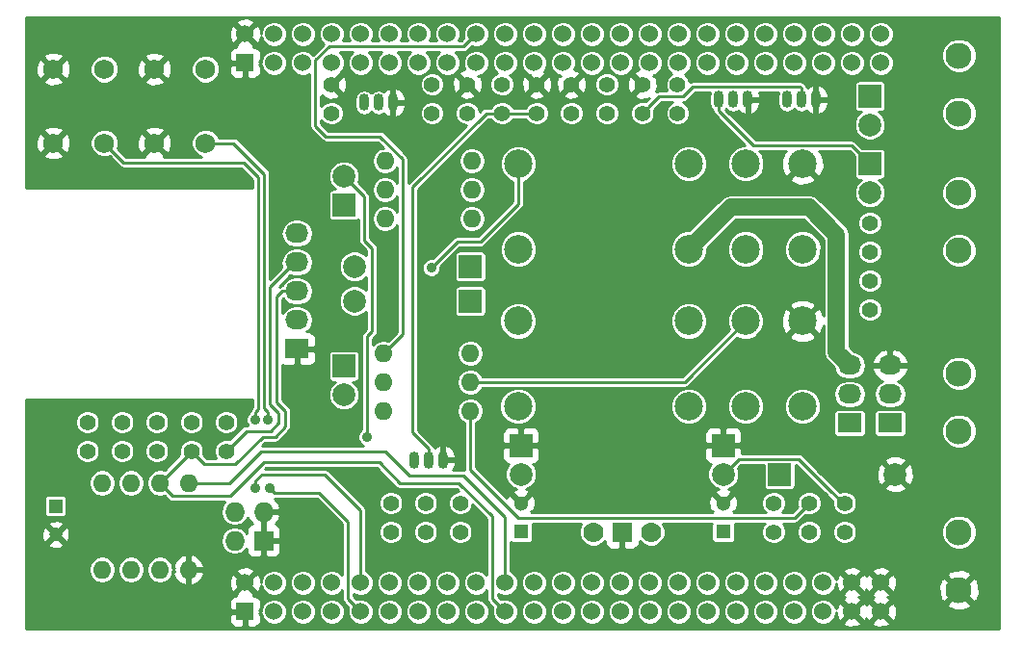
<source format=gtl>
G04 #@! TF.FileFunction,Copper,L1,Top,Mixed*
%FSLAX46Y46*%
G04 Gerber Fmt 4.6, Leading zero omitted, Abs format (unit mm)*
G04 Created by KiCad (PCBNEW 4.0.1-3.201512221401+6198~38~ubuntu15.10.1-stable) date Mon 11 Jan 2016 07:04:30 PM EST*
%MOMM*%
G01*
G04 APERTURE LIST*
%ADD10C,0.150000*%
%ADD11R,1.300000X1.300000*%
%ADD12C,1.300000*%
%ADD13R,2.000000X2.000000*%
%ADD14C,2.000000*%
%ADD15C,1.998980*%
%ADD16R,1.998980X1.998980*%
%ADD17R,2.032000X1.727200*%
%ADD18O,2.032000X1.727200*%
%ADD19O,0.899160X1.501140*%
%ADD20O,1.600000X1.600000*%
%ADD21C,1.397000*%
%ADD22C,2.300000*%
%ADD23R,1.200000X1.200000*%
%ADD24C,1.200000*%
%ADD25R,1.524000X1.524000*%
%ADD26C,1.524000*%
%ADD27C,1.778000*%
%ADD28R,1.778000X1.778000*%
%ADD29C,1.750000*%
%ADD30C,2.500000*%
%ADD31R,1.727200X1.727200*%
%ADD32O,1.727200X1.727200*%
%ADD33C,0.889000*%
%ADD34C,0.254000*%
%ADD35C,1.500000*%
G04 APERTURE END LIST*
D10*
D11*
X156210000Y-130770000D03*
D12*
X156210000Y-128270000D03*
D11*
X138430000Y-130770000D03*
D12*
X138430000Y-128270000D03*
D13*
X156210000Y-123190000D03*
D14*
X156210000Y-125730000D03*
D13*
X138430000Y-123190000D03*
D14*
X138430000Y-125730000D03*
D13*
X169100500Y-92456000D03*
D14*
X169100500Y-94996000D03*
D13*
X169100500Y-98425000D03*
D14*
X169100500Y-100965000D03*
D15*
X123825000Y-107447080D03*
D16*
X133985000Y-107447080D03*
D15*
X123825000Y-110492540D03*
D16*
X133985000Y-110492540D03*
D15*
X171323000Y-125730000D03*
D16*
X161163000Y-125730000D03*
D17*
X118745000Y-114681000D03*
D18*
X118745000Y-112141000D03*
X118745000Y-109601000D03*
X118745000Y-107061000D03*
X118745000Y-104521000D03*
D17*
X170878500Y-121221500D03*
D18*
X170878500Y-118681500D03*
X170878500Y-116141500D03*
D17*
X167322500Y-121221500D03*
D18*
X167322500Y-118681500D03*
X167322500Y-116141500D03*
D19*
X163068000Y-92773500D03*
X161798000Y-92773500D03*
X164338000Y-92773500D03*
X157099000Y-92773500D03*
X155829000Y-92773500D03*
X158369000Y-92773500D03*
X125920500Y-93027500D03*
X124650500Y-93027500D03*
X127190500Y-93027500D03*
X130302000Y-124460000D03*
X129032000Y-124460000D03*
X131572000Y-124460000D03*
D20*
X134112000Y-103251000D03*
X134112000Y-100711000D03*
X134112000Y-98171000D03*
X126492000Y-98171000D03*
X126492000Y-100711000D03*
X126492000Y-103251000D03*
X133985000Y-120142000D03*
X133985000Y-117602000D03*
X133985000Y-115062000D03*
X126365000Y-115062000D03*
X126365000Y-117602000D03*
X126365000Y-120142000D03*
X101600000Y-134112000D03*
X104140000Y-134112000D03*
X106680000Y-134112000D03*
X109220000Y-134112000D03*
X109220000Y-126492000D03*
X106680000Y-126492000D03*
X104140000Y-126492000D03*
X101600000Y-126492000D03*
D21*
X106426000Y-121158000D03*
X106426000Y-123698000D03*
X103378000Y-121158000D03*
X103378000Y-123698000D03*
X100330000Y-121158000D03*
X100330000Y-123698000D03*
X109474000Y-121158000D03*
X109474000Y-123698000D03*
X112522000Y-121158000D03*
X112522000Y-123698000D03*
X166878000Y-130810000D03*
X166878000Y-128270000D03*
X133096000Y-130810000D03*
X133096000Y-128270000D03*
X145986500Y-93980000D03*
X145986500Y-91440000D03*
X149098000Y-93980000D03*
X149098000Y-91440000D03*
X169100500Y-111252000D03*
X169100500Y-108712000D03*
X152209500Y-93980000D03*
X152209500Y-91440000D03*
X142875000Y-93980000D03*
X142875000Y-91440000D03*
X169100500Y-106172000D03*
X169100500Y-103632000D03*
X127000000Y-130810000D03*
X127000000Y-128270000D03*
X130048000Y-130810000D03*
X130048000Y-128270000D03*
X130619500Y-93980000D03*
X130619500Y-91440000D03*
X136779000Y-93980000D03*
X136779000Y-91440000D03*
X133731000Y-93980000D03*
X133731000Y-91440000D03*
X139827000Y-93980000D03*
X139827000Y-91440000D03*
X160655000Y-130810000D03*
X160655000Y-128270000D03*
X163766500Y-130810000D03*
X163766500Y-128270000D03*
X121793000Y-93980000D03*
X121793000Y-91440000D03*
D22*
X176930000Y-130810000D03*
X176930000Y-135890000D03*
X176930000Y-116840000D03*
X176930000Y-121920000D03*
X176930000Y-88900000D03*
X176930000Y-93980000D03*
X176930000Y-100965000D03*
X176930000Y-106045000D03*
D23*
X97536000Y-128524000D03*
D24*
X97536000Y-131024000D03*
D25*
X114173000Y-89535000D03*
D26*
X114173000Y-86995000D03*
X116713000Y-89535000D03*
X116713000Y-86995000D03*
X119253000Y-89535000D03*
X119253000Y-86995000D03*
X121793000Y-89535000D03*
X121793000Y-86995000D03*
X124333000Y-89535000D03*
X124333000Y-86995000D03*
X126873000Y-89535000D03*
X126873000Y-86995000D03*
X129413000Y-89535000D03*
X129413000Y-86995000D03*
X131953000Y-89535000D03*
X131953000Y-86995000D03*
X134493000Y-89535000D03*
X134493000Y-86995000D03*
X137033000Y-89535000D03*
X137033000Y-86995000D03*
X139573000Y-89535000D03*
X139573000Y-86995000D03*
X142113000Y-89535000D03*
X142113000Y-86995000D03*
X144653000Y-89535000D03*
X144653000Y-86995000D03*
X147193000Y-89535000D03*
X147193000Y-86995000D03*
X149733000Y-89535000D03*
X149733000Y-86995000D03*
X152273000Y-89535000D03*
X152273000Y-86995000D03*
X154813000Y-89535000D03*
X154813000Y-86995000D03*
X157353000Y-89535000D03*
X157353000Y-86995000D03*
X159893000Y-89535000D03*
X159893000Y-86995000D03*
X162433000Y-89535000D03*
X162433000Y-86995000D03*
X164973000Y-89535000D03*
X164973000Y-86995000D03*
X167513000Y-89535000D03*
X167513000Y-86995000D03*
X170053000Y-89535000D03*
X170053000Y-86995000D03*
X114173000Y-135255000D03*
X116713000Y-137795000D03*
X116713000Y-135255000D03*
X119253000Y-137795000D03*
X119253000Y-135255000D03*
X121793000Y-137795000D03*
X121793000Y-135255000D03*
X124333000Y-137795000D03*
X124333000Y-135255000D03*
X126873000Y-137795000D03*
X126873000Y-135255000D03*
X129413000Y-137795000D03*
X129413000Y-135255000D03*
X131953000Y-137795000D03*
X131953000Y-135255000D03*
X134493000Y-137795000D03*
X134493000Y-135255000D03*
X137033000Y-137795000D03*
X137033000Y-135255000D03*
X139573000Y-137795000D03*
X139573000Y-135255000D03*
X142113000Y-137795000D03*
X142113000Y-135255000D03*
X144653000Y-137795000D03*
X144653000Y-135255000D03*
X147193000Y-137795000D03*
X147193000Y-135255000D03*
X149733000Y-137795000D03*
X149733000Y-135255000D03*
X152273000Y-137795000D03*
X152273000Y-135255000D03*
X154813000Y-137795000D03*
X154813000Y-135255000D03*
X157353000Y-137795000D03*
X157353000Y-135255000D03*
X159893000Y-137795000D03*
X159893000Y-135255000D03*
X162433000Y-137795000D03*
X162433000Y-135255000D03*
X164973000Y-137795000D03*
X164973000Y-135255000D03*
X167513000Y-137795000D03*
X167513000Y-135255000D03*
X170053000Y-137795000D03*
X170053000Y-135255000D03*
D25*
X114173000Y-137795000D03*
D27*
X149860000Y-130810000D03*
D28*
X147320000Y-130810000D03*
D27*
X144780000Y-130810000D03*
D29*
X101818000Y-96595000D03*
X97318000Y-96595000D03*
X101818000Y-90095000D03*
X97318000Y-90095000D03*
X110708000Y-96595000D03*
X106208000Y-96595000D03*
X110708000Y-90095000D03*
X106208000Y-90095000D03*
D30*
X138195000Y-105925000D03*
X153195000Y-105925000D03*
X158195000Y-105925000D03*
X163195000Y-105925000D03*
X163195000Y-98425000D03*
X158195000Y-98425000D03*
X153195000Y-98425000D03*
X138195000Y-98425000D03*
X138176000Y-119750000D03*
X153176000Y-119750000D03*
X158176000Y-119750000D03*
X163176000Y-119750000D03*
X163176000Y-112250000D03*
X158176000Y-112250000D03*
X153176000Y-112250000D03*
X138176000Y-112250000D03*
D13*
X122872500Y-102044500D03*
D14*
X122872500Y-99504500D03*
D13*
X122872500Y-116205000D03*
D14*
X122872500Y-118745000D03*
D31*
X115824000Y-131572000D03*
D32*
X113284000Y-131572000D03*
X115824000Y-129032000D03*
X113284000Y-129032000D03*
D33*
X130556000Y-107569000D03*
X124904500Y-122428000D03*
X116332000Y-126936498D03*
X116218028Y-120918418D03*
X115125504Y-126936500D03*
X115100550Y-120901066D03*
D34*
X106680000Y-126492000D02*
X107835601Y-127647601D01*
X107835601Y-127647601D02*
X112865234Y-127647601D01*
X115811547Y-124701288D02*
X125971288Y-124701288D01*
X112865234Y-127647601D02*
X115811547Y-124701288D01*
X125971288Y-124701288D02*
X127762000Y-126492000D01*
X135915399Y-129438399D02*
X135915399Y-136677399D01*
X127762000Y-126492000D02*
X132969000Y-126492000D01*
X132969000Y-126492000D02*
X135915399Y-129438399D01*
X135915399Y-136677399D02*
X136271001Y-137033001D01*
X136271001Y-137033001D02*
X137033000Y-137795000D01*
X118745000Y-109601000D02*
X117475000Y-109601000D01*
X117475000Y-109601000D02*
X116967000Y-110109000D01*
X116967000Y-119380000D02*
X117729000Y-120142000D01*
X116967000Y-110109000D02*
X116967000Y-119380000D01*
X110617000Y-124841000D02*
X109474000Y-123698000D01*
X117729000Y-120142000D02*
X117729000Y-121539000D01*
X117729000Y-121539000D02*
X116840000Y-122428000D01*
X116840000Y-122428000D02*
X115760500Y-122428000D01*
X115760500Y-122428000D02*
X113347500Y-124841000D01*
X113347500Y-124841000D02*
X110617000Y-124841000D01*
X109474000Y-123698000D02*
X106680000Y-126492000D01*
X118872000Y-109982000D02*
X119024400Y-109982000D01*
X106426000Y-126238000D02*
X106680000Y-126492000D01*
X109220000Y-126492000D02*
X112839500Y-126492000D01*
X112839500Y-126492000D02*
X115633500Y-123698000D01*
X115633500Y-123698000D02*
X126492000Y-123698000D01*
X137033000Y-134177370D02*
X137033000Y-135255000D01*
X126492000Y-123698000D02*
X128651000Y-125857000D01*
X128651000Y-125857000D02*
X133413500Y-125857000D01*
X133413500Y-125857000D02*
X137033000Y-129476500D01*
X137033000Y-129476500D02*
X137033000Y-134177370D01*
X112522000Y-123698000D02*
X114300000Y-121920000D01*
X118592600Y-107061000D02*
X118745000Y-107061000D01*
X114300000Y-121920000D02*
X116459000Y-121920000D01*
X116459000Y-121920000D02*
X117157500Y-121221500D01*
X117157500Y-121221500D02*
X117157500Y-120332500D01*
X117157500Y-120332500D02*
X116395500Y-119570500D01*
X116395500Y-119570500D02*
X116395500Y-109258100D01*
X116395500Y-109258100D02*
X118592600Y-107061000D01*
X166878000Y-128270000D02*
X165735000Y-127282172D01*
X157565091Y-124374909D02*
X157209999Y-124730001D01*
X165735000Y-127282172D02*
X162827737Y-124374909D01*
X162827737Y-124374909D02*
X157565091Y-124374909D01*
X157209999Y-124730001D02*
X156210000Y-125730000D01*
X155829000Y-92773500D02*
X155829000Y-93778070D01*
X155829000Y-93778070D02*
X158870329Y-96819399D01*
X158870329Y-96819399D02*
X167494899Y-96819399D01*
X167494899Y-96819399D02*
X169100500Y-98425000D01*
X131000499Y-107124501D02*
X130556000Y-107569000D01*
X132842000Y-105283000D02*
X131000499Y-107124501D01*
X134874000Y-105283000D02*
X132842000Y-105283000D01*
X138195000Y-98425000D02*
X138195000Y-101962000D01*
X138195000Y-101962000D02*
X134874000Y-105283000D01*
X124650500Y-105156000D02*
X124650500Y-101282500D01*
X124650500Y-101282500D02*
X122872500Y-99504500D01*
X125336399Y-105841899D02*
X124650500Y-105156000D01*
X124904500Y-113601500D02*
X125336399Y-113169601D01*
X125336399Y-113169601D02*
X125336399Y-105841899D01*
X124904500Y-122428000D02*
X124904500Y-113601500D01*
X134493000Y-86995000D02*
X133375399Y-88112601D01*
X133375399Y-88112601D02*
X121561349Y-88112601D01*
X121285000Y-96012000D02*
X126043290Y-96012000D01*
X121561349Y-88112601D02*
X120370601Y-89303349D01*
X120370601Y-89303349D02*
X120370601Y-95097601D01*
X120370601Y-95097601D02*
X121285000Y-96012000D01*
X126043290Y-96012000D02*
X128028601Y-97997311D01*
X128028601Y-97997311D02*
X128028601Y-113398399D01*
X128028601Y-113398399D02*
X126365000Y-115062000D01*
X110708000Y-96595000D02*
X113163000Y-96595000D01*
X115887500Y-119959273D02*
X116218028Y-120289801D01*
X113163000Y-96595000D02*
X115887500Y-99319500D01*
X115887500Y-99319500D02*
X115887500Y-119959273D01*
X116218028Y-120289801D02*
X116218028Y-120918418D01*
X124333000Y-137795000D02*
X123215399Y-136677399D01*
X116776499Y-127380997D02*
X116332000Y-126936498D01*
X123215399Y-136677399D02*
X123215399Y-129882899D01*
X123215399Y-129882899D02*
X120713497Y-127380997D01*
X120713497Y-127380997D02*
X116776499Y-127380997D01*
X101818000Y-96595000D02*
X103521000Y-98298000D01*
X103521000Y-98298000D02*
X114046000Y-98298000D01*
X114046000Y-98298000D02*
X115379500Y-99631500D01*
X115379500Y-99631500D02*
X115379500Y-119993499D01*
X115379500Y-119993499D02*
X115100550Y-120272449D01*
X115100550Y-120272449D02*
X115100550Y-120901066D01*
X124333000Y-135255000D02*
X124333000Y-128905000D01*
X124333000Y-128905000D02*
X121221500Y-125793500D01*
X121221500Y-125793500D02*
X115639887Y-125793500D01*
X115639887Y-125793500D02*
X115125504Y-126307883D01*
X115125504Y-126307883D02*
X115125504Y-126936500D01*
X119024400Y-112522000D02*
X118872000Y-112522000D01*
X133985000Y-117602000D02*
X152824000Y-117602000D01*
X152824000Y-117602000D02*
X158176000Y-112250000D01*
D35*
X167322500Y-116141500D02*
X166179500Y-114998500D01*
X156885000Y-102235000D02*
X153195000Y-105925000D01*
X166179500Y-114998500D02*
X166179500Y-104648000D01*
X166179500Y-104648000D02*
X163766500Y-102235000D01*
X163766500Y-102235000D02*
X156885000Y-102235000D01*
D34*
X163068000Y-92773500D02*
X163068000Y-91768930D01*
X163068000Y-91768930D02*
X162966390Y-91667320D01*
X162966390Y-91667320D02*
X153542250Y-91667320D01*
X153542250Y-91667320D02*
X152715469Y-92494101D01*
X152715469Y-92494101D02*
X150583899Y-92494101D01*
X150583899Y-92494101D02*
X149796499Y-93281501D01*
X149796499Y-93281501D02*
X149098000Y-93980000D01*
X136779000Y-93980000D02*
X135382000Y-93980000D01*
X135382000Y-93980000D02*
X128905000Y-100457000D01*
X128905000Y-100457000D02*
X128905000Y-122058430D01*
X128905000Y-122058430D02*
X130302000Y-123455430D01*
X130302000Y-123455430D02*
X130302000Y-124460000D01*
X139827000Y-93980000D02*
X138839172Y-93980000D01*
X138839172Y-93980000D02*
X136779000Y-93980000D01*
X146075399Y-129565399D02*
X162471101Y-129565399D01*
X162471101Y-129565399D02*
X163766500Y-128270000D01*
X138237109Y-129565399D02*
X133985000Y-125313290D01*
X146024601Y-129565399D02*
X138237109Y-129565399D01*
X133985000Y-125313290D02*
X133985000Y-121273370D01*
X133985000Y-121273370D02*
X133985000Y-120142000D01*
G36*
X180417000Y-139269000D02*
X94919000Y-139269000D01*
X94919000Y-138080750D01*
X112776000Y-138080750D01*
X112776000Y-138683310D01*
X112872673Y-138916699D01*
X113051302Y-139095327D01*
X113284691Y-139192000D01*
X113887250Y-139192000D01*
X114046000Y-139033250D01*
X114046000Y-137922000D01*
X112934750Y-137922000D01*
X112776000Y-138080750D01*
X94919000Y-138080750D01*
X94919000Y-136906690D01*
X112776000Y-136906690D01*
X112776000Y-137509250D01*
X112934750Y-137668000D01*
X114046000Y-137668000D01*
X114046000Y-137648000D01*
X114300000Y-137648000D01*
X114300000Y-137668000D01*
X114320000Y-137668000D01*
X114320000Y-137922000D01*
X114300000Y-137922000D01*
X114300000Y-139033250D01*
X114458750Y-139192000D01*
X115061309Y-139192000D01*
X115294698Y-139095327D01*
X115473327Y-138916699D01*
X115570000Y-138683310D01*
X115570000Y-138080750D01*
X115411252Y-137922002D01*
X115569889Y-137922002D01*
X115569802Y-138021359D01*
X115743446Y-138441612D01*
X116064697Y-138763423D01*
X116484646Y-138937801D01*
X116939359Y-138938198D01*
X117359612Y-138764554D01*
X117681423Y-138443303D01*
X117855801Y-138023354D01*
X117855802Y-138021359D01*
X118109802Y-138021359D01*
X118283446Y-138441612D01*
X118604697Y-138763423D01*
X119024646Y-138937801D01*
X119479359Y-138938198D01*
X119899612Y-138764554D01*
X120221423Y-138443303D01*
X120395801Y-138023354D01*
X120395802Y-138021359D01*
X120649802Y-138021359D01*
X120823446Y-138441612D01*
X121144697Y-138763423D01*
X121564646Y-138937801D01*
X122019359Y-138938198D01*
X122439612Y-138764554D01*
X122761423Y-138443303D01*
X122935801Y-138023354D01*
X122936198Y-137568641D01*
X122762554Y-137148388D01*
X122441303Y-136826577D01*
X122021354Y-136652199D01*
X121566641Y-136651802D01*
X121146388Y-136825446D01*
X120824577Y-137146697D01*
X120650199Y-137566646D01*
X120649802Y-138021359D01*
X120395802Y-138021359D01*
X120396198Y-137568641D01*
X120222554Y-137148388D01*
X119901303Y-136826577D01*
X119481354Y-136652199D01*
X119026641Y-136651802D01*
X118606388Y-136825446D01*
X118284577Y-137146697D01*
X118110199Y-137566646D01*
X118109802Y-138021359D01*
X117855802Y-138021359D01*
X117856198Y-137568641D01*
X117682554Y-137148388D01*
X117361303Y-136826577D01*
X116941354Y-136652199D01*
X116486641Y-136651802D01*
X116066388Y-136825446D01*
X115744577Y-137146697D01*
X115570199Y-137566646D01*
X115570000Y-137794575D01*
X115570000Y-137667998D01*
X115411252Y-137667998D01*
X115570000Y-137509250D01*
X115570000Y-136906690D01*
X115473327Y-136673301D01*
X115294698Y-136494673D01*
X115061309Y-136398000D01*
X114926916Y-136398000D01*
X114973608Y-136235213D01*
X114173000Y-135434605D01*
X113372392Y-136235213D01*
X113419084Y-136398000D01*
X113284691Y-136398000D01*
X113051302Y-136494673D01*
X112872673Y-136673301D01*
X112776000Y-136906690D01*
X94919000Y-136906690D01*
X94919000Y-134088863D01*
X100419000Y-134088863D01*
X100419000Y-134135137D01*
X100508898Y-134587086D01*
X100764907Y-134970230D01*
X101148051Y-135226239D01*
X101600000Y-135316137D01*
X102051949Y-135226239D01*
X102435093Y-134970230D01*
X102691102Y-134587086D01*
X102781000Y-134135137D01*
X102781000Y-134088863D01*
X102959000Y-134088863D01*
X102959000Y-134135137D01*
X103048898Y-134587086D01*
X103304907Y-134970230D01*
X103688051Y-135226239D01*
X104140000Y-135316137D01*
X104591949Y-135226239D01*
X104975093Y-134970230D01*
X105231102Y-134587086D01*
X105321000Y-134135137D01*
X105321000Y-134088863D01*
X105499000Y-134088863D01*
X105499000Y-134135137D01*
X105588898Y-134587086D01*
X105844907Y-134970230D01*
X106228051Y-135226239D01*
X106680000Y-135316137D01*
X107131949Y-135226239D01*
X107515093Y-134970230D01*
X107771102Y-134587086D01*
X107840340Y-134239002D01*
X107949370Y-134239002D01*
X107828086Y-134461041D01*
X108067611Y-134967134D01*
X108482577Y-135343041D01*
X108870961Y-135503904D01*
X109093000Y-135381915D01*
X109093000Y-134239000D01*
X109347000Y-134239000D01*
X109347000Y-135381915D01*
X109569039Y-135503904D01*
X109957423Y-135343041D01*
X110283891Y-135047302D01*
X112763856Y-135047302D01*
X112791638Y-135602368D01*
X112950603Y-135986143D01*
X113192787Y-136055608D01*
X113993395Y-135255000D01*
X114352605Y-135255000D01*
X115153213Y-136055608D01*
X115395397Y-135986143D01*
X115572852Y-135488742D01*
X115743446Y-135901612D01*
X116064697Y-136223423D01*
X116484646Y-136397801D01*
X116939359Y-136398198D01*
X117359612Y-136224554D01*
X117681423Y-135903303D01*
X117855801Y-135483354D01*
X117855802Y-135481359D01*
X118109802Y-135481359D01*
X118283446Y-135901612D01*
X118604697Y-136223423D01*
X119024646Y-136397801D01*
X119479359Y-136398198D01*
X119899612Y-136224554D01*
X120221423Y-135903303D01*
X120395801Y-135483354D01*
X120396198Y-135028641D01*
X120222554Y-134608388D01*
X119901303Y-134286577D01*
X119481354Y-134112199D01*
X119026641Y-134111802D01*
X118606388Y-134285446D01*
X118284577Y-134606697D01*
X118110199Y-135026646D01*
X118109802Y-135481359D01*
X117855802Y-135481359D01*
X117856198Y-135028641D01*
X117682554Y-134608388D01*
X117361303Y-134286577D01*
X116941354Y-134112199D01*
X116486641Y-134111802D01*
X116066388Y-134285446D01*
X115744577Y-134606697D01*
X115570199Y-135026646D01*
X115570030Y-135220660D01*
X115554362Y-134907632D01*
X115395397Y-134523857D01*
X115153213Y-134454392D01*
X114352605Y-135255000D01*
X113993395Y-135255000D01*
X113192787Y-134454392D01*
X112950603Y-134523857D01*
X112763856Y-135047302D01*
X110283891Y-135047302D01*
X110372389Y-134967134D01*
X110611914Y-134461041D01*
X110510177Y-134274787D01*
X113372392Y-134274787D01*
X114173000Y-135075395D01*
X114973608Y-134274787D01*
X114904143Y-134032603D01*
X114380698Y-133845856D01*
X113825632Y-133873638D01*
X113441857Y-134032603D01*
X113372392Y-134274787D01*
X110510177Y-134274787D01*
X110490629Y-134239000D01*
X109347000Y-134239000D01*
X109093000Y-134239000D01*
X109073000Y-134239000D01*
X109073000Y-133985000D01*
X109093000Y-133985000D01*
X109093000Y-132842085D01*
X109347000Y-132842085D01*
X109347000Y-133985000D01*
X110490629Y-133985000D01*
X110611914Y-133762959D01*
X110372389Y-133256866D01*
X109957423Y-132880959D01*
X109569039Y-132720096D01*
X109347000Y-132842085D01*
X109093000Y-132842085D01*
X108870961Y-132720096D01*
X108482577Y-132880959D01*
X108067611Y-133256866D01*
X107828086Y-133762959D01*
X107949370Y-133984998D01*
X107840340Y-133984998D01*
X107771102Y-133636914D01*
X107515093Y-133253770D01*
X107131949Y-132997761D01*
X106680000Y-132907863D01*
X106228051Y-132997761D01*
X105844907Y-133253770D01*
X105588898Y-133636914D01*
X105499000Y-134088863D01*
X105321000Y-134088863D01*
X105231102Y-133636914D01*
X104975093Y-133253770D01*
X104591949Y-132997761D01*
X104140000Y-132907863D01*
X103688051Y-132997761D01*
X103304907Y-133253770D01*
X103048898Y-133636914D01*
X102959000Y-134088863D01*
X102781000Y-134088863D01*
X102691102Y-133636914D01*
X102435093Y-133253770D01*
X102051949Y-132997761D01*
X101600000Y-132907863D01*
X101148051Y-132997761D01*
X100764907Y-133253770D01*
X100508898Y-133636914D01*
X100419000Y-134088863D01*
X94919000Y-134088863D01*
X94919000Y-131886735D01*
X96852870Y-131886735D01*
X96902383Y-132112164D01*
X97367036Y-132271807D01*
X97857413Y-132241482D01*
X98169617Y-132112164D01*
X98219130Y-131886735D01*
X97536000Y-131203605D01*
X96852870Y-131886735D01*
X94919000Y-131886735D01*
X94919000Y-130855036D01*
X96288193Y-130855036D01*
X96318518Y-131345413D01*
X96447836Y-131657617D01*
X96673265Y-131707130D01*
X97356395Y-131024000D01*
X97715605Y-131024000D01*
X98398735Y-131707130D01*
X98624164Y-131657617D01*
X98783807Y-131192964D01*
X98753482Y-130702587D01*
X98624164Y-130390383D01*
X98398735Y-130340870D01*
X97715605Y-131024000D01*
X97356395Y-131024000D01*
X96673265Y-130340870D01*
X96447836Y-130390383D01*
X96288193Y-130855036D01*
X94919000Y-130855036D01*
X94919000Y-130161265D01*
X96852870Y-130161265D01*
X97536000Y-130844395D01*
X98219130Y-130161265D01*
X98169617Y-129935836D01*
X97704964Y-129776193D01*
X97214587Y-129806518D01*
X96902383Y-129935836D01*
X96852870Y-130161265D01*
X94919000Y-130161265D01*
X94919000Y-127924000D01*
X96547536Y-127924000D01*
X96547536Y-129124000D01*
X96574103Y-129265190D01*
X96657546Y-129394865D01*
X96784866Y-129481859D01*
X96936000Y-129512464D01*
X98136000Y-129512464D01*
X98277190Y-129485897D01*
X98406865Y-129402454D01*
X98493859Y-129275134D01*
X98524464Y-129124000D01*
X98524464Y-127924000D01*
X98497897Y-127782810D01*
X98414454Y-127653135D01*
X98287134Y-127566141D01*
X98136000Y-127535536D01*
X96936000Y-127535536D01*
X96794810Y-127562103D01*
X96665135Y-127645546D01*
X96578141Y-127772866D01*
X96547536Y-127924000D01*
X94919000Y-127924000D01*
X94919000Y-126468863D01*
X100419000Y-126468863D01*
X100419000Y-126515137D01*
X100508898Y-126967086D01*
X100764907Y-127350230D01*
X101148051Y-127606239D01*
X101600000Y-127696137D01*
X102051949Y-127606239D01*
X102435093Y-127350230D01*
X102691102Y-126967086D01*
X102781000Y-126515137D01*
X102781000Y-126468863D01*
X102959000Y-126468863D01*
X102959000Y-126515137D01*
X103048898Y-126967086D01*
X103304907Y-127350230D01*
X103688051Y-127606239D01*
X104140000Y-127696137D01*
X104591949Y-127606239D01*
X104975093Y-127350230D01*
X105231102Y-126967086D01*
X105321000Y-126515137D01*
X105321000Y-126468863D01*
X105231102Y-126016914D01*
X104975093Y-125633770D01*
X104591949Y-125377761D01*
X104140000Y-125287863D01*
X103688051Y-125377761D01*
X103304907Y-125633770D01*
X103048898Y-126016914D01*
X102959000Y-126468863D01*
X102781000Y-126468863D01*
X102691102Y-126016914D01*
X102435093Y-125633770D01*
X102051949Y-125377761D01*
X101600000Y-125287863D01*
X101148051Y-125377761D01*
X100764907Y-125633770D01*
X100508898Y-126016914D01*
X100419000Y-126468863D01*
X94919000Y-126468863D01*
X94919000Y-123911784D01*
X99250313Y-123911784D01*
X99414311Y-124308689D01*
X99717714Y-124612622D01*
X100114332Y-124777313D01*
X100543784Y-124777687D01*
X100940689Y-124613689D01*
X101244622Y-124310286D01*
X101409313Y-123913668D01*
X101409314Y-123911784D01*
X102298313Y-123911784D01*
X102462311Y-124308689D01*
X102765714Y-124612622D01*
X103162332Y-124777313D01*
X103591784Y-124777687D01*
X103988689Y-124613689D01*
X104292622Y-124310286D01*
X104457313Y-123913668D01*
X104457314Y-123911784D01*
X105346313Y-123911784D01*
X105510311Y-124308689D01*
X105813714Y-124612622D01*
X106210332Y-124777313D01*
X106639784Y-124777687D01*
X107036689Y-124613689D01*
X107340622Y-124310286D01*
X107505313Y-123913668D01*
X107505687Y-123484216D01*
X107341689Y-123087311D01*
X107038286Y-122783378D01*
X106641668Y-122618687D01*
X106212216Y-122618313D01*
X105815311Y-122782311D01*
X105511378Y-123085714D01*
X105346687Y-123482332D01*
X105346313Y-123911784D01*
X104457314Y-123911784D01*
X104457687Y-123484216D01*
X104293689Y-123087311D01*
X103990286Y-122783378D01*
X103593668Y-122618687D01*
X103164216Y-122618313D01*
X102767311Y-122782311D01*
X102463378Y-123085714D01*
X102298687Y-123482332D01*
X102298313Y-123911784D01*
X101409314Y-123911784D01*
X101409687Y-123484216D01*
X101245689Y-123087311D01*
X100942286Y-122783378D01*
X100545668Y-122618687D01*
X100116216Y-122618313D01*
X99719311Y-122782311D01*
X99415378Y-123085714D01*
X99250687Y-123482332D01*
X99250313Y-123911784D01*
X94919000Y-123911784D01*
X94919000Y-121371784D01*
X99250313Y-121371784D01*
X99414311Y-121768689D01*
X99717714Y-122072622D01*
X100114332Y-122237313D01*
X100543784Y-122237687D01*
X100940689Y-122073689D01*
X101244622Y-121770286D01*
X101409313Y-121373668D01*
X101409314Y-121371784D01*
X102298313Y-121371784D01*
X102462311Y-121768689D01*
X102765714Y-122072622D01*
X103162332Y-122237313D01*
X103591784Y-122237687D01*
X103988689Y-122073689D01*
X104292622Y-121770286D01*
X104457313Y-121373668D01*
X104457314Y-121371784D01*
X105346313Y-121371784D01*
X105510311Y-121768689D01*
X105813714Y-122072622D01*
X106210332Y-122237313D01*
X106639784Y-122237687D01*
X107036689Y-122073689D01*
X107340622Y-121770286D01*
X107505313Y-121373668D01*
X107505314Y-121371784D01*
X108394313Y-121371784D01*
X108558311Y-121768689D01*
X108861714Y-122072622D01*
X109258332Y-122237313D01*
X109687784Y-122237687D01*
X110084689Y-122073689D01*
X110388622Y-121770286D01*
X110553313Y-121373668D01*
X110553314Y-121371784D01*
X111442313Y-121371784D01*
X111606311Y-121768689D01*
X111909714Y-122072622D01*
X112306332Y-122237313D01*
X112735784Y-122237687D01*
X113132689Y-122073689D01*
X113436622Y-121770286D01*
X113601313Y-121373668D01*
X113601687Y-120944216D01*
X113437689Y-120547311D01*
X113134286Y-120243378D01*
X112737668Y-120078687D01*
X112308216Y-120078313D01*
X111911311Y-120242311D01*
X111607378Y-120545714D01*
X111442687Y-120942332D01*
X111442313Y-121371784D01*
X110553314Y-121371784D01*
X110553687Y-120944216D01*
X110389689Y-120547311D01*
X110086286Y-120243378D01*
X109689668Y-120078687D01*
X109260216Y-120078313D01*
X108863311Y-120242311D01*
X108559378Y-120545714D01*
X108394687Y-120942332D01*
X108394313Y-121371784D01*
X107505314Y-121371784D01*
X107505687Y-120944216D01*
X107341689Y-120547311D01*
X107038286Y-120243378D01*
X106641668Y-120078687D01*
X106212216Y-120078313D01*
X105815311Y-120242311D01*
X105511378Y-120545714D01*
X105346687Y-120942332D01*
X105346313Y-121371784D01*
X104457314Y-121371784D01*
X104457687Y-120944216D01*
X104293689Y-120547311D01*
X103990286Y-120243378D01*
X103593668Y-120078687D01*
X103164216Y-120078313D01*
X102767311Y-120242311D01*
X102463378Y-120545714D01*
X102298687Y-120942332D01*
X102298313Y-121371784D01*
X101409314Y-121371784D01*
X101409687Y-120944216D01*
X101245689Y-120547311D01*
X100942286Y-120243378D01*
X100545668Y-120078687D01*
X100116216Y-120078313D01*
X99719311Y-120242311D01*
X99415378Y-120545714D01*
X99250687Y-120942332D01*
X99250313Y-121371784D01*
X94919000Y-121371784D01*
X94919000Y-119176000D01*
X114808000Y-119176000D01*
X114871500Y-119163369D01*
X114871500Y-119783079D01*
X114741340Y-119913239D01*
X114631219Y-120078046D01*
X114600166Y-120234161D01*
X114401133Y-120432847D01*
X114275193Y-120736143D01*
X114274907Y-121064548D01*
X114400317Y-121368064D01*
X114444176Y-121412000D01*
X114300000Y-121412000D01*
X114105597Y-121450669D01*
X113940790Y-121560790D01*
X112840283Y-122661297D01*
X112737668Y-122618687D01*
X112308216Y-122618313D01*
X111911311Y-122782311D01*
X111607378Y-123085714D01*
X111442687Y-123482332D01*
X111442313Y-123911784D01*
X111606311Y-124308689D01*
X111630580Y-124333000D01*
X110827420Y-124333000D01*
X110510703Y-124016283D01*
X110553313Y-123913668D01*
X110553687Y-123484216D01*
X110389689Y-123087311D01*
X110086286Y-122783378D01*
X109689668Y-122618687D01*
X109260216Y-122618313D01*
X108863311Y-122782311D01*
X108559378Y-123085714D01*
X108394687Y-123482332D01*
X108394313Y-123911784D01*
X108437434Y-124016146D01*
X107085132Y-125368448D01*
X106680000Y-125287863D01*
X106228051Y-125377761D01*
X105844907Y-125633770D01*
X105588898Y-126016914D01*
X105499000Y-126468863D01*
X105499000Y-126515137D01*
X105588898Y-126967086D01*
X105844907Y-127350230D01*
X106228051Y-127606239D01*
X106680000Y-127696137D01*
X107085131Y-127615552D01*
X107476391Y-128006812D01*
X107641198Y-128116932D01*
X107835601Y-128155601D01*
X112377102Y-128155601D01*
X112109757Y-128555712D01*
X112015017Y-129032000D01*
X112109757Y-129508288D01*
X112379552Y-129912065D01*
X112783329Y-130181860D01*
X113259617Y-130276600D01*
X113308383Y-130276600D01*
X113784671Y-130181860D01*
X114188448Y-129912065D01*
X114433159Y-129545828D01*
X114541312Y-129806947D01*
X114798120Y-130088300D01*
X114600702Y-130170073D01*
X114422073Y-130348701D01*
X114325400Y-130582090D01*
X114325400Y-130896898D01*
X114188448Y-130691935D01*
X113784671Y-130422140D01*
X113308383Y-130327400D01*
X113259617Y-130327400D01*
X112783329Y-130422140D01*
X112379552Y-130691935D01*
X112109757Y-131095712D01*
X112015017Y-131572000D01*
X112109757Y-132048288D01*
X112379552Y-132452065D01*
X112783329Y-132721860D01*
X113259617Y-132816600D01*
X113308383Y-132816600D01*
X113784671Y-132721860D01*
X114188448Y-132452065D01*
X114325400Y-132247102D01*
X114325400Y-132561910D01*
X114422073Y-132795299D01*
X114600702Y-132973927D01*
X114834091Y-133070600D01*
X115538250Y-133070600D01*
X115697000Y-132911850D01*
X115697000Y-131699000D01*
X115951000Y-131699000D01*
X115951000Y-132911850D01*
X116109750Y-133070600D01*
X116813909Y-133070600D01*
X117047298Y-132973927D01*
X117225927Y-132795299D01*
X117322600Y-132561910D01*
X117322600Y-131857750D01*
X117163850Y-131699000D01*
X115951000Y-131699000D01*
X115697000Y-131699000D01*
X115677000Y-131699000D01*
X115677000Y-131445000D01*
X115697000Y-131445000D01*
X115697000Y-129159000D01*
X115951000Y-129159000D01*
X115951000Y-131445000D01*
X117163850Y-131445000D01*
X117322600Y-131286250D01*
X117322600Y-130582090D01*
X117225927Y-130348701D01*
X117047298Y-130170073D01*
X116849880Y-130088300D01*
X117106688Y-129806947D01*
X117278958Y-129391026D01*
X117157817Y-129159000D01*
X115951000Y-129159000D01*
X115697000Y-129159000D01*
X115677000Y-129159000D01*
X115677000Y-128905000D01*
X115697000Y-128905000D01*
X115697000Y-128885000D01*
X115951000Y-128885000D01*
X115951000Y-128905000D01*
X117157817Y-128905000D01*
X117278958Y-128672974D01*
X117106688Y-128257053D01*
X116769463Y-127887598D01*
X116776499Y-127888997D01*
X120503077Y-127888997D01*
X122707399Y-130093319D01*
X122707399Y-134553137D01*
X122441303Y-134286577D01*
X122021354Y-134112199D01*
X121566641Y-134111802D01*
X121146388Y-134285446D01*
X120824577Y-134606697D01*
X120650199Y-135026646D01*
X120649802Y-135481359D01*
X120823446Y-135901612D01*
X121144697Y-136223423D01*
X121564646Y-136397801D01*
X122019359Y-136398198D01*
X122439612Y-136224554D01*
X122707399Y-135957233D01*
X122707399Y-136677399D01*
X122746068Y-136871802D01*
X122856189Y-137036609D01*
X123247714Y-137428134D01*
X123190199Y-137566646D01*
X123189802Y-138021359D01*
X123363446Y-138441612D01*
X123684697Y-138763423D01*
X124104646Y-138937801D01*
X124559359Y-138938198D01*
X124979612Y-138764554D01*
X125301423Y-138443303D01*
X125475801Y-138023354D01*
X125475802Y-138021359D01*
X125729802Y-138021359D01*
X125903446Y-138441612D01*
X126224697Y-138763423D01*
X126644646Y-138937801D01*
X127099359Y-138938198D01*
X127519612Y-138764554D01*
X127841423Y-138443303D01*
X128015801Y-138023354D01*
X128015802Y-138021359D01*
X128269802Y-138021359D01*
X128443446Y-138441612D01*
X128764697Y-138763423D01*
X129184646Y-138937801D01*
X129639359Y-138938198D01*
X130059612Y-138764554D01*
X130381423Y-138443303D01*
X130555801Y-138023354D01*
X130555802Y-138021359D01*
X130809802Y-138021359D01*
X130983446Y-138441612D01*
X131304697Y-138763423D01*
X131724646Y-138937801D01*
X132179359Y-138938198D01*
X132599612Y-138764554D01*
X132921423Y-138443303D01*
X133095801Y-138023354D01*
X133095802Y-138021359D01*
X133349802Y-138021359D01*
X133523446Y-138441612D01*
X133844697Y-138763423D01*
X134264646Y-138937801D01*
X134719359Y-138938198D01*
X135139612Y-138764554D01*
X135461423Y-138443303D01*
X135635801Y-138023354D01*
X135636198Y-137568641D01*
X135462554Y-137148388D01*
X135141303Y-136826577D01*
X134721354Y-136652199D01*
X134266641Y-136651802D01*
X133846388Y-136825446D01*
X133524577Y-137146697D01*
X133350199Y-137566646D01*
X133349802Y-138021359D01*
X133095802Y-138021359D01*
X133096198Y-137568641D01*
X132922554Y-137148388D01*
X132601303Y-136826577D01*
X132181354Y-136652199D01*
X131726641Y-136651802D01*
X131306388Y-136825446D01*
X130984577Y-137146697D01*
X130810199Y-137566646D01*
X130809802Y-138021359D01*
X130555802Y-138021359D01*
X130556198Y-137568641D01*
X130382554Y-137148388D01*
X130061303Y-136826577D01*
X129641354Y-136652199D01*
X129186641Y-136651802D01*
X128766388Y-136825446D01*
X128444577Y-137146697D01*
X128270199Y-137566646D01*
X128269802Y-138021359D01*
X128015802Y-138021359D01*
X128016198Y-137568641D01*
X127842554Y-137148388D01*
X127521303Y-136826577D01*
X127101354Y-136652199D01*
X126646641Y-136651802D01*
X126226388Y-136825446D01*
X125904577Y-137146697D01*
X125730199Y-137566646D01*
X125729802Y-138021359D01*
X125475802Y-138021359D01*
X125476198Y-137568641D01*
X125302554Y-137148388D01*
X124981303Y-136826577D01*
X124561354Y-136652199D01*
X124106641Y-136651802D01*
X123966236Y-136709816D01*
X123723399Y-136466979D01*
X123723399Y-136239493D01*
X124104646Y-136397801D01*
X124559359Y-136398198D01*
X124979612Y-136224554D01*
X125301423Y-135903303D01*
X125475801Y-135483354D01*
X125475802Y-135481359D01*
X125729802Y-135481359D01*
X125903446Y-135901612D01*
X126224697Y-136223423D01*
X126644646Y-136397801D01*
X127099359Y-136398198D01*
X127519612Y-136224554D01*
X127841423Y-135903303D01*
X128015801Y-135483354D01*
X128015802Y-135481359D01*
X128269802Y-135481359D01*
X128443446Y-135901612D01*
X128764697Y-136223423D01*
X129184646Y-136397801D01*
X129639359Y-136398198D01*
X130059612Y-136224554D01*
X130381423Y-135903303D01*
X130555801Y-135483354D01*
X130555802Y-135481359D01*
X130809802Y-135481359D01*
X130983446Y-135901612D01*
X131304697Y-136223423D01*
X131724646Y-136397801D01*
X132179359Y-136398198D01*
X132599612Y-136224554D01*
X132921423Y-135903303D01*
X133095801Y-135483354D01*
X133096198Y-135028641D01*
X132922554Y-134608388D01*
X132601303Y-134286577D01*
X132181354Y-134112199D01*
X131726641Y-134111802D01*
X131306388Y-134285446D01*
X130984577Y-134606697D01*
X130810199Y-135026646D01*
X130809802Y-135481359D01*
X130555802Y-135481359D01*
X130556198Y-135028641D01*
X130382554Y-134608388D01*
X130061303Y-134286577D01*
X129641354Y-134112199D01*
X129186641Y-134111802D01*
X128766388Y-134285446D01*
X128444577Y-134606697D01*
X128270199Y-135026646D01*
X128269802Y-135481359D01*
X128015802Y-135481359D01*
X128016198Y-135028641D01*
X127842554Y-134608388D01*
X127521303Y-134286577D01*
X127101354Y-134112199D01*
X126646641Y-134111802D01*
X126226388Y-134285446D01*
X125904577Y-134606697D01*
X125730199Y-135026646D01*
X125729802Y-135481359D01*
X125475802Y-135481359D01*
X125476198Y-135028641D01*
X125302554Y-134608388D01*
X124981303Y-134286577D01*
X124841000Y-134228318D01*
X124841000Y-131023784D01*
X125920313Y-131023784D01*
X126084311Y-131420689D01*
X126387714Y-131724622D01*
X126784332Y-131889313D01*
X127213784Y-131889687D01*
X127610689Y-131725689D01*
X127914622Y-131422286D01*
X128079313Y-131025668D01*
X128079314Y-131023784D01*
X128968313Y-131023784D01*
X129132311Y-131420689D01*
X129435714Y-131724622D01*
X129832332Y-131889313D01*
X130261784Y-131889687D01*
X130658689Y-131725689D01*
X130962622Y-131422286D01*
X131127313Y-131025668D01*
X131127314Y-131023784D01*
X132016313Y-131023784D01*
X132180311Y-131420689D01*
X132483714Y-131724622D01*
X132880332Y-131889313D01*
X133309784Y-131889687D01*
X133706689Y-131725689D01*
X134010622Y-131422286D01*
X134175313Y-131025668D01*
X134175687Y-130596216D01*
X134011689Y-130199311D01*
X133708286Y-129895378D01*
X133311668Y-129730687D01*
X132882216Y-129730313D01*
X132485311Y-129894311D01*
X132181378Y-130197714D01*
X132016687Y-130594332D01*
X132016313Y-131023784D01*
X131127314Y-131023784D01*
X131127687Y-130596216D01*
X130963689Y-130199311D01*
X130660286Y-129895378D01*
X130263668Y-129730687D01*
X129834216Y-129730313D01*
X129437311Y-129894311D01*
X129133378Y-130197714D01*
X128968687Y-130594332D01*
X128968313Y-131023784D01*
X128079314Y-131023784D01*
X128079687Y-130596216D01*
X127915689Y-130199311D01*
X127612286Y-129895378D01*
X127215668Y-129730687D01*
X126786216Y-129730313D01*
X126389311Y-129894311D01*
X126085378Y-130197714D01*
X125920687Y-130594332D01*
X125920313Y-131023784D01*
X124841000Y-131023784D01*
X124841000Y-128905000D01*
X124802331Y-128710597D01*
X124747950Y-128629210D01*
X124692210Y-128545789D01*
X124630205Y-128483784D01*
X125920313Y-128483784D01*
X126084311Y-128880689D01*
X126387714Y-129184622D01*
X126784332Y-129349313D01*
X127213784Y-129349687D01*
X127610689Y-129185689D01*
X127914622Y-128882286D01*
X128079313Y-128485668D01*
X128079314Y-128483784D01*
X128968313Y-128483784D01*
X129132311Y-128880689D01*
X129435714Y-129184622D01*
X129832332Y-129349313D01*
X130261784Y-129349687D01*
X130658689Y-129185689D01*
X130962622Y-128882286D01*
X131127313Y-128485668D01*
X131127687Y-128056216D01*
X130963689Y-127659311D01*
X130660286Y-127355378D01*
X130263668Y-127190687D01*
X129834216Y-127190313D01*
X129437311Y-127354311D01*
X129133378Y-127657714D01*
X128968687Y-128054332D01*
X128968313Y-128483784D01*
X128079314Y-128483784D01*
X128079687Y-128056216D01*
X127915689Y-127659311D01*
X127612286Y-127355378D01*
X127215668Y-127190687D01*
X126786216Y-127190313D01*
X126389311Y-127354311D01*
X126085378Y-127657714D01*
X125920687Y-128054332D01*
X125920313Y-128483784D01*
X124630205Y-128483784D01*
X121580710Y-125434290D01*
X121415903Y-125324169D01*
X121221500Y-125285500D01*
X115945755Y-125285500D01*
X116021967Y-125209288D01*
X125760868Y-125209288D01*
X127402790Y-126851210D01*
X127567596Y-126961331D01*
X127762000Y-127000000D01*
X132758580Y-127000000D01*
X132948951Y-127190371D01*
X132882216Y-127190313D01*
X132485311Y-127354311D01*
X132181378Y-127657714D01*
X132016687Y-128054332D01*
X132016313Y-128483784D01*
X132180311Y-128880689D01*
X132483714Y-129184622D01*
X132880332Y-129349313D01*
X133309784Y-129349687D01*
X133706689Y-129185689D01*
X134010622Y-128882286D01*
X134175313Y-128485668D01*
X134175373Y-128416794D01*
X135407399Y-129648820D01*
X135407399Y-134553137D01*
X135141303Y-134286577D01*
X134721354Y-134112199D01*
X134266641Y-134111802D01*
X133846388Y-134285446D01*
X133524577Y-134606697D01*
X133350199Y-135026646D01*
X133349802Y-135481359D01*
X133523446Y-135901612D01*
X133844697Y-136223423D01*
X134264646Y-136397801D01*
X134719359Y-136398198D01*
X135139612Y-136224554D01*
X135407399Y-135957233D01*
X135407399Y-136677399D01*
X135446068Y-136871802D01*
X135556189Y-137036609D01*
X135947714Y-137428134D01*
X135890199Y-137566646D01*
X135889802Y-138021359D01*
X136063446Y-138441612D01*
X136384697Y-138763423D01*
X136804646Y-138937801D01*
X137259359Y-138938198D01*
X137679612Y-138764554D01*
X138001423Y-138443303D01*
X138175801Y-138023354D01*
X138175802Y-138021359D01*
X138429802Y-138021359D01*
X138603446Y-138441612D01*
X138924697Y-138763423D01*
X139344646Y-138937801D01*
X139799359Y-138938198D01*
X140219612Y-138764554D01*
X140541423Y-138443303D01*
X140715801Y-138023354D01*
X140715802Y-138021359D01*
X140969802Y-138021359D01*
X141143446Y-138441612D01*
X141464697Y-138763423D01*
X141884646Y-138937801D01*
X142339359Y-138938198D01*
X142759612Y-138764554D01*
X143081423Y-138443303D01*
X143255801Y-138023354D01*
X143255802Y-138021359D01*
X143509802Y-138021359D01*
X143683446Y-138441612D01*
X144004697Y-138763423D01*
X144424646Y-138937801D01*
X144879359Y-138938198D01*
X145299612Y-138764554D01*
X145621423Y-138443303D01*
X145795801Y-138023354D01*
X145795802Y-138021359D01*
X146049802Y-138021359D01*
X146223446Y-138441612D01*
X146544697Y-138763423D01*
X146964646Y-138937801D01*
X147419359Y-138938198D01*
X147839612Y-138764554D01*
X148161423Y-138443303D01*
X148335801Y-138023354D01*
X148335802Y-138021359D01*
X148589802Y-138021359D01*
X148763446Y-138441612D01*
X149084697Y-138763423D01*
X149504646Y-138937801D01*
X149959359Y-138938198D01*
X150379612Y-138764554D01*
X150701423Y-138443303D01*
X150875801Y-138023354D01*
X150875802Y-138021359D01*
X151129802Y-138021359D01*
X151303446Y-138441612D01*
X151624697Y-138763423D01*
X152044646Y-138937801D01*
X152499359Y-138938198D01*
X152919612Y-138764554D01*
X153241423Y-138443303D01*
X153415801Y-138023354D01*
X153415802Y-138021359D01*
X153669802Y-138021359D01*
X153843446Y-138441612D01*
X154164697Y-138763423D01*
X154584646Y-138937801D01*
X155039359Y-138938198D01*
X155459612Y-138764554D01*
X155781423Y-138443303D01*
X155955801Y-138023354D01*
X155955802Y-138021359D01*
X156209802Y-138021359D01*
X156383446Y-138441612D01*
X156704697Y-138763423D01*
X157124646Y-138937801D01*
X157579359Y-138938198D01*
X157999612Y-138764554D01*
X158321423Y-138443303D01*
X158495801Y-138023354D01*
X158495802Y-138021359D01*
X158749802Y-138021359D01*
X158923446Y-138441612D01*
X159244697Y-138763423D01*
X159664646Y-138937801D01*
X160119359Y-138938198D01*
X160539612Y-138764554D01*
X160861423Y-138443303D01*
X161035801Y-138023354D01*
X161035802Y-138021359D01*
X161289802Y-138021359D01*
X161463446Y-138441612D01*
X161784697Y-138763423D01*
X162204646Y-138937801D01*
X162659359Y-138938198D01*
X163079612Y-138764554D01*
X163401423Y-138443303D01*
X163575801Y-138023354D01*
X163575802Y-138021359D01*
X163829802Y-138021359D01*
X164003446Y-138441612D01*
X164324697Y-138763423D01*
X164744646Y-138937801D01*
X165199359Y-138938198D01*
X165593815Y-138775213D01*
X166712392Y-138775213D01*
X166781857Y-139017397D01*
X167305302Y-139204144D01*
X167860368Y-139176362D01*
X168244143Y-139017397D01*
X168313608Y-138775213D01*
X169252392Y-138775213D01*
X169321857Y-139017397D01*
X169845302Y-139204144D01*
X170400368Y-139176362D01*
X170784143Y-139017397D01*
X170853608Y-138775213D01*
X170053000Y-137974605D01*
X169252392Y-138775213D01*
X168313608Y-138775213D01*
X167513000Y-137974605D01*
X166712392Y-138775213D01*
X165593815Y-138775213D01*
X165619612Y-138764554D01*
X165941423Y-138443303D01*
X166115801Y-138023354D01*
X166115970Y-137829340D01*
X166131638Y-138142368D01*
X166290603Y-138526143D01*
X166532787Y-138595608D01*
X167333395Y-137795000D01*
X167692605Y-137795000D01*
X168493213Y-138595608D01*
X168735397Y-138526143D01*
X168779453Y-138402656D01*
X168830603Y-138526143D01*
X169072787Y-138595608D01*
X169873395Y-137795000D01*
X170232605Y-137795000D01*
X171033213Y-138595608D01*
X171275397Y-138526143D01*
X171462144Y-138002698D01*
X171434362Y-137447632D01*
X171311504Y-137151025D01*
X175848581Y-137151025D01*
X175965601Y-137433446D01*
X176629663Y-137685018D01*
X177339448Y-137663314D01*
X177894399Y-137433446D01*
X178011419Y-137151025D01*
X176930000Y-136069605D01*
X175848581Y-137151025D01*
X171311504Y-137151025D01*
X171275397Y-137063857D01*
X171033213Y-136994392D01*
X170232605Y-137795000D01*
X169873395Y-137795000D01*
X169072787Y-136994392D01*
X168830603Y-137063857D01*
X168786547Y-137187344D01*
X168735397Y-137063857D01*
X168493213Y-136994392D01*
X167692605Y-137795000D01*
X167333395Y-137795000D01*
X166532787Y-136994392D01*
X166290603Y-137063857D01*
X166113148Y-137561258D01*
X165942554Y-137148388D01*
X165621303Y-136826577D01*
X165201354Y-136652199D01*
X164746641Y-136651802D01*
X164326388Y-136825446D01*
X164004577Y-137146697D01*
X163830199Y-137566646D01*
X163829802Y-138021359D01*
X163575802Y-138021359D01*
X163576198Y-137568641D01*
X163402554Y-137148388D01*
X163081303Y-136826577D01*
X162661354Y-136652199D01*
X162206641Y-136651802D01*
X161786388Y-136825446D01*
X161464577Y-137146697D01*
X161290199Y-137566646D01*
X161289802Y-138021359D01*
X161035802Y-138021359D01*
X161036198Y-137568641D01*
X160862554Y-137148388D01*
X160541303Y-136826577D01*
X160121354Y-136652199D01*
X159666641Y-136651802D01*
X159246388Y-136825446D01*
X158924577Y-137146697D01*
X158750199Y-137566646D01*
X158749802Y-138021359D01*
X158495802Y-138021359D01*
X158496198Y-137568641D01*
X158322554Y-137148388D01*
X158001303Y-136826577D01*
X157581354Y-136652199D01*
X157126641Y-136651802D01*
X156706388Y-136825446D01*
X156384577Y-137146697D01*
X156210199Y-137566646D01*
X156209802Y-138021359D01*
X155955802Y-138021359D01*
X155956198Y-137568641D01*
X155782554Y-137148388D01*
X155461303Y-136826577D01*
X155041354Y-136652199D01*
X154586641Y-136651802D01*
X154166388Y-136825446D01*
X153844577Y-137146697D01*
X153670199Y-137566646D01*
X153669802Y-138021359D01*
X153415802Y-138021359D01*
X153416198Y-137568641D01*
X153242554Y-137148388D01*
X152921303Y-136826577D01*
X152501354Y-136652199D01*
X152046641Y-136651802D01*
X151626388Y-136825446D01*
X151304577Y-137146697D01*
X151130199Y-137566646D01*
X151129802Y-138021359D01*
X150875802Y-138021359D01*
X150876198Y-137568641D01*
X150702554Y-137148388D01*
X150381303Y-136826577D01*
X149961354Y-136652199D01*
X149506641Y-136651802D01*
X149086388Y-136825446D01*
X148764577Y-137146697D01*
X148590199Y-137566646D01*
X148589802Y-138021359D01*
X148335802Y-138021359D01*
X148336198Y-137568641D01*
X148162554Y-137148388D01*
X147841303Y-136826577D01*
X147421354Y-136652199D01*
X146966641Y-136651802D01*
X146546388Y-136825446D01*
X146224577Y-137146697D01*
X146050199Y-137566646D01*
X146049802Y-138021359D01*
X145795802Y-138021359D01*
X145796198Y-137568641D01*
X145622554Y-137148388D01*
X145301303Y-136826577D01*
X144881354Y-136652199D01*
X144426641Y-136651802D01*
X144006388Y-136825446D01*
X143684577Y-137146697D01*
X143510199Y-137566646D01*
X143509802Y-138021359D01*
X143255802Y-138021359D01*
X143256198Y-137568641D01*
X143082554Y-137148388D01*
X142761303Y-136826577D01*
X142341354Y-136652199D01*
X141886641Y-136651802D01*
X141466388Y-136825446D01*
X141144577Y-137146697D01*
X140970199Y-137566646D01*
X140969802Y-138021359D01*
X140715802Y-138021359D01*
X140716198Y-137568641D01*
X140542554Y-137148388D01*
X140221303Y-136826577D01*
X139801354Y-136652199D01*
X139346641Y-136651802D01*
X138926388Y-136825446D01*
X138604577Y-137146697D01*
X138430199Y-137566646D01*
X138429802Y-138021359D01*
X138175802Y-138021359D01*
X138176198Y-137568641D01*
X138002554Y-137148388D01*
X137681303Y-136826577D01*
X137261354Y-136652199D01*
X136806641Y-136651802D01*
X136666236Y-136709816D01*
X136423399Y-136466979D01*
X136423399Y-136239493D01*
X136804646Y-136397801D01*
X137259359Y-136398198D01*
X137679612Y-136224554D01*
X138001423Y-135903303D01*
X138175801Y-135483354D01*
X138175802Y-135481359D01*
X138429802Y-135481359D01*
X138603446Y-135901612D01*
X138924697Y-136223423D01*
X139344646Y-136397801D01*
X139799359Y-136398198D01*
X140219612Y-136224554D01*
X140541423Y-135903303D01*
X140715801Y-135483354D01*
X140715802Y-135481359D01*
X140969802Y-135481359D01*
X141143446Y-135901612D01*
X141464697Y-136223423D01*
X141884646Y-136397801D01*
X142339359Y-136398198D01*
X142759612Y-136224554D01*
X143081423Y-135903303D01*
X143255801Y-135483354D01*
X143255802Y-135481359D01*
X143509802Y-135481359D01*
X143683446Y-135901612D01*
X144004697Y-136223423D01*
X144424646Y-136397801D01*
X144879359Y-136398198D01*
X145299612Y-136224554D01*
X145621423Y-135903303D01*
X145795801Y-135483354D01*
X145795802Y-135481359D01*
X146049802Y-135481359D01*
X146223446Y-135901612D01*
X146544697Y-136223423D01*
X146964646Y-136397801D01*
X147419359Y-136398198D01*
X147839612Y-136224554D01*
X148161423Y-135903303D01*
X148335801Y-135483354D01*
X148335802Y-135481359D01*
X148589802Y-135481359D01*
X148763446Y-135901612D01*
X149084697Y-136223423D01*
X149504646Y-136397801D01*
X149959359Y-136398198D01*
X150379612Y-136224554D01*
X150701423Y-135903303D01*
X150875801Y-135483354D01*
X150875802Y-135481359D01*
X151129802Y-135481359D01*
X151303446Y-135901612D01*
X151624697Y-136223423D01*
X152044646Y-136397801D01*
X152499359Y-136398198D01*
X152919612Y-136224554D01*
X153241423Y-135903303D01*
X153415801Y-135483354D01*
X153415802Y-135481359D01*
X153669802Y-135481359D01*
X153843446Y-135901612D01*
X154164697Y-136223423D01*
X154584646Y-136397801D01*
X155039359Y-136398198D01*
X155459612Y-136224554D01*
X155781423Y-135903303D01*
X155955801Y-135483354D01*
X155955802Y-135481359D01*
X156209802Y-135481359D01*
X156383446Y-135901612D01*
X156704697Y-136223423D01*
X157124646Y-136397801D01*
X157579359Y-136398198D01*
X157999612Y-136224554D01*
X158321423Y-135903303D01*
X158495801Y-135483354D01*
X158495802Y-135481359D01*
X158749802Y-135481359D01*
X158923446Y-135901612D01*
X159244697Y-136223423D01*
X159664646Y-136397801D01*
X160119359Y-136398198D01*
X160539612Y-136224554D01*
X160861423Y-135903303D01*
X161035801Y-135483354D01*
X161035802Y-135481359D01*
X161289802Y-135481359D01*
X161463446Y-135901612D01*
X161784697Y-136223423D01*
X162204646Y-136397801D01*
X162659359Y-136398198D01*
X163079612Y-136224554D01*
X163401423Y-135903303D01*
X163575801Y-135483354D01*
X163575802Y-135481359D01*
X163829802Y-135481359D01*
X164003446Y-135901612D01*
X164324697Y-136223423D01*
X164744646Y-136397801D01*
X165199359Y-136398198D01*
X165593815Y-136235213D01*
X166712392Y-136235213D01*
X166781857Y-136477397D01*
X166905344Y-136521453D01*
X166781857Y-136572603D01*
X166712392Y-136814787D01*
X167513000Y-137615395D01*
X168313608Y-136814787D01*
X168244143Y-136572603D01*
X168120656Y-136528547D01*
X168244143Y-136477397D01*
X168313608Y-136235213D01*
X169252392Y-136235213D01*
X169321857Y-136477397D01*
X169445344Y-136521453D01*
X169321857Y-136572603D01*
X169252392Y-136814787D01*
X170053000Y-137615395D01*
X170853608Y-136814787D01*
X170784143Y-136572603D01*
X170660656Y-136528547D01*
X170784143Y-136477397D01*
X170853608Y-136235213D01*
X170053000Y-135434605D01*
X169252392Y-136235213D01*
X168313608Y-136235213D01*
X167513000Y-135434605D01*
X166712392Y-136235213D01*
X165593815Y-136235213D01*
X165619612Y-136224554D01*
X165941423Y-135903303D01*
X166115801Y-135483354D01*
X166115970Y-135289340D01*
X166131638Y-135602368D01*
X166290603Y-135986143D01*
X166532787Y-136055608D01*
X167333395Y-135255000D01*
X167692605Y-135255000D01*
X168493213Y-136055608D01*
X168735397Y-135986143D01*
X168779453Y-135862656D01*
X168830603Y-135986143D01*
X169072787Y-136055608D01*
X169873395Y-135255000D01*
X170232605Y-135255000D01*
X171033213Y-136055608D01*
X171275397Y-135986143D01*
X171416847Y-135589663D01*
X175134982Y-135589663D01*
X175156686Y-136299448D01*
X175386554Y-136854399D01*
X175668975Y-136971419D01*
X176750395Y-135890000D01*
X177109605Y-135890000D01*
X178191025Y-136971419D01*
X178473446Y-136854399D01*
X178725018Y-136190337D01*
X178703314Y-135480552D01*
X178473446Y-134925601D01*
X178191025Y-134808581D01*
X177109605Y-135890000D01*
X176750395Y-135890000D01*
X175668975Y-134808581D01*
X175386554Y-134925601D01*
X175134982Y-135589663D01*
X171416847Y-135589663D01*
X171462144Y-135462698D01*
X171434362Y-134907632D01*
X171318939Y-134628975D01*
X175848581Y-134628975D01*
X176930000Y-135710395D01*
X178011419Y-134628975D01*
X177894399Y-134346554D01*
X177230337Y-134094982D01*
X176520552Y-134116686D01*
X175965601Y-134346554D01*
X175848581Y-134628975D01*
X171318939Y-134628975D01*
X171275397Y-134523857D01*
X171033213Y-134454392D01*
X170232605Y-135255000D01*
X169873395Y-135255000D01*
X169072787Y-134454392D01*
X168830603Y-134523857D01*
X168786547Y-134647344D01*
X168735397Y-134523857D01*
X168493213Y-134454392D01*
X167692605Y-135255000D01*
X167333395Y-135255000D01*
X166532787Y-134454392D01*
X166290603Y-134523857D01*
X166113148Y-135021258D01*
X165942554Y-134608388D01*
X165621303Y-134286577D01*
X165592910Y-134274787D01*
X166712392Y-134274787D01*
X167513000Y-135075395D01*
X168313608Y-134274787D01*
X169252392Y-134274787D01*
X170053000Y-135075395D01*
X170853608Y-134274787D01*
X170784143Y-134032603D01*
X170260698Y-133845856D01*
X169705632Y-133873638D01*
X169321857Y-134032603D01*
X169252392Y-134274787D01*
X168313608Y-134274787D01*
X168244143Y-134032603D01*
X167720698Y-133845856D01*
X167165632Y-133873638D01*
X166781857Y-134032603D01*
X166712392Y-134274787D01*
X165592910Y-134274787D01*
X165201354Y-134112199D01*
X164746641Y-134111802D01*
X164326388Y-134285446D01*
X164004577Y-134606697D01*
X163830199Y-135026646D01*
X163829802Y-135481359D01*
X163575802Y-135481359D01*
X163576198Y-135028641D01*
X163402554Y-134608388D01*
X163081303Y-134286577D01*
X162661354Y-134112199D01*
X162206641Y-134111802D01*
X161786388Y-134285446D01*
X161464577Y-134606697D01*
X161290199Y-135026646D01*
X161289802Y-135481359D01*
X161035802Y-135481359D01*
X161036198Y-135028641D01*
X160862554Y-134608388D01*
X160541303Y-134286577D01*
X160121354Y-134112199D01*
X159666641Y-134111802D01*
X159246388Y-134285446D01*
X158924577Y-134606697D01*
X158750199Y-135026646D01*
X158749802Y-135481359D01*
X158495802Y-135481359D01*
X158496198Y-135028641D01*
X158322554Y-134608388D01*
X158001303Y-134286577D01*
X157581354Y-134112199D01*
X157126641Y-134111802D01*
X156706388Y-134285446D01*
X156384577Y-134606697D01*
X156210199Y-135026646D01*
X156209802Y-135481359D01*
X155955802Y-135481359D01*
X155956198Y-135028641D01*
X155782554Y-134608388D01*
X155461303Y-134286577D01*
X155041354Y-134112199D01*
X154586641Y-134111802D01*
X154166388Y-134285446D01*
X153844577Y-134606697D01*
X153670199Y-135026646D01*
X153669802Y-135481359D01*
X153415802Y-135481359D01*
X153416198Y-135028641D01*
X153242554Y-134608388D01*
X152921303Y-134286577D01*
X152501354Y-134112199D01*
X152046641Y-134111802D01*
X151626388Y-134285446D01*
X151304577Y-134606697D01*
X151130199Y-135026646D01*
X151129802Y-135481359D01*
X150875802Y-135481359D01*
X150876198Y-135028641D01*
X150702554Y-134608388D01*
X150381303Y-134286577D01*
X149961354Y-134112199D01*
X149506641Y-134111802D01*
X149086388Y-134285446D01*
X148764577Y-134606697D01*
X148590199Y-135026646D01*
X148589802Y-135481359D01*
X148335802Y-135481359D01*
X148336198Y-135028641D01*
X148162554Y-134608388D01*
X147841303Y-134286577D01*
X147421354Y-134112199D01*
X146966641Y-134111802D01*
X146546388Y-134285446D01*
X146224577Y-134606697D01*
X146050199Y-135026646D01*
X146049802Y-135481359D01*
X145795802Y-135481359D01*
X145796198Y-135028641D01*
X145622554Y-134608388D01*
X145301303Y-134286577D01*
X144881354Y-134112199D01*
X144426641Y-134111802D01*
X144006388Y-134285446D01*
X143684577Y-134606697D01*
X143510199Y-135026646D01*
X143509802Y-135481359D01*
X143255802Y-135481359D01*
X143256198Y-135028641D01*
X143082554Y-134608388D01*
X142761303Y-134286577D01*
X142341354Y-134112199D01*
X141886641Y-134111802D01*
X141466388Y-134285446D01*
X141144577Y-134606697D01*
X140970199Y-135026646D01*
X140969802Y-135481359D01*
X140715802Y-135481359D01*
X140716198Y-135028641D01*
X140542554Y-134608388D01*
X140221303Y-134286577D01*
X139801354Y-134112199D01*
X139346641Y-134111802D01*
X138926388Y-134285446D01*
X138604577Y-134606697D01*
X138430199Y-135026646D01*
X138429802Y-135481359D01*
X138175802Y-135481359D01*
X138176198Y-135028641D01*
X138002554Y-134608388D01*
X137681303Y-134286577D01*
X137541000Y-134228318D01*
X137541000Y-131717823D01*
X137628866Y-131777859D01*
X137780000Y-131808464D01*
X139080000Y-131808464D01*
X139221190Y-131781897D01*
X139350865Y-131698454D01*
X139437859Y-131571134D01*
X139468464Y-131420000D01*
X139468464Y-130120000D01*
X139459695Y-130073399D01*
X143720266Y-130073399D01*
X143703974Y-130089663D01*
X143510221Y-130556273D01*
X143509780Y-131061510D01*
X143702718Y-131528458D01*
X144059663Y-131886026D01*
X144526273Y-132079779D01*
X145031510Y-132080220D01*
X145498458Y-131887282D01*
X145796000Y-131590258D01*
X145796000Y-131825309D01*
X145892673Y-132058698D01*
X146071301Y-132237327D01*
X146304690Y-132334000D01*
X147034250Y-132334000D01*
X147193000Y-132175250D01*
X147193000Y-130937000D01*
X147173000Y-130937000D01*
X147173000Y-130683000D01*
X147193000Y-130683000D01*
X147193000Y-130663000D01*
X147447000Y-130663000D01*
X147447000Y-130683000D01*
X147467000Y-130683000D01*
X147467000Y-130937000D01*
X147447000Y-130937000D01*
X147447000Y-132175250D01*
X147605750Y-132334000D01*
X148335310Y-132334000D01*
X148568699Y-132237327D01*
X148747327Y-132058698D01*
X148844000Y-131825309D01*
X148844000Y-131589847D01*
X149139663Y-131886026D01*
X149606273Y-132079779D01*
X150111510Y-132080220D01*
X150578458Y-131887282D01*
X150936026Y-131530337D01*
X151129779Y-131063727D01*
X151130220Y-130558490D01*
X150937282Y-130091542D01*
X150919171Y-130073399D01*
X155180973Y-130073399D01*
X155171536Y-130120000D01*
X155171536Y-131420000D01*
X155198103Y-131561190D01*
X155281546Y-131690865D01*
X155408866Y-131777859D01*
X155560000Y-131808464D01*
X156860000Y-131808464D01*
X157001190Y-131781897D01*
X157130865Y-131698454D01*
X157217859Y-131571134D01*
X157248464Y-131420000D01*
X157248464Y-130120000D01*
X157239695Y-130073399D01*
X159864910Y-130073399D01*
X159740378Y-130197714D01*
X159575687Y-130594332D01*
X159575313Y-131023784D01*
X159739311Y-131420689D01*
X160042714Y-131724622D01*
X160439332Y-131889313D01*
X160868784Y-131889687D01*
X161265689Y-131725689D01*
X161569622Y-131422286D01*
X161734313Y-131025668D01*
X161734314Y-131023784D01*
X162686813Y-131023784D01*
X162850811Y-131420689D01*
X163154214Y-131724622D01*
X163550832Y-131889313D01*
X163980284Y-131889687D01*
X164377189Y-131725689D01*
X164681122Y-131422286D01*
X164845813Y-131025668D01*
X164845814Y-131023784D01*
X165798313Y-131023784D01*
X165962311Y-131420689D01*
X166265714Y-131724622D01*
X166662332Y-131889313D01*
X167091784Y-131889687D01*
X167488689Y-131725689D01*
X167792622Y-131422286D01*
X167920966Y-131113199D01*
X175398735Y-131113199D01*
X175631325Y-131676109D01*
X176061626Y-132107162D01*
X176624129Y-132340734D01*
X177233199Y-132341265D01*
X177796109Y-132108675D01*
X178227162Y-131678374D01*
X178460734Y-131115871D01*
X178461265Y-130506801D01*
X178228675Y-129943891D01*
X177798374Y-129512838D01*
X177235871Y-129279266D01*
X176626801Y-129278735D01*
X176063891Y-129511325D01*
X175632838Y-129941626D01*
X175399266Y-130504129D01*
X175398735Y-131113199D01*
X167920966Y-131113199D01*
X167957313Y-131025668D01*
X167957687Y-130596216D01*
X167793689Y-130199311D01*
X167490286Y-129895378D01*
X167093668Y-129730687D01*
X166664216Y-129730313D01*
X166267311Y-129894311D01*
X165963378Y-130197714D01*
X165798687Y-130594332D01*
X165798313Y-131023784D01*
X164845814Y-131023784D01*
X164846187Y-130596216D01*
X164682189Y-130199311D01*
X164378786Y-129895378D01*
X163982168Y-129730687D01*
X163552716Y-129730313D01*
X163155811Y-129894311D01*
X162851878Y-130197714D01*
X162687187Y-130594332D01*
X162686813Y-131023784D01*
X161734314Y-131023784D01*
X161734687Y-130596216D01*
X161570689Y-130199311D01*
X161444997Y-130073399D01*
X162471101Y-130073399D01*
X162665504Y-130034730D01*
X162830311Y-129924609D01*
X163448217Y-129306703D01*
X163550832Y-129349313D01*
X163980284Y-129349687D01*
X164377189Y-129185689D01*
X164681122Y-128882286D01*
X164845813Y-128485668D01*
X164846187Y-128056216D01*
X164682189Y-127659311D01*
X164378786Y-127355378D01*
X163982168Y-127190687D01*
X163552716Y-127190313D01*
X163155811Y-127354311D01*
X162851878Y-127657714D01*
X162687187Y-128054332D01*
X162686813Y-128483784D01*
X162729934Y-128588146D01*
X162260681Y-129057399D01*
X161394203Y-129057399D01*
X161569622Y-128882286D01*
X161734313Y-128485668D01*
X161734687Y-128056216D01*
X161570689Y-127659311D01*
X161267286Y-127355378D01*
X160870668Y-127190687D01*
X160441216Y-127190313D01*
X160044311Y-127354311D01*
X159740378Y-127657714D01*
X159575687Y-128054332D01*
X159575313Y-128483784D01*
X159739311Y-128880689D01*
X159915713Y-129057399D01*
X157177007Y-129057399D01*
X157109018Y-128989410D01*
X157339611Y-128933729D01*
X157507622Y-128450922D01*
X157478083Y-127940572D01*
X157339611Y-127606271D01*
X157109016Y-127550590D01*
X156389605Y-128270000D01*
X156403748Y-128284142D01*
X156224142Y-128463748D01*
X156210000Y-128449605D01*
X156195858Y-128463748D01*
X156016252Y-128284142D01*
X156030395Y-128270000D01*
X155310984Y-127550590D01*
X155080389Y-127606271D01*
X154912378Y-128089078D01*
X154941917Y-128599428D01*
X155080389Y-128933729D01*
X155310982Y-128989410D01*
X155242993Y-129057399D01*
X146075399Y-129057399D01*
X146050000Y-129062451D01*
X146024601Y-129057399D01*
X139397007Y-129057399D01*
X139329018Y-128989410D01*
X139559611Y-128933729D01*
X139727622Y-128450922D01*
X139698083Y-127940572D01*
X139559611Y-127606271D01*
X139329016Y-127550590D01*
X138609605Y-128270000D01*
X138623748Y-128284142D01*
X138444142Y-128463748D01*
X138430000Y-128449605D01*
X138415858Y-128463748D01*
X138236252Y-128284142D01*
X138250395Y-128270000D01*
X137530984Y-127550590D01*
X137300389Y-127606271D01*
X137221913Y-127831783D01*
X134493000Y-125102870D01*
X134493000Y-123475750D01*
X136795000Y-123475750D01*
X136795000Y-124316310D01*
X136891673Y-124549699D01*
X137070302Y-124728327D01*
X137303691Y-124825000D01*
X137381846Y-124825000D01*
X137259928Y-124946705D01*
X137049241Y-125454097D01*
X137048761Y-126003493D01*
X137258563Y-126511251D01*
X137646705Y-126900072D01*
X137996145Y-127045172D01*
X137766271Y-127140389D01*
X137710590Y-127370984D01*
X138430000Y-128090395D01*
X139149410Y-127370984D01*
X139093729Y-127140389D01*
X138843601Y-127053347D01*
X139211251Y-126901437D01*
X139600072Y-126513295D01*
X139810759Y-126005903D01*
X139811239Y-125456507D01*
X139601437Y-124948749D01*
X139477904Y-124825000D01*
X139556309Y-124825000D01*
X139789698Y-124728327D01*
X139968327Y-124549699D01*
X140065000Y-124316310D01*
X140065000Y-123475750D01*
X154575000Y-123475750D01*
X154575000Y-124316310D01*
X154671673Y-124549699D01*
X154850302Y-124728327D01*
X155083691Y-124825000D01*
X155161846Y-124825000D01*
X155039928Y-124946705D01*
X154829241Y-125454097D01*
X154828761Y-126003493D01*
X155038563Y-126511251D01*
X155426705Y-126900072D01*
X155776145Y-127045172D01*
X155546271Y-127140389D01*
X155490590Y-127370984D01*
X156210000Y-128090395D01*
X156929410Y-127370984D01*
X156873729Y-127140389D01*
X156623601Y-127053347D01*
X156991251Y-126901437D01*
X157380072Y-126513295D01*
X157590759Y-126005903D01*
X157591239Y-125456507D01*
X157477407Y-125181013D01*
X157775511Y-124882909D01*
X159775046Y-124882909D01*
X159775046Y-126729490D01*
X159801613Y-126870680D01*
X159885056Y-127000355D01*
X160012376Y-127087349D01*
X160163510Y-127117954D01*
X162162490Y-127117954D01*
X162303680Y-127091387D01*
X162433355Y-127007944D01*
X162520349Y-126880624D01*
X162550954Y-126729490D01*
X162550954Y-124882909D01*
X162617317Y-124882909D01*
X165375790Y-127641382D01*
X165391337Y-127651770D01*
X165402828Y-127666523D01*
X165812649Y-128020707D01*
X165798687Y-128054332D01*
X165798313Y-128483784D01*
X165962311Y-128880689D01*
X166265714Y-129184622D01*
X166662332Y-129349313D01*
X167091784Y-129349687D01*
X167488689Y-129185689D01*
X167792622Y-128882286D01*
X167957313Y-128485668D01*
X167957687Y-128056216D01*
X167793689Y-127659311D01*
X167490286Y-127355378D01*
X167093668Y-127190687D01*
X166664216Y-127190313D01*
X166489257Y-127262605D01*
X166081145Y-126909897D01*
X166053411Y-126882163D01*
X170350443Y-126882163D01*
X170449042Y-127148965D01*
X171058582Y-127375401D01*
X171708377Y-127351341D01*
X172196958Y-127148965D01*
X172295557Y-126882163D01*
X171323000Y-125909605D01*
X170350443Y-126882163D01*
X166053411Y-126882163D01*
X164636830Y-125465582D01*
X169677599Y-125465582D01*
X169701659Y-126115377D01*
X169904035Y-126603958D01*
X170170837Y-126702557D01*
X171143395Y-125730000D01*
X171502605Y-125730000D01*
X172475163Y-126702557D01*
X172741965Y-126603958D01*
X172968401Y-125994418D01*
X172944341Y-125344623D01*
X172741965Y-124856042D01*
X172475163Y-124757443D01*
X171502605Y-125730000D01*
X171143395Y-125730000D01*
X170170837Y-124757443D01*
X169904035Y-124856042D01*
X169677599Y-125465582D01*
X164636830Y-125465582D01*
X163749085Y-124577837D01*
X170350443Y-124577837D01*
X171323000Y-125550395D01*
X172295557Y-124577837D01*
X172196958Y-124311035D01*
X171587418Y-124084599D01*
X170937623Y-124108659D01*
X170449042Y-124311035D01*
X170350443Y-124577837D01*
X163749085Y-124577837D01*
X163186947Y-124015699D01*
X163022140Y-123905578D01*
X162827737Y-123866909D01*
X157845000Y-123866909D01*
X157845000Y-123475750D01*
X157686250Y-123317000D01*
X156337000Y-123317000D01*
X156337000Y-123337000D01*
X156083000Y-123337000D01*
X156083000Y-123317000D01*
X154733750Y-123317000D01*
X154575000Y-123475750D01*
X140065000Y-123475750D01*
X139906250Y-123317000D01*
X138557000Y-123317000D01*
X138557000Y-123337000D01*
X138303000Y-123337000D01*
X138303000Y-123317000D01*
X136953750Y-123317000D01*
X136795000Y-123475750D01*
X134493000Y-123475750D01*
X134493000Y-122063690D01*
X136795000Y-122063690D01*
X136795000Y-122904250D01*
X136953750Y-123063000D01*
X138303000Y-123063000D01*
X138303000Y-121713750D01*
X138557000Y-121713750D01*
X138557000Y-123063000D01*
X139906250Y-123063000D01*
X140065000Y-122904250D01*
X140065000Y-122063690D01*
X154575000Y-122063690D01*
X154575000Y-122904250D01*
X154733750Y-123063000D01*
X156083000Y-123063000D01*
X156083000Y-121713750D01*
X156337000Y-121713750D01*
X156337000Y-123063000D01*
X157686250Y-123063000D01*
X157845000Y-122904250D01*
X157845000Y-122063690D01*
X157748327Y-121830301D01*
X157569698Y-121651673D01*
X157336309Y-121555000D01*
X156495750Y-121555000D01*
X156337000Y-121713750D01*
X156083000Y-121713750D01*
X155924250Y-121555000D01*
X155083691Y-121555000D01*
X154850302Y-121651673D01*
X154671673Y-121830301D01*
X154575000Y-122063690D01*
X140065000Y-122063690D01*
X139968327Y-121830301D01*
X139789698Y-121651673D01*
X139556309Y-121555000D01*
X138715750Y-121555000D01*
X138557000Y-121713750D01*
X138303000Y-121713750D01*
X138144250Y-121555000D01*
X137303691Y-121555000D01*
X137070302Y-121651673D01*
X136891673Y-121830301D01*
X136795000Y-122063690D01*
X134493000Y-122063690D01*
X134493000Y-121211110D01*
X134843230Y-120977093D01*
X135099239Y-120593949D01*
X135189137Y-120142000D01*
X135175413Y-120073003D01*
X136544718Y-120073003D01*
X136792499Y-120672680D01*
X137250907Y-121131888D01*
X137850151Y-121380716D01*
X138499003Y-121381282D01*
X139098680Y-121133501D01*
X139557888Y-120675093D01*
X139806716Y-120075849D01*
X139806718Y-120073003D01*
X151544718Y-120073003D01*
X151792499Y-120672680D01*
X152250907Y-121131888D01*
X152850151Y-121380716D01*
X153499003Y-121381282D01*
X154098680Y-121133501D01*
X154557888Y-120675093D01*
X154806716Y-120075849D01*
X154806718Y-120073003D01*
X156544718Y-120073003D01*
X156792499Y-120672680D01*
X157250907Y-121131888D01*
X157850151Y-121380716D01*
X158499003Y-121381282D01*
X159098680Y-121133501D01*
X159557888Y-120675093D01*
X159806716Y-120075849D01*
X159806718Y-120073003D01*
X161544718Y-120073003D01*
X161792499Y-120672680D01*
X162250907Y-121131888D01*
X162850151Y-121380716D01*
X163499003Y-121381282D01*
X164098680Y-121133501D01*
X164557888Y-120675093D01*
X164689598Y-120357900D01*
X165918036Y-120357900D01*
X165918036Y-122085100D01*
X165944603Y-122226290D01*
X166028046Y-122355965D01*
X166155366Y-122442959D01*
X166306500Y-122473564D01*
X168338500Y-122473564D01*
X168479690Y-122446997D01*
X168609365Y-122363554D01*
X168696359Y-122236234D01*
X168726964Y-122085100D01*
X168726964Y-120357900D01*
X169474036Y-120357900D01*
X169474036Y-122085100D01*
X169500603Y-122226290D01*
X169584046Y-122355965D01*
X169711366Y-122442959D01*
X169862500Y-122473564D01*
X171894500Y-122473564D01*
X172035690Y-122446997D01*
X172165365Y-122363554D01*
X172252359Y-122236234D01*
X172254998Y-122223199D01*
X175398735Y-122223199D01*
X175631325Y-122786109D01*
X176061626Y-123217162D01*
X176624129Y-123450734D01*
X177233199Y-123451265D01*
X177796109Y-123218675D01*
X178227162Y-122788374D01*
X178460734Y-122225871D01*
X178461265Y-121616801D01*
X178228675Y-121053891D01*
X177798374Y-120622838D01*
X177235871Y-120389266D01*
X176626801Y-120388735D01*
X176063891Y-120621325D01*
X175632838Y-121051626D01*
X175399266Y-121614129D01*
X175398735Y-122223199D01*
X172254998Y-122223199D01*
X172282964Y-122085100D01*
X172282964Y-120357900D01*
X172256397Y-120216710D01*
X172172954Y-120087035D01*
X172045634Y-120000041D01*
X171894500Y-119969436D01*
X169862500Y-119969436D01*
X169721310Y-119996003D01*
X169591635Y-120079446D01*
X169504641Y-120206766D01*
X169474036Y-120357900D01*
X168726964Y-120357900D01*
X168700397Y-120216710D01*
X168616954Y-120087035D01*
X168489634Y-120000041D01*
X168338500Y-119969436D01*
X166306500Y-119969436D01*
X166165310Y-119996003D01*
X166035635Y-120079446D01*
X165948641Y-120206766D01*
X165918036Y-120357900D01*
X164689598Y-120357900D01*
X164806716Y-120075849D01*
X164807282Y-119426997D01*
X164559501Y-118827320D01*
X164413936Y-118681500D01*
X165898131Y-118681500D01*
X165992871Y-119157788D01*
X166262666Y-119561565D01*
X166666443Y-119831360D01*
X167142731Y-119926100D01*
X167502269Y-119926100D01*
X167978557Y-119831360D01*
X168382334Y-119561565D01*
X168652129Y-119157788D01*
X168746869Y-118681500D01*
X168652129Y-118205212D01*
X168382334Y-117801435D01*
X167978557Y-117531640D01*
X167502269Y-117436900D01*
X167142731Y-117436900D01*
X166666443Y-117531640D01*
X166262666Y-117801435D01*
X165992871Y-118205212D01*
X165898131Y-118681500D01*
X164413936Y-118681500D01*
X164101093Y-118368112D01*
X163501849Y-118119284D01*
X162852997Y-118118718D01*
X162253320Y-118366499D01*
X161794112Y-118824907D01*
X161545284Y-119424151D01*
X161544718Y-120073003D01*
X159806718Y-120073003D01*
X159807282Y-119426997D01*
X159559501Y-118827320D01*
X159101093Y-118368112D01*
X158501849Y-118119284D01*
X157852997Y-118118718D01*
X157253320Y-118366499D01*
X156794112Y-118824907D01*
X156545284Y-119424151D01*
X156544718Y-120073003D01*
X154806718Y-120073003D01*
X154807282Y-119426997D01*
X154559501Y-118827320D01*
X154101093Y-118368112D01*
X153501849Y-118119284D01*
X152852997Y-118118718D01*
X152253320Y-118366499D01*
X151794112Y-118824907D01*
X151545284Y-119424151D01*
X151544718Y-120073003D01*
X139806718Y-120073003D01*
X139807282Y-119426997D01*
X139559501Y-118827320D01*
X139101093Y-118368112D01*
X138501849Y-118119284D01*
X137852997Y-118118718D01*
X137253320Y-118366499D01*
X136794112Y-118824907D01*
X136545284Y-119424151D01*
X136544718Y-120073003D01*
X135175413Y-120073003D01*
X135099239Y-119690051D01*
X134843230Y-119306907D01*
X134460086Y-119050898D01*
X134008137Y-118961000D01*
X133961863Y-118961000D01*
X133509914Y-119050898D01*
X133126770Y-119306907D01*
X132870761Y-119690051D01*
X132780863Y-120142000D01*
X132870761Y-120593949D01*
X133126770Y-120977093D01*
X133477000Y-121211110D01*
X133477000Y-125313290D01*
X133487012Y-125363622D01*
X133413500Y-125349000D01*
X132478030Y-125349000D01*
X132525420Y-125293373D01*
X132656580Y-124887990D01*
X132656580Y-124587000D01*
X131699000Y-124587000D01*
X131699000Y-124607000D01*
X131445000Y-124607000D01*
X131445000Y-124587000D01*
X131425000Y-124587000D01*
X131425000Y-124333000D01*
X131445000Y-124333000D01*
X131445000Y-123241932D01*
X131699000Y-123241932D01*
X131699000Y-124333000D01*
X132656580Y-124333000D01*
X132656580Y-124032010D01*
X132525420Y-123626627D01*
X132249111Y-123302294D01*
X131865935Y-123115019D01*
X131699000Y-123241932D01*
X131445000Y-123241932D01*
X131278065Y-123115019D01*
X130894889Y-123302294D01*
X130801374Y-123412063D01*
X130771331Y-123261027D01*
X130771331Y-123261026D01*
X130661210Y-123096220D01*
X129413000Y-121848010D01*
X129413000Y-117602000D01*
X132780863Y-117602000D01*
X132870761Y-118053949D01*
X133126770Y-118437093D01*
X133509914Y-118693102D01*
X133961863Y-118783000D01*
X134008137Y-118783000D01*
X134460086Y-118693102D01*
X134843230Y-118437093D01*
X135061787Y-118110000D01*
X152824000Y-118110000D01*
X153018403Y-118071331D01*
X153183210Y-117961210D01*
X157435770Y-113708650D01*
X157850151Y-113880716D01*
X158499003Y-113881282D01*
X159098680Y-113633501D01*
X159148948Y-113583320D01*
X162022285Y-113583320D01*
X162151533Y-113876123D01*
X162851806Y-114144388D01*
X163601435Y-114124250D01*
X164200467Y-113876123D01*
X164329715Y-113583320D01*
X163176000Y-112429605D01*
X162022285Y-113583320D01*
X159148948Y-113583320D01*
X159557888Y-113175093D01*
X159806716Y-112575849D01*
X159807282Y-111926997D01*
X159806790Y-111925806D01*
X161281612Y-111925806D01*
X161301750Y-112675435D01*
X161549877Y-113274467D01*
X161842680Y-113403715D01*
X162996395Y-112250000D01*
X161842680Y-111096285D01*
X161549877Y-111225533D01*
X161281612Y-111925806D01*
X159806790Y-111925806D01*
X159559501Y-111327320D01*
X159149577Y-110916680D01*
X162022285Y-110916680D01*
X163176000Y-112070395D01*
X164329715Y-110916680D01*
X164200467Y-110623877D01*
X163500194Y-110355612D01*
X162750565Y-110375750D01*
X162151533Y-110623877D01*
X162022285Y-110916680D01*
X159149577Y-110916680D01*
X159101093Y-110868112D01*
X158501849Y-110619284D01*
X157852997Y-110618718D01*
X157253320Y-110866499D01*
X156794112Y-111324907D01*
X156545284Y-111924151D01*
X156544718Y-112573003D01*
X156717182Y-112990398D01*
X152613580Y-117094000D01*
X135061787Y-117094000D01*
X134843230Y-116766907D01*
X134460086Y-116510898D01*
X134008137Y-116421000D01*
X133961863Y-116421000D01*
X133509914Y-116510898D01*
X133126770Y-116766907D01*
X132870761Y-117150051D01*
X132780863Y-117602000D01*
X129413000Y-117602000D01*
X129413000Y-115062000D01*
X132780863Y-115062000D01*
X132870761Y-115513949D01*
X133126770Y-115897093D01*
X133509914Y-116153102D01*
X133961863Y-116243000D01*
X134008137Y-116243000D01*
X134460086Y-116153102D01*
X134843230Y-115897093D01*
X135099239Y-115513949D01*
X135189137Y-115062000D01*
X135099239Y-114610051D01*
X134843230Y-114226907D01*
X134460086Y-113970898D01*
X134008137Y-113881000D01*
X133961863Y-113881000D01*
X133509914Y-113970898D01*
X133126770Y-114226907D01*
X132870761Y-114610051D01*
X132780863Y-115062000D01*
X129413000Y-115062000D01*
X129413000Y-112573003D01*
X136544718Y-112573003D01*
X136792499Y-113172680D01*
X137250907Y-113631888D01*
X137850151Y-113880716D01*
X138499003Y-113881282D01*
X139098680Y-113633501D01*
X139557888Y-113175093D01*
X139806716Y-112575849D01*
X139806718Y-112573003D01*
X151544718Y-112573003D01*
X151792499Y-113172680D01*
X152250907Y-113631888D01*
X152850151Y-113880716D01*
X153499003Y-113881282D01*
X154098680Y-113633501D01*
X154557888Y-113175093D01*
X154806716Y-112575849D01*
X154807282Y-111926997D01*
X154559501Y-111327320D01*
X154101093Y-110868112D01*
X153501849Y-110619284D01*
X152852997Y-110618718D01*
X152253320Y-110866499D01*
X151794112Y-111324907D01*
X151545284Y-111924151D01*
X151544718Y-112573003D01*
X139806718Y-112573003D01*
X139807282Y-111926997D01*
X139559501Y-111327320D01*
X139101093Y-110868112D01*
X138501849Y-110619284D01*
X137852997Y-110618718D01*
X137253320Y-110866499D01*
X136794112Y-111324907D01*
X136545284Y-111924151D01*
X136544718Y-112573003D01*
X129413000Y-112573003D01*
X129413000Y-109493050D01*
X132597046Y-109493050D01*
X132597046Y-111492030D01*
X132623613Y-111633220D01*
X132707056Y-111762895D01*
X132834376Y-111849889D01*
X132985510Y-111880494D01*
X134984490Y-111880494D01*
X135125680Y-111853927D01*
X135255355Y-111770484D01*
X135342349Y-111643164D01*
X135372954Y-111492030D01*
X135372954Y-109493050D01*
X135346387Y-109351860D01*
X135262944Y-109222185D01*
X135135624Y-109135191D01*
X134984490Y-109104586D01*
X132985510Y-109104586D01*
X132844320Y-109131153D01*
X132714645Y-109214596D01*
X132627651Y-109341916D01*
X132597046Y-109493050D01*
X129413000Y-109493050D01*
X129413000Y-107732482D01*
X129730357Y-107732482D01*
X129855767Y-108035998D01*
X130087781Y-108268417D01*
X130391077Y-108394357D01*
X130719482Y-108394643D01*
X131022998Y-108269233D01*
X131255417Y-108037219D01*
X131381357Y-107733923D01*
X131381594Y-107461826D01*
X132395830Y-106447590D01*
X132597046Y-106447590D01*
X132597046Y-108446570D01*
X132623613Y-108587760D01*
X132707056Y-108717435D01*
X132834376Y-108804429D01*
X132985510Y-108835034D01*
X134984490Y-108835034D01*
X135125680Y-108808467D01*
X135255355Y-108725024D01*
X135342349Y-108597704D01*
X135372954Y-108446570D01*
X135372954Y-106447590D01*
X135346387Y-106306400D01*
X135308810Y-106248003D01*
X136563718Y-106248003D01*
X136811499Y-106847680D01*
X137269907Y-107306888D01*
X137869151Y-107555716D01*
X138518003Y-107556282D01*
X139117680Y-107308501D01*
X139576888Y-106850093D01*
X139825716Y-106250849D01*
X139825718Y-106248003D01*
X151563718Y-106248003D01*
X151811499Y-106847680D01*
X152269907Y-107306888D01*
X152869151Y-107555716D01*
X153518003Y-107556282D01*
X154117680Y-107308501D01*
X154576888Y-106850093D01*
X154825716Y-106250849D01*
X154825718Y-106248003D01*
X156563718Y-106248003D01*
X156811499Y-106847680D01*
X157269907Y-107306888D01*
X157869151Y-107555716D01*
X158518003Y-107556282D01*
X159117680Y-107308501D01*
X159576888Y-106850093D01*
X159825716Y-106250849D01*
X159825718Y-106248003D01*
X161563718Y-106248003D01*
X161811499Y-106847680D01*
X162269907Y-107306888D01*
X162869151Y-107555716D01*
X163518003Y-107556282D01*
X164117680Y-107308501D01*
X164576888Y-106850093D01*
X164825716Y-106250849D01*
X164826282Y-105601997D01*
X164578501Y-105002320D01*
X164120093Y-104543112D01*
X163520849Y-104294284D01*
X162871997Y-104293718D01*
X162272320Y-104541499D01*
X161813112Y-104999907D01*
X161564284Y-105599151D01*
X161563718Y-106248003D01*
X159825718Y-106248003D01*
X159826282Y-105601997D01*
X159578501Y-105002320D01*
X159120093Y-104543112D01*
X158520849Y-104294284D01*
X157871997Y-104293718D01*
X157272320Y-104541499D01*
X156813112Y-104999907D01*
X156564284Y-105599151D01*
X156563718Y-106248003D01*
X154825718Y-106248003D01*
X154826028Y-105893448D01*
X157353476Y-103366000D01*
X163298024Y-103366000D01*
X165048500Y-105116476D01*
X165048500Y-111820340D01*
X164802123Y-111225533D01*
X164509320Y-111096285D01*
X163355605Y-112250000D01*
X164509320Y-113403715D01*
X164802123Y-113274467D01*
X165048500Y-112631330D01*
X165048500Y-114998500D01*
X165134592Y-115431315D01*
X165379762Y-115798238D01*
X165941611Y-116360087D01*
X165992871Y-116617788D01*
X166262666Y-117021565D01*
X166666443Y-117291360D01*
X167142731Y-117386100D01*
X167502269Y-117386100D01*
X167978557Y-117291360D01*
X168382334Y-117021565D01*
X168652129Y-116617788D01*
X168675453Y-116500526D01*
X169271142Y-116500526D01*
X169273791Y-116516291D01*
X169527768Y-117043536D01*
X169964180Y-117433454D01*
X170236743Y-117528796D01*
X170222443Y-117531640D01*
X169818666Y-117801435D01*
X169548871Y-118205212D01*
X169454131Y-118681500D01*
X169548871Y-119157788D01*
X169818666Y-119561565D01*
X170222443Y-119831360D01*
X170698731Y-119926100D01*
X171058269Y-119926100D01*
X171534557Y-119831360D01*
X171938334Y-119561565D01*
X172208129Y-119157788D01*
X172302869Y-118681500D01*
X172208129Y-118205212D01*
X171938334Y-117801435D01*
X171534557Y-117531640D01*
X171520257Y-117528796D01*
X171792820Y-117433454D01*
X172117685Y-117143199D01*
X175398735Y-117143199D01*
X175631325Y-117706109D01*
X176061626Y-118137162D01*
X176624129Y-118370734D01*
X177233199Y-118371265D01*
X177796109Y-118138675D01*
X178227162Y-117708374D01*
X178460734Y-117145871D01*
X178461265Y-116536801D01*
X178228675Y-115973891D01*
X177798374Y-115542838D01*
X177235871Y-115309266D01*
X176626801Y-115308735D01*
X176063891Y-115541325D01*
X175632838Y-115971626D01*
X175399266Y-116534129D01*
X175398735Y-117143199D01*
X172117685Y-117143199D01*
X172229232Y-117043536D01*
X172483209Y-116516291D01*
X172485858Y-116500526D01*
X172364717Y-116268500D01*
X171005500Y-116268500D01*
X171005500Y-116288500D01*
X170751500Y-116288500D01*
X170751500Y-116268500D01*
X169392283Y-116268500D01*
X169271142Y-116500526D01*
X168675453Y-116500526D01*
X168746869Y-116141500D01*
X168675454Y-115782474D01*
X169271142Y-115782474D01*
X169392283Y-116014500D01*
X170751500Y-116014500D01*
X170751500Y-114800576D01*
X171005500Y-114800576D01*
X171005500Y-116014500D01*
X172364717Y-116014500D01*
X172485858Y-115782474D01*
X172483209Y-115766709D01*
X172229232Y-115239464D01*
X171792820Y-114849546D01*
X171240413Y-114656316D01*
X171005500Y-114800576D01*
X170751500Y-114800576D01*
X170516587Y-114656316D01*
X169964180Y-114849546D01*
X169527768Y-115239464D01*
X169273791Y-115766709D01*
X169271142Y-115782474D01*
X168675454Y-115782474D01*
X168652129Y-115665212D01*
X168382334Y-115261435D01*
X167978557Y-114991640D01*
X167720856Y-114940380D01*
X167310500Y-114530024D01*
X167310500Y-111465784D01*
X168020813Y-111465784D01*
X168184811Y-111862689D01*
X168488214Y-112166622D01*
X168884832Y-112331313D01*
X169314284Y-112331687D01*
X169711189Y-112167689D01*
X170015122Y-111864286D01*
X170179813Y-111467668D01*
X170180187Y-111038216D01*
X170016189Y-110641311D01*
X169712786Y-110337378D01*
X169316168Y-110172687D01*
X168886716Y-110172313D01*
X168489811Y-110336311D01*
X168185878Y-110639714D01*
X168021187Y-111036332D01*
X168020813Y-111465784D01*
X167310500Y-111465784D01*
X167310500Y-108925784D01*
X168020813Y-108925784D01*
X168184811Y-109322689D01*
X168488214Y-109626622D01*
X168884832Y-109791313D01*
X169314284Y-109791687D01*
X169711189Y-109627689D01*
X170015122Y-109324286D01*
X170179813Y-108927668D01*
X170180187Y-108498216D01*
X170016189Y-108101311D01*
X169712786Y-107797378D01*
X169316168Y-107632687D01*
X168886716Y-107632313D01*
X168489811Y-107796311D01*
X168185878Y-108099714D01*
X168021187Y-108496332D01*
X168020813Y-108925784D01*
X167310500Y-108925784D01*
X167310500Y-106385784D01*
X168020813Y-106385784D01*
X168184811Y-106782689D01*
X168488214Y-107086622D01*
X168884832Y-107251313D01*
X169314284Y-107251687D01*
X169711189Y-107087689D01*
X170015122Y-106784286D01*
X170179813Y-106387668D01*
X170179847Y-106348199D01*
X175398735Y-106348199D01*
X175631325Y-106911109D01*
X176061626Y-107342162D01*
X176624129Y-107575734D01*
X177233199Y-107576265D01*
X177796109Y-107343675D01*
X178227162Y-106913374D01*
X178460734Y-106350871D01*
X178461265Y-105741801D01*
X178228675Y-105178891D01*
X177798374Y-104747838D01*
X177235871Y-104514266D01*
X176626801Y-104513735D01*
X176063891Y-104746325D01*
X175632838Y-105176626D01*
X175399266Y-105739129D01*
X175398735Y-106348199D01*
X170179847Y-106348199D01*
X170180187Y-105958216D01*
X170016189Y-105561311D01*
X169712786Y-105257378D01*
X169316168Y-105092687D01*
X168886716Y-105092313D01*
X168489811Y-105256311D01*
X168185878Y-105559714D01*
X168021187Y-105956332D01*
X168020813Y-106385784D01*
X167310500Y-106385784D01*
X167310500Y-104648000D01*
X167224408Y-104215185D01*
X166979238Y-103848262D01*
X166976760Y-103845784D01*
X168020813Y-103845784D01*
X168184811Y-104242689D01*
X168488214Y-104546622D01*
X168884832Y-104711313D01*
X169314284Y-104711687D01*
X169711189Y-104547689D01*
X170015122Y-104244286D01*
X170179813Y-103847668D01*
X170180187Y-103418216D01*
X170016189Y-103021311D01*
X169712786Y-102717378D01*
X169316168Y-102552687D01*
X168886716Y-102552313D01*
X168489811Y-102716311D01*
X168185878Y-103019714D01*
X168021187Y-103416332D01*
X168020813Y-103845784D01*
X166976760Y-103845784D01*
X164566238Y-101435262D01*
X164199315Y-101190092D01*
X163766500Y-101104000D01*
X156885000Y-101104000D01*
X156452185Y-101190092D01*
X156085262Y-101435262D01*
X153226497Y-104294027D01*
X152871997Y-104293718D01*
X152272320Y-104541499D01*
X151813112Y-104999907D01*
X151564284Y-105599151D01*
X151563718Y-106248003D01*
X139825718Y-106248003D01*
X139826282Y-105601997D01*
X139578501Y-105002320D01*
X139120093Y-104543112D01*
X138520849Y-104294284D01*
X137871997Y-104293718D01*
X137272320Y-104541499D01*
X136813112Y-104999907D01*
X136564284Y-105599151D01*
X136563718Y-106248003D01*
X135308810Y-106248003D01*
X135262944Y-106176725D01*
X135135624Y-106089731D01*
X134984490Y-106059126D01*
X132985510Y-106059126D01*
X132844320Y-106085693D01*
X132714645Y-106169136D01*
X132627651Y-106296456D01*
X132597046Y-106447590D01*
X132395830Y-106447590D01*
X133052420Y-105791000D01*
X134874000Y-105791000D01*
X135068403Y-105752331D01*
X135233210Y-105642210D01*
X138554210Y-102321210D01*
X138664331Y-102156404D01*
X138670746Y-102124150D01*
X138703000Y-101962000D01*
X138703000Y-99979843D01*
X139117680Y-99808501D01*
X139576888Y-99350093D01*
X139825716Y-98750849D01*
X139825718Y-98748003D01*
X151563718Y-98748003D01*
X151811499Y-99347680D01*
X152269907Y-99806888D01*
X152869151Y-100055716D01*
X153518003Y-100056282D01*
X154117680Y-99808501D01*
X154576888Y-99350093D01*
X154825716Y-98750849D01*
X154826282Y-98101997D01*
X154578501Y-97502320D01*
X154120093Y-97043112D01*
X153520849Y-96794284D01*
X152871997Y-96793718D01*
X152272320Y-97041499D01*
X151813112Y-97499907D01*
X151564284Y-98099151D01*
X151563718Y-98748003D01*
X139825718Y-98748003D01*
X139826282Y-98101997D01*
X139578501Y-97502320D01*
X139120093Y-97043112D01*
X138520849Y-96794284D01*
X137871997Y-96793718D01*
X137272320Y-97041499D01*
X136813112Y-97499907D01*
X136564284Y-98099151D01*
X136563718Y-98748003D01*
X136811499Y-99347680D01*
X137269907Y-99806888D01*
X137687000Y-99980080D01*
X137687000Y-101751580D01*
X134663580Y-104775000D01*
X132842000Y-104775000D01*
X132647597Y-104813669D01*
X132482790Y-104923790D01*
X130662987Y-106743593D01*
X130392518Y-106743357D01*
X130089002Y-106868767D01*
X129856583Y-107100781D01*
X129730643Y-107404077D01*
X129730357Y-107732482D01*
X129413000Y-107732482D01*
X129413000Y-103251000D01*
X132907863Y-103251000D01*
X132997761Y-103702949D01*
X133253770Y-104086093D01*
X133636914Y-104342102D01*
X134088863Y-104432000D01*
X134135137Y-104432000D01*
X134587086Y-104342102D01*
X134970230Y-104086093D01*
X135226239Y-103702949D01*
X135316137Y-103251000D01*
X135226239Y-102799051D01*
X134970230Y-102415907D01*
X134587086Y-102159898D01*
X134135137Y-102070000D01*
X134088863Y-102070000D01*
X133636914Y-102159898D01*
X133253770Y-102415907D01*
X132997761Y-102799051D01*
X132907863Y-103251000D01*
X129413000Y-103251000D01*
X129413000Y-100711000D01*
X132907863Y-100711000D01*
X132997761Y-101162949D01*
X133253770Y-101546093D01*
X133636914Y-101802102D01*
X134088863Y-101892000D01*
X134135137Y-101892000D01*
X134587086Y-101802102D01*
X134970230Y-101546093D01*
X135226239Y-101162949D01*
X135316137Y-100711000D01*
X135226239Y-100259051D01*
X134970230Y-99875907D01*
X134587086Y-99619898D01*
X134135137Y-99530000D01*
X134088863Y-99530000D01*
X133636914Y-99619898D01*
X133253770Y-99875907D01*
X132997761Y-100259051D01*
X132907863Y-100711000D01*
X129413000Y-100711000D01*
X129413000Y-100667420D01*
X131909420Y-98171000D01*
X132907863Y-98171000D01*
X132997761Y-98622949D01*
X133253770Y-99006093D01*
X133636914Y-99262102D01*
X134088863Y-99352000D01*
X134135137Y-99352000D01*
X134587086Y-99262102D01*
X134970230Y-99006093D01*
X135226239Y-98622949D01*
X135316137Y-98171000D01*
X135226239Y-97719051D01*
X134970230Y-97335907D01*
X134587086Y-97079898D01*
X134135137Y-96990000D01*
X134088863Y-96990000D01*
X133636914Y-97079898D01*
X133253770Y-97335907D01*
X132997761Y-97719051D01*
X132907863Y-98171000D01*
X131909420Y-98171000D01*
X135592420Y-94488000D01*
X135820881Y-94488000D01*
X135863311Y-94590689D01*
X136166714Y-94894622D01*
X136563332Y-95059313D01*
X136992784Y-95059687D01*
X137389689Y-94895689D01*
X137693622Y-94592286D01*
X137736926Y-94488000D01*
X138868881Y-94488000D01*
X138911311Y-94590689D01*
X139214714Y-94894622D01*
X139611332Y-95059313D01*
X140040784Y-95059687D01*
X140437689Y-94895689D01*
X140741622Y-94592286D01*
X140906313Y-94195668D01*
X140906314Y-94193784D01*
X141795313Y-94193784D01*
X141959311Y-94590689D01*
X142262714Y-94894622D01*
X142659332Y-95059313D01*
X143088784Y-95059687D01*
X143485689Y-94895689D01*
X143789622Y-94592286D01*
X143954313Y-94195668D01*
X143954314Y-94193784D01*
X144906813Y-94193784D01*
X145070811Y-94590689D01*
X145374214Y-94894622D01*
X145770832Y-95059313D01*
X146200284Y-95059687D01*
X146597189Y-94895689D01*
X146901122Y-94592286D01*
X147065813Y-94195668D01*
X147065814Y-94193784D01*
X148018313Y-94193784D01*
X148182311Y-94590689D01*
X148485714Y-94894622D01*
X148882332Y-95059313D01*
X149311784Y-95059687D01*
X149708689Y-94895689D01*
X150012622Y-94592286D01*
X150177313Y-94195668D01*
X150177687Y-93766216D01*
X150134566Y-93661854D01*
X150794319Y-93002101D01*
X151749371Y-93002101D01*
X151598811Y-93064311D01*
X151294878Y-93367714D01*
X151130187Y-93764332D01*
X151129813Y-94193784D01*
X151293811Y-94590689D01*
X151597214Y-94894622D01*
X151993832Y-95059313D01*
X152423284Y-95059687D01*
X152820189Y-94895689D01*
X153124122Y-94592286D01*
X153288813Y-94195668D01*
X153289187Y-93766216D01*
X153125189Y-93369311D01*
X152821786Y-93065378D01*
X152669399Y-93002101D01*
X152715469Y-93002101D01*
X152909872Y-92963432D01*
X153074679Y-92853311D01*
X153752670Y-92175320D01*
X155053125Y-92175320D01*
X154998420Y-92450341D01*
X154998420Y-93096659D01*
X155061644Y-93414508D01*
X155241691Y-93683968D01*
X155321000Y-93736960D01*
X155321000Y-93778070D01*
X155359669Y-93972473D01*
X155469790Y-94137280D01*
X158126450Y-96793940D01*
X157871997Y-96793718D01*
X157272320Y-97041499D01*
X156813112Y-97499907D01*
X156564284Y-98099151D01*
X156563718Y-98748003D01*
X156811499Y-99347680D01*
X157269907Y-99806888D01*
X157869151Y-100055716D01*
X158518003Y-100056282D01*
X159117680Y-99808501D01*
X159167948Y-99758320D01*
X162041285Y-99758320D01*
X162170533Y-100051123D01*
X162870806Y-100319388D01*
X163620435Y-100299250D01*
X164219467Y-100051123D01*
X164348715Y-99758320D01*
X163195000Y-98604605D01*
X162041285Y-99758320D01*
X159167948Y-99758320D01*
X159576888Y-99350093D01*
X159825716Y-98750849D01*
X159826282Y-98101997D01*
X159578501Y-97502320D01*
X159403885Y-97327399D01*
X161734557Y-97327399D01*
X161568877Y-97400533D01*
X161300612Y-98100806D01*
X161320750Y-98850435D01*
X161568877Y-99449467D01*
X161861680Y-99578715D01*
X163015395Y-98425000D01*
X163001253Y-98410858D01*
X163180858Y-98231253D01*
X163195000Y-98245395D01*
X163209143Y-98231253D01*
X163388748Y-98410858D01*
X163374605Y-98425000D01*
X164528320Y-99578715D01*
X164821123Y-99449467D01*
X165089388Y-98749194D01*
X165069250Y-97999565D01*
X164821123Y-97400533D01*
X164655443Y-97327399D01*
X167284479Y-97327399D01*
X167712036Y-97754956D01*
X167712036Y-99425000D01*
X167738603Y-99566190D01*
X167822046Y-99695865D01*
X167949366Y-99782859D01*
X168100500Y-99813464D01*
X168299313Y-99813464D01*
X167930428Y-100181705D01*
X167719741Y-100689097D01*
X167719261Y-101238493D01*
X167929063Y-101746251D01*
X168317205Y-102135072D01*
X168824597Y-102345759D01*
X169373993Y-102346239D01*
X169881751Y-102136437D01*
X170270572Y-101748295D01*
X170469924Y-101268199D01*
X175398735Y-101268199D01*
X175631325Y-101831109D01*
X176061626Y-102262162D01*
X176624129Y-102495734D01*
X177233199Y-102496265D01*
X177796109Y-102263675D01*
X178227162Y-101833374D01*
X178460734Y-101270871D01*
X178461265Y-100661801D01*
X178228675Y-100098891D01*
X177798374Y-99667838D01*
X177235871Y-99434266D01*
X176626801Y-99433735D01*
X176063891Y-99666325D01*
X175632838Y-100096626D01*
X175399266Y-100659129D01*
X175398735Y-101268199D01*
X170469924Y-101268199D01*
X170481259Y-101240903D01*
X170481739Y-100691507D01*
X170271937Y-100183749D01*
X169902299Y-99813464D01*
X170100500Y-99813464D01*
X170241690Y-99786897D01*
X170371365Y-99703454D01*
X170458359Y-99576134D01*
X170488964Y-99425000D01*
X170488964Y-97425000D01*
X170462397Y-97283810D01*
X170378954Y-97154135D01*
X170251634Y-97067141D01*
X170100500Y-97036536D01*
X168430456Y-97036536D01*
X167854109Y-96460189D01*
X167689302Y-96350068D01*
X167494899Y-96311399D01*
X159080749Y-96311399D01*
X156431133Y-93661783D01*
X156464000Y-93612593D01*
X156511691Y-93683968D01*
X156781151Y-93864015D01*
X157099000Y-93927239D01*
X157416849Y-93864015D01*
X157555641Y-93771277D01*
X157691889Y-93931206D01*
X158075065Y-94118481D01*
X158242000Y-93991568D01*
X158242000Y-92900500D01*
X158496000Y-92900500D01*
X158496000Y-93991568D01*
X158662935Y-94118481D01*
X159046111Y-93931206D01*
X159322420Y-93606873D01*
X159453580Y-93201490D01*
X159453580Y-92900500D01*
X158496000Y-92900500D01*
X158242000Y-92900500D01*
X158222000Y-92900500D01*
X158222000Y-92646500D01*
X158242000Y-92646500D01*
X158242000Y-92626500D01*
X158496000Y-92626500D01*
X158496000Y-92646500D01*
X159453580Y-92646500D01*
X159453580Y-92345510D01*
X159398516Y-92175320D01*
X161022125Y-92175320D01*
X160967420Y-92450341D01*
X160967420Y-93096659D01*
X161030644Y-93414508D01*
X161210691Y-93683968D01*
X161480151Y-93864015D01*
X161798000Y-93927239D01*
X162115849Y-93864015D01*
X162385309Y-93683968D01*
X162433000Y-93612593D01*
X162480691Y-93683968D01*
X162750151Y-93864015D01*
X163068000Y-93927239D01*
X163385849Y-93864015D01*
X163524641Y-93771277D01*
X163660889Y-93931206D01*
X164044065Y-94118481D01*
X164211000Y-93991568D01*
X164211000Y-92900500D01*
X164465000Y-92900500D01*
X164465000Y-93991568D01*
X164631935Y-94118481D01*
X165015111Y-93931206D01*
X165291420Y-93606873D01*
X165422580Y-93201490D01*
X165422580Y-92900500D01*
X164465000Y-92900500D01*
X164211000Y-92900500D01*
X164191000Y-92900500D01*
X164191000Y-92646500D01*
X164211000Y-92646500D01*
X164211000Y-91555432D01*
X164465000Y-91555432D01*
X164465000Y-92646500D01*
X165422580Y-92646500D01*
X165422580Y-92345510D01*
X165291420Y-91940127D01*
X165015111Y-91615794D01*
X164688163Y-91456000D01*
X167712036Y-91456000D01*
X167712036Y-93456000D01*
X167738603Y-93597190D01*
X167822046Y-93726865D01*
X167949366Y-93813859D01*
X168100500Y-93844464D01*
X168299313Y-93844464D01*
X167930428Y-94212705D01*
X167719741Y-94720097D01*
X167719261Y-95269493D01*
X167929063Y-95777251D01*
X168317205Y-96166072D01*
X168824597Y-96376759D01*
X169373993Y-96377239D01*
X169881751Y-96167437D01*
X170270572Y-95779295D01*
X170481259Y-95271903D01*
X170481739Y-94722507D01*
X170300221Y-94283199D01*
X175398735Y-94283199D01*
X175631325Y-94846109D01*
X176061626Y-95277162D01*
X176624129Y-95510734D01*
X177233199Y-95511265D01*
X177796109Y-95278675D01*
X178227162Y-94848374D01*
X178460734Y-94285871D01*
X178461265Y-93676801D01*
X178228675Y-93113891D01*
X177798374Y-92682838D01*
X177235871Y-92449266D01*
X176626801Y-92448735D01*
X176063891Y-92681325D01*
X175632838Y-93111626D01*
X175399266Y-93674129D01*
X175398735Y-94283199D01*
X170300221Y-94283199D01*
X170271937Y-94214749D01*
X169902299Y-93844464D01*
X170100500Y-93844464D01*
X170241690Y-93817897D01*
X170371365Y-93734454D01*
X170458359Y-93607134D01*
X170488964Y-93456000D01*
X170488964Y-91456000D01*
X170462397Y-91314810D01*
X170378954Y-91185135D01*
X170251634Y-91098141D01*
X170100500Y-91067536D01*
X168100500Y-91067536D01*
X167959310Y-91094103D01*
X167829635Y-91177546D01*
X167742641Y-91304866D01*
X167712036Y-91456000D01*
X164688163Y-91456000D01*
X164631935Y-91428519D01*
X164465000Y-91555432D01*
X164211000Y-91555432D01*
X164044065Y-91428519D01*
X163660889Y-91615794D01*
X163567374Y-91725563D01*
X163537331Y-91574527D01*
X163537331Y-91574526D01*
X163427210Y-91409720D01*
X163325600Y-91308110D01*
X163160793Y-91197989D01*
X162966390Y-91159320D01*
X153542250Y-91159320D01*
X153347847Y-91197989D01*
X153289177Y-91237191D01*
X153289187Y-91226216D01*
X153125189Y-90829311D01*
X152835636Y-90539252D01*
X152919612Y-90504554D01*
X153241423Y-90183303D01*
X153415801Y-89763354D01*
X153415802Y-89761359D01*
X153669802Y-89761359D01*
X153843446Y-90181612D01*
X154164697Y-90503423D01*
X154584646Y-90677801D01*
X155039359Y-90678198D01*
X155459612Y-90504554D01*
X155781423Y-90183303D01*
X155955801Y-89763354D01*
X155955802Y-89761359D01*
X156209802Y-89761359D01*
X156383446Y-90181612D01*
X156704697Y-90503423D01*
X157124646Y-90677801D01*
X157579359Y-90678198D01*
X157999612Y-90504554D01*
X158321423Y-90183303D01*
X158495801Y-89763354D01*
X158495802Y-89761359D01*
X158749802Y-89761359D01*
X158923446Y-90181612D01*
X159244697Y-90503423D01*
X159664646Y-90677801D01*
X160119359Y-90678198D01*
X160539612Y-90504554D01*
X160861423Y-90183303D01*
X161035801Y-89763354D01*
X161035802Y-89761359D01*
X161289802Y-89761359D01*
X161463446Y-90181612D01*
X161784697Y-90503423D01*
X162204646Y-90677801D01*
X162659359Y-90678198D01*
X163079612Y-90504554D01*
X163401423Y-90183303D01*
X163575801Y-89763354D01*
X163575802Y-89761359D01*
X163829802Y-89761359D01*
X164003446Y-90181612D01*
X164324697Y-90503423D01*
X164744646Y-90677801D01*
X165199359Y-90678198D01*
X165619612Y-90504554D01*
X165941423Y-90183303D01*
X166115801Y-89763354D01*
X166115802Y-89761359D01*
X166369802Y-89761359D01*
X166543446Y-90181612D01*
X166864697Y-90503423D01*
X167284646Y-90677801D01*
X167739359Y-90678198D01*
X168159612Y-90504554D01*
X168481423Y-90183303D01*
X168655801Y-89763354D01*
X168655802Y-89761359D01*
X168909802Y-89761359D01*
X169083446Y-90181612D01*
X169404697Y-90503423D01*
X169824646Y-90677801D01*
X170279359Y-90678198D01*
X170699612Y-90504554D01*
X171021423Y-90183303D01*
X171195801Y-89763354D01*
X171196198Y-89308641D01*
X171152631Y-89203199D01*
X175398735Y-89203199D01*
X175631325Y-89766109D01*
X176061626Y-90197162D01*
X176624129Y-90430734D01*
X177233199Y-90431265D01*
X177796109Y-90198675D01*
X178227162Y-89768374D01*
X178460734Y-89205871D01*
X178461265Y-88596801D01*
X178228675Y-88033891D01*
X177798374Y-87602838D01*
X177235871Y-87369266D01*
X176626801Y-87368735D01*
X176063891Y-87601325D01*
X175632838Y-88031626D01*
X175399266Y-88594129D01*
X175398735Y-89203199D01*
X171152631Y-89203199D01*
X171022554Y-88888388D01*
X170701303Y-88566577D01*
X170281354Y-88392199D01*
X169826641Y-88391802D01*
X169406388Y-88565446D01*
X169084577Y-88886697D01*
X168910199Y-89306646D01*
X168909802Y-89761359D01*
X168655802Y-89761359D01*
X168656198Y-89308641D01*
X168482554Y-88888388D01*
X168161303Y-88566577D01*
X167741354Y-88392199D01*
X167286641Y-88391802D01*
X166866388Y-88565446D01*
X166544577Y-88886697D01*
X166370199Y-89306646D01*
X166369802Y-89761359D01*
X166115802Y-89761359D01*
X166116198Y-89308641D01*
X165942554Y-88888388D01*
X165621303Y-88566577D01*
X165201354Y-88392199D01*
X164746641Y-88391802D01*
X164326388Y-88565446D01*
X164004577Y-88886697D01*
X163830199Y-89306646D01*
X163829802Y-89761359D01*
X163575802Y-89761359D01*
X163576198Y-89308641D01*
X163402554Y-88888388D01*
X163081303Y-88566577D01*
X162661354Y-88392199D01*
X162206641Y-88391802D01*
X161786388Y-88565446D01*
X161464577Y-88886697D01*
X161290199Y-89306646D01*
X161289802Y-89761359D01*
X161035802Y-89761359D01*
X161036198Y-89308641D01*
X160862554Y-88888388D01*
X160541303Y-88566577D01*
X160121354Y-88392199D01*
X159666641Y-88391802D01*
X159246388Y-88565446D01*
X158924577Y-88886697D01*
X158750199Y-89306646D01*
X158749802Y-89761359D01*
X158495802Y-89761359D01*
X158496198Y-89308641D01*
X158322554Y-88888388D01*
X158001303Y-88566577D01*
X157581354Y-88392199D01*
X157126641Y-88391802D01*
X156706388Y-88565446D01*
X156384577Y-88886697D01*
X156210199Y-89306646D01*
X156209802Y-89761359D01*
X155955802Y-89761359D01*
X155956198Y-89308641D01*
X155782554Y-88888388D01*
X155461303Y-88566577D01*
X155041354Y-88392199D01*
X154586641Y-88391802D01*
X154166388Y-88565446D01*
X153844577Y-88886697D01*
X153670199Y-89306646D01*
X153669802Y-89761359D01*
X153415802Y-89761359D01*
X153416198Y-89308641D01*
X153242554Y-88888388D01*
X152921303Y-88566577D01*
X152501354Y-88392199D01*
X152046641Y-88391802D01*
X151626388Y-88565446D01*
X151304577Y-88886697D01*
X151130199Y-89306646D01*
X151129802Y-89761359D01*
X151303446Y-90181612D01*
X151624697Y-90503423D01*
X151637000Y-90508532D01*
X151598811Y-90524311D01*
X151294878Y-90827714D01*
X151130187Y-91224332D01*
X151129813Y-91653784D01*
X151267124Y-91986101D01*
X150583899Y-91986101D01*
X150389496Y-92024770D01*
X150280153Y-92097831D01*
X150443927Y-91632520D01*
X150415148Y-91102801D01*
X150267800Y-90747071D01*
X150032190Y-90685418D01*
X150095776Y-90621832D01*
X150379612Y-90504554D01*
X150701423Y-90183303D01*
X150875801Y-89763354D01*
X150876198Y-89308641D01*
X150702554Y-88888388D01*
X150381303Y-88566577D01*
X149961354Y-88392199D01*
X149506641Y-88391802D01*
X149086388Y-88565446D01*
X148764577Y-88886697D01*
X148590199Y-89306646D01*
X148589802Y-89761359D01*
X148742329Y-90130504D01*
X148405071Y-90270200D01*
X148343417Y-90505812D01*
X149098000Y-91260395D01*
X149112143Y-91246253D01*
X149291748Y-91425858D01*
X149277605Y-91440000D01*
X149291748Y-91454143D01*
X149112143Y-91633748D01*
X149098000Y-91619605D01*
X148343417Y-92374188D01*
X148405071Y-92609800D01*
X148905480Y-92785927D01*
X149435199Y-92757148D01*
X149720683Y-92638897D01*
X149416283Y-92943297D01*
X149313668Y-92900687D01*
X148884216Y-92900313D01*
X148487311Y-93064311D01*
X148183378Y-93367714D01*
X148018687Y-93764332D01*
X148018313Y-94193784D01*
X147065814Y-94193784D01*
X147066187Y-93766216D01*
X146902189Y-93369311D01*
X146598786Y-93065378D01*
X146202168Y-92900687D01*
X145772716Y-92900313D01*
X145375811Y-93064311D01*
X145071878Y-93367714D01*
X144907187Y-93764332D01*
X144906813Y-94193784D01*
X143954314Y-94193784D01*
X143954687Y-93766216D01*
X143790689Y-93369311D01*
X143487286Y-93065378D01*
X143090668Y-92900687D01*
X142661216Y-92900313D01*
X142264311Y-93064311D01*
X141960378Y-93367714D01*
X141795687Y-93764332D01*
X141795313Y-94193784D01*
X140906314Y-94193784D01*
X140906687Y-93766216D01*
X140742689Y-93369311D01*
X140439286Y-93065378D01*
X140042668Y-92900687D01*
X139613216Y-92900313D01*
X139216311Y-93064311D01*
X138912378Y-93367714D01*
X138869074Y-93472000D01*
X137737119Y-93472000D01*
X137694689Y-93369311D01*
X137391286Y-93065378D01*
X136994668Y-92900687D01*
X136565216Y-92900313D01*
X136168311Y-93064311D01*
X135864378Y-93367714D01*
X135821074Y-93472000D01*
X135382000Y-93472000D01*
X135219850Y-93504254D01*
X135187596Y-93510669D01*
X135022790Y-93620790D01*
X134810629Y-93832951D01*
X134810687Y-93766216D01*
X134646689Y-93369311D01*
X134343286Y-93065378D01*
X133946668Y-92900687D01*
X133517216Y-92900313D01*
X133120311Y-93064311D01*
X132816378Y-93367714D01*
X132651687Y-93764332D01*
X132651313Y-94193784D01*
X132815311Y-94590689D01*
X133118714Y-94894622D01*
X133515332Y-95059313D01*
X133584207Y-95059373D01*
X128545790Y-100097790D01*
X128536601Y-100111542D01*
X128536601Y-97997311D01*
X128497932Y-97802908D01*
X128387811Y-97638101D01*
X126402500Y-95652790D01*
X126237693Y-95542669D01*
X126043290Y-95504000D01*
X121495421Y-95504000D01*
X120878601Y-94887181D01*
X120878601Y-94591981D01*
X121180714Y-94894622D01*
X121577332Y-95059313D01*
X122006784Y-95059687D01*
X122403689Y-94895689D01*
X122707622Y-94592286D01*
X122872313Y-94195668D01*
X122872687Y-93766216D01*
X122708689Y-93369311D01*
X122405286Y-93065378D01*
X122008668Y-92900687D01*
X121579216Y-92900313D01*
X121182311Y-93064311D01*
X120878601Y-93367491D01*
X120878601Y-92444883D01*
X120923163Y-92489445D01*
X121038418Y-92374190D01*
X121100071Y-92609800D01*
X121600480Y-92785927D01*
X122130199Y-92757148D01*
X122257686Y-92704341D01*
X123819920Y-92704341D01*
X123819920Y-93350659D01*
X123883144Y-93668508D01*
X124063191Y-93937968D01*
X124332651Y-94118015D01*
X124650500Y-94181239D01*
X124968349Y-94118015D01*
X125237809Y-93937968D01*
X125285500Y-93866593D01*
X125333191Y-93937968D01*
X125602651Y-94118015D01*
X125920500Y-94181239D01*
X126238349Y-94118015D01*
X126377141Y-94025277D01*
X126513389Y-94185206D01*
X126896565Y-94372481D01*
X127063500Y-94245568D01*
X127063500Y-93154500D01*
X127317500Y-93154500D01*
X127317500Y-94245568D01*
X127484435Y-94372481D01*
X127850059Y-94193784D01*
X129539813Y-94193784D01*
X129703811Y-94590689D01*
X130007214Y-94894622D01*
X130403832Y-95059313D01*
X130833284Y-95059687D01*
X131230189Y-94895689D01*
X131534122Y-94592286D01*
X131698813Y-94195668D01*
X131699187Y-93766216D01*
X131535189Y-93369311D01*
X131231786Y-93065378D01*
X130835168Y-92900687D01*
X130405716Y-92900313D01*
X130008811Y-93064311D01*
X129704878Y-93367714D01*
X129540187Y-93764332D01*
X129539813Y-94193784D01*
X127850059Y-94193784D01*
X127867611Y-94185206D01*
X128143920Y-93860873D01*
X128275080Y-93455490D01*
X128275080Y-93154500D01*
X127317500Y-93154500D01*
X127063500Y-93154500D01*
X127043500Y-93154500D01*
X127043500Y-92900500D01*
X127063500Y-92900500D01*
X127063500Y-91809432D01*
X127317500Y-91809432D01*
X127317500Y-92900500D01*
X128275080Y-92900500D01*
X128275080Y-92599510D01*
X128143920Y-92194127D01*
X127867611Y-91869794D01*
X127484435Y-91682519D01*
X127317500Y-91809432D01*
X127063500Y-91809432D01*
X126896565Y-91682519D01*
X126513389Y-91869794D01*
X126377141Y-92029723D01*
X126238349Y-91936985D01*
X125920500Y-91873761D01*
X125602651Y-91936985D01*
X125333191Y-92117032D01*
X125285500Y-92188407D01*
X125237809Y-92117032D01*
X124968349Y-91936985D01*
X124650500Y-91873761D01*
X124332651Y-91936985D01*
X124063191Y-92117032D01*
X123883144Y-92386492D01*
X123819920Y-92704341D01*
X122257686Y-92704341D01*
X122485929Y-92609800D01*
X122547583Y-92374188D01*
X121793000Y-91619605D01*
X121778858Y-91633748D01*
X121599253Y-91454143D01*
X121613395Y-91440000D01*
X121972605Y-91440000D01*
X122727188Y-92194583D01*
X122962800Y-92132929D01*
X123138927Y-91632520D01*
X123110148Y-91102801D01*
X122962800Y-90747071D01*
X122727188Y-90685417D01*
X121972605Y-91440000D01*
X121613395Y-91440000D01*
X121599253Y-91425858D01*
X121778858Y-91246253D01*
X121793000Y-91260395D01*
X122547583Y-90505812D01*
X122524959Y-90419355D01*
X122761423Y-90183303D01*
X122935801Y-89763354D01*
X122936198Y-89308641D01*
X122762554Y-88888388D01*
X122495233Y-88620601D01*
X123631137Y-88620601D01*
X123364577Y-88886697D01*
X123190199Y-89306646D01*
X123189802Y-89761359D01*
X123363446Y-90181612D01*
X123684697Y-90503423D01*
X124104646Y-90677801D01*
X124559359Y-90678198D01*
X124979612Y-90504554D01*
X125301423Y-90183303D01*
X125475801Y-89763354D01*
X125476198Y-89308641D01*
X125302554Y-88888388D01*
X125035233Y-88620601D01*
X126171137Y-88620601D01*
X125904577Y-88886697D01*
X125730199Y-89306646D01*
X125729802Y-89761359D01*
X125903446Y-90181612D01*
X126224697Y-90503423D01*
X126644646Y-90677801D01*
X127099359Y-90678198D01*
X127519612Y-90504554D01*
X127841423Y-90183303D01*
X128015801Y-89763354D01*
X128016198Y-89308641D01*
X127842554Y-88888388D01*
X127575233Y-88620601D01*
X128711137Y-88620601D01*
X128444577Y-88886697D01*
X128270199Y-89306646D01*
X128269802Y-89761359D01*
X128443446Y-90181612D01*
X128764697Y-90503423D01*
X129184646Y-90677801D01*
X129639359Y-90678198D01*
X130006703Y-90526416D01*
X129704878Y-90827714D01*
X129540187Y-91224332D01*
X129539813Y-91653784D01*
X129703811Y-92050689D01*
X130007214Y-92354622D01*
X130403832Y-92519313D01*
X130833284Y-92519687D01*
X131185418Y-92374188D01*
X132976417Y-92374188D01*
X133038071Y-92609800D01*
X133538480Y-92785927D01*
X134068199Y-92757148D01*
X134423929Y-92609800D01*
X134485583Y-92374188D01*
X133731000Y-91619605D01*
X132976417Y-92374188D01*
X131185418Y-92374188D01*
X131230189Y-92355689D01*
X131534122Y-92052286D01*
X131698813Y-91655668D01*
X131699168Y-91247480D01*
X132385073Y-91247480D01*
X132413852Y-91777199D01*
X132561200Y-92132929D01*
X132796812Y-92194583D01*
X133551395Y-91440000D01*
X132796812Y-90685417D01*
X132561200Y-90747071D01*
X132385073Y-91247480D01*
X131699168Y-91247480D01*
X131699187Y-91226216D01*
X131535189Y-90829311D01*
X131231786Y-90525378D01*
X130835168Y-90360687D01*
X130405716Y-90360313D01*
X130061720Y-90502449D01*
X130381423Y-90183303D01*
X130555801Y-89763354D01*
X130556198Y-89308641D01*
X130382554Y-88888388D01*
X130115233Y-88620601D01*
X131251137Y-88620601D01*
X130984577Y-88886697D01*
X130810199Y-89306646D01*
X130809802Y-89761359D01*
X130983446Y-90181612D01*
X131304697Y-90503423D01*
X131724646Y-90677801D01*
X132179359Y-90678198D01*
X132596567Y-90505812D01*
X132976417Y-90505812D01*
X133731000Y-91260395D01*
X133745143Y-91246253D01*
X133924748Y-91425858D01*
X133910605Y-91440000D01*
X134665188Y-92194583D01*
X134900800Y-92132929D01*
X135069442Y-91653784D01*
X135699313Y-91653784D01*
X135863311Y-92050689D01*
X136166714Y-92354622D01*
X136563332Y-92519313D01*
X136992784Y-92519687D01*
X137344918Y-92374188D01*
X139072417Y-92374188D01*
X139134071Y-92609800D01*
X139634480Y-92785927D01*
X140164199Y-92757148D01*
X140519929Y-92609800D01*
X140581583Y-92374188D01*
X142120417Y-92374188D01*
X142182071Y-92609800D01*
X142682480Y-92785927D01*
X143212199Y-92757148D01*
X143567929Y-92609800D01*
X143629583Y-92374188D01*
X142875000Y-91619605D01*
X142120417Y-92374188D01*
X140581583Y-92374188D01*
X139827000Y-91619605D01*
X139072417Y-92374188D01*
X137344918Y-92374188D01*
X137389689Y-92355689D01*
X137693622Y-92052286D01*
X137858313Y-91655668D01*
X137858668Y-91247480D01*
X138481073Y-91247480D01*
X138509852Y-91777199D01*
X138657200Y-92132929D01*
X138892812Y-92194583D01*
X139647395Y-91440000D01*
X140006605Y-91440000D01*
X140761188Y-92194583D01*
X140996800Y-92132929D01*
X141172927Y-91632520D01*
X141144148Y-91102801D01*
X140996800Y-90747071D01*
X140761188Y-90685417D01*
X140006605Y-91440000D01*
X139647395Y-91440000D01*
X138892812Y-90685417D01*
X138657200Y-90747071D01*
X138481073Y-91247480D01*
X137858668Y-91247480D01*
X137858687Y-91226216D01*
X137694689Y-90829311D01*
X137460766Y-90594979D01*
X137679612Y-90504554D01*
X138001423Y-90183303D01*
X138175801Y-89763354D01*
X138175802Y-89761359D01*
X138429802Y-89761359D01*
X138603446Y-90181612D01*
X138924697Y-90503423D01*
X139173226Y-90606621D01*
X139827000Y-91260395D01*
X140581583Y-90505812D01*
X140519929Y-90270200D01*
X140471463Y-90253142D01*
X140541423Y-90183303D01*
X140715801Y-89763354D01*
X140715802Y-89761359D01*
X140969802Y-89761359D01*
X141143446Y-90181612D01*
X141464697Y-90503423D01*
X141884646Y-90677801D01*
X141933235Y-90677843D01*
X141940810Y-90685418D01*
X141705200Y-90747071D01*
X141529073Y-91247480D01*
X141557852Y-91777199D01*
X141705200Y-92132929D01*
X141940812Y-92194583D01*
X142695395Y-91440000D01*
X143054605Y-91440000D01*
X143809188Y-92194583D01*
X144044800Y-92132929D01*
X144213442Y-91653784D01*
X144906813Y-91653784D01*
X145070811Y-92050689D01*
X145374214Y-92354622D01*
X145770832Y-92519313D01*
X146200284Y-92519687D01*
X146597189Y-92355689D01*
X146901122Y-92052286D01*
X147065813Y-91655668D01*
X147066168Y-91247480D01*
X147752073Y-91247480D01*
X147780852Y-91777199D01*
X147928200Y-92132929D01*
X148163812Y-92194583D01*
X148918395Y-91440000D01*
X148163812Y-90685417D01*
X147928200Y-90747071D01*
X147752073Y-91247480D01*
X147066168Y-91247480D01*
X147066187Y-91226216D01*
X146902189Y-90829311D01*
X146599647Y-90526240D01*
X146964646Y-90677801D01*
X147419359Y-90678198D01*
X147839612Y-90504554D01*
X148161423Y-90183303D01*
X148335801Y-89763354D01*
X148336198Y-89308641D01*
X148162554Y-88888388D01*
X147841303Y-88566577D01*
X147421354Y-88392199D01*
X146966641Y-88391802D01*
X146546388Y-88565446D01*
X146224577Y-88886697D01*
X146050199Y-89306646D01*
X146049802Y-89761359D01*
X146223446Y-90181612D01*
X146543836Y-90502561D01*
X146202168Y-90360687D01*
X145772716Y-90360313D01*
X145375811Y-90524311D01*
X145071878Y-90827714D01*
X144907187Y-91224332D01*
X144906813Y-91653784D01*
X144213442Y-91653784D01*
X144220927Y-91632520D01*
X144192148Y-91102801D01*
X144044800Y-90747071D01*
X143809188Y-90685417D01*
X143054605Y-91440000D01*
X142695395Y-91440000D01*
X142681253Y-91425858D01*
X142860858Y-91246253D01*
X142875000Y-91260395D01*
X143629583Y-90505812D01*
X143567929Y-90270200D01*
X143111977Y-90109720D01*
X143255801Y-89763354D01*
X143255802Y-89761359D01*
X143509802Y-89761359D01*
X143683446Y-90181612D01*
X144004697Y-90503423D01*
X144424646Y-90677801D01*
X144879359Y-90678198D01*
X145299612Y-90504554D01*
X145621423Y-90183303D01*
X145795801Y-89763354D01*
X145796198Y-89308641D01*
X145622554Y-88888388D01*
X145301303Y-88566577D01*
X144881354Y-88392199D01*
X144426641Y-88391802D01*
X144006388Y-88565446D01*
X143684577Y-88886697D01*
X143510199Y-89306646D01*
X143509802Y-89761359D01*
X143255802Y-89761359D01*
X143256198Y-89308641D01*
X143082554Y-88888388D01*
X142761303Y-88566577D01*
X142341354Y-88392199D01*
X141886641Y-88391802D01*
X141466388Y-88565446D01*
X141144577Y-88886697D01*
X140970199Y-89306646D01*
X140969802Y-89761359D01*
X140715802Y-89761359D01*
X140716198Y-89308641D01*
X140542554Y-88888388D01*
X140221303Y-88566577D01*
X139801354Y-88392199D01*
X139346641Y-88391802D01*
X138926388Y-88565446D01*
X138604577Y-88886697D01*
X138430199Y-89306646D01*
X138429802Y-89761359D01*
X138175802Y-89761359D01*
X138176198Y-89308641D01*
X138002554Y-88888388D01*
X137681303Y-88566577D01*
X137261354Y-88392199D01*
X136806641Y-88391802D01*
X136386388Y-88565446D01*
X136064577Y-88886697D01*
X135890199Y-89306646D01*
X135889802Y-89761359D01*
X136063446Y-90181612D01*
X136336270Y-90454912D01*
X136168311Y-90524311D01*
X135864378Y-90827714D01*
X135699687Y-91224332D01*
X135699313Y-91653784D01*
X135069442Y-91653784D01*
X135076927Y-91632520D01*
X135048148Y-91102801D01*
X134900800Y-90747071D01*
X134665190Y-90685418D01*
X134672451Y-90678157D01*
X134719359Y-90678198D01*
X135139612Y-90504554D01*
X135461423Y-90183303D01*
X135635801Y-89763354D01*
X135636198Y-89308641D01*
X135462554Y-88888388D01*
X135141303Y-88566577D01*
X134721354Y-88392199D01*
X134266641Y-88391802D01*
X133846388Y-88565446D01*
X133524577Y-88886697D01*
X133350199Y-89306646D01*
X133349802Y-89761359D01*
X133496854Y-90117253D01*
X133393801Y-90122852D01*
X133038071Y-90270200D01*
X132976417Y-90505812D01*
X132596567Y-90505812D01*
X132599612Y-90504554D01*
X132921423Y-90183303D01*
X133095801Y-89763354D01*
X133096198Y-89308641D01*
X132922554Y-88888388D01*
X132655233Y-88620601D01*
X133375399Y-88620601D01*
X133569802Y-88581932D01*
X133734609Y-88471811D01*
X134126134Y-88080286D01*
X134264646Y-88137801D01*
X134719359Y-88138198D01*
X135139612Y-87964554D01*
X135461423Y-87643303D01*
X135635801Y-87223354D01*
X135635802Y-87221359D01*
X135889802Y-87221359D01*
X136063446Y-87641612D01*
X136384697Y-87963423D01*
X136804646Y-88137801D01*
X137259359Y-88138198D01*
X137679612Y-87964554D01*
X138001423Y-87643303D01*
X138175801Y-87223354D01*
X138175802Y-87221359D01*
X138429802Y-87221359D01*
X138603446Y-87641612D01*
X138924697Y-87963423D01*
X139344646Y-88137801D01*
X139799359Y-88138198D01*
X140219612Y-87964554D01*
X140541423Y-87643303D01*
X140715801Y-87223354D01*
X140715802Y-87221359D01*
X140969802Y-87221359D01*
X141143446Y-87641612D01*
X141464697Y-87963423D01*
X141884646Y-88137801D01*
X142339359Y-88138198D01*
X142759612Y-87964554D01*
X143081423Y-87643303D01*
X143255801Y-87223354D01*
X143255802Y-87221359D01*
X143509802Y-87221359D01*
X143683446Y-87641612D01*
X144004697Y-87963423D01*
X144424646Y-88137801D01*
X144879359Y-88138198D01*
X145299612Y-87964554D01*
X145621423Y-87643303D01*
X145795801Y-87223354D01*
X145795802Y-87221359D01*
X146049802Y-87221359D01*
X146223446Y-87641612D01*
X146544697Y-87963423D01*
X146964646Y-88137801D01*
X147419359Y-88138198D01*
X147839612Y-87964554D01*
X148161423Y-87643303D01*
X148335801Y-87223354D01*
X148335802Y-87221359D01*
X148589802Y-87221359D01*
X148763446Y-87641612D01*
X149084697Y-87963423D01*
X149504646Y-88137801D01*
X149959359Y-88138198D01*
X150379612Y-87964554D01*
X150701423Y-87643303D01*
X150875801Y-87223354D01*
X150875802Y-87221359D01*
X151129802Y-87221359D01*
X151303446Y-87641612D01*
X151624697Y-87963423D01*
X152044646Y-88137801D01*
X152499359Y-88138198D01*
X152919612Y-87964554D01*
X153241423Y-87643303D01*
X153415801Y-87223354D01*
X153415802Y-87221359D01*
X153669802Y-87221359D01*
X153843446Y-87641612D01*
X154164697Y-87963423D01*
X154584646Y-88137801D01*
X155039359Y-88138198D01*
X155459612Y-87964554D01*
X155781423Y-87643303D01*
X155955801Y-87223354D01*
X155955802Y-87221359D01*
X156209802Y-87221359D01*
X156383446Y-87641612D01*
X156704697Y-87963423D01*
X157124646Y-88137801D01*
X157579359Y-88138198D01*
X157999612Y-87964554D01*
X158321423Y-87643303D01*
X158495801Y-87223354D01*
X158495802Y-87221359D01*
X158749802Y-87221359D01*
X158923446Y-87641612D01*
X159244697Y-87963423D01*
X159664646Y-88137801D01*
X160119359Y-88138198D01*
X160539612Y-87964554D01*
X160861423Y-87643303D01*
X161035801Y-87223354D01*
X161035802Y-87221359D01*
X161289802Y-87221359D01*
X161463446Y-87641612D01*
X161784697Y-87963423D01*
X162204646Y-88137801D01*
X162659359Y-88138198D01*
X163079612Y-87964554D01*
X163401423Y-87643303D01*
X163575801Y-87223354D01*
X163575802Y-87221359D01*
X163829802Y-87221359D01*
X164003446Y-87641612D01*
X164324697Y-87963423D01*
X164744646Y-88137801D01*
X165199359Y-88138198D01*
X165619612Y-87964554D01*
X165941423Y-87643303D01*
X166115801Y-87223354D01*
X166115802Y-87221359D01*
X166369802Y-87221359D01*
X166543446Y-87641612D01*
X166864697Y-87963423D01*
X167284646Y-88137801D01*
X167739359Y-88138198D01*
X168159612Y-87964554D01*
X168481423Y-87643303D01*
X168655801Y-87223354D01*
X168655802Y-87221359D01*
X168909802Y-87221359D01*
X169083446Y-87641612D01*
X169404697Y-87963423D01*
X169824646Y-88137801D01*
X170279359Y-88138198D01*
X170699612Y-87964554D01*
X171021423Y-87643303D01*
X171195801Y-87223354D01*
X171196198Y-86768641D01*
X171022554Y-86348388D01*
X170701303Y-86026577D01*
X170281354Y-85852199D01*
X169826641Y-85851802D01*
X169406388Y-86025446D01*
X169084577Y-86346697D01*
X168910199Y-86766646D01*
X168909802Y-87221359D01*
X168655802Y-87221359D01*
X168656198Y-86768641D01*
X168482554Y-86348388D01*
X168161303Y-86026577D01*
X167741354Y-85852199D01*
X167286641Y-85851802D01*
X166866388Y-86025446D01*
X166544577Y-86346697D01*
X166370199Y-86766646D01*
X166369802Y-87221359D01*
X166115802Y-87221359D01*
X166116198Y-86768641D01*
X165942554Y-86348388D01*
X165621303Y-86026577D01*
X165201354Y-85852199D01*
X164746641Y-85851802D01*
X164326388Y-86025446D01*
X164004577Y-86346697D01*
X163830199Y-86766646D01*
X163829802Y-87221359D01*
X163575802Y-87221359D01*
X163576198Y-86768641D01*
X163402554Y-86348388D01*
X163081303Y-86026577D01*
X162661354Y-85852199D01*
X162206641Y-85851802D01*
X161786388Y-86025446D01*
X161464577Y-86346697D01*
X161290199Y-86766646D01*
X161289802Y-87221359D01*
X161035802Y-87221359D01*
X161036198Y-86768641D01*
X160862554Y-86348388D01*
X160541303Y-86026577D01*
X160121354Y-85852199D01*
X159666641Y-85851802D01*
X159246388Y-86025446D01*
X158924577Y-86346697D01*
X158750199Y-86766646D01*
X158749802Y-87221359D01*
X158495802Y-87221359D01*
X158496198Y-86768641D01*
X158322554Y-86348388D01*
X158001303Y-86026577D01*
X157581354Y-85852199D01*
X157126641Y-85851802D01*
X156706388Y-86025446D01*
X156384577Y-86346697D01*
X156210199Y-86766646D01*
X156209802Y-87221359D01*
X155955802Y-87221359D01*
X155956198Y-86768641D01*
X155782554Y-86348388D01*
X155461303Y-86026577D01*
X155041354Y-85852199D01*
X154586641Y-85851802D01*
X154166388Y-86025446D01*
X153844577Y-86346697D01*
X153670199Y-86766646D01*
X153669802Y-87221359D01*
X153415802Y-87221359D01*
X153416198Y-86768641D01*
X153242554Y-86348388D01*
X152921303Y-86026577D01*
X152501354Y-85852199D01*
X152046641Y-85851802D01*
X151626388Y-86025446D01*
X151304577Y-86346697D01*
X151130199Y-86766646D01*
X151129802Y-87221359D01*
X150875802Y-87221359D01*
X150876198Y-86768641D01*
X150702554Y-86348388D01*
X150381303Y-86026577D01*
X149961354Y-85852199D01*
X149506641Y-85851802D01*
X149086388Y-86025446D01*
X148764577Y-86346697D01*
X148590199Y-86766646D01*
X148589802Y-87221359D01*
X148335802Y-87221359D01*
X148336198Y-86768641D01*
X148162554Y-86348388D01*
X147841303Y-86026577D01*
X147421354Y-85852199D01*
X146966641Y-85851802D01*
X146546388Y-86025446D01*
X146224577Y-86346697D01*
X146050199Y-86766646D01*
X146049802Y-87221359D01*
X145795802Y-87221359D01*
X145796198Y-86768641D01*
X145622554Y-86348388D01*
X145301303Y-86026577D01*
X144881354Y-85852199D01*
X144426641Y-85851802D01*
X144006388Y-86025446D01*
X143684577Y-86346697D01*
X143510199Y-86766646D01*
X143509802Y-87221359D01*
X143255802Y-87221359D01*
X143256198Y-86768641D01*
X143082554Y-86348388D01*
X142761303Y-86026577D01*
X142341354Y-85852199D01*
X141886641Y-85851802D01*
X141466388Y-86025446D01*
X141144577Y-86346697D01*
X140970199Y-86766646D01*
X140969802Y-87221359D01*
X140715802Y-87221359D01*
X140716198Y-86768641D01*
X140542554Y-86348388D01*
X140221303Y-86026577D01*
X139801354Y-85852199D01*
X139346641Y-85851802D01*
X138926388Y-86025446D01*
X138604577Y-86346697D01*
X138430199Y-86766646D01*
X138429802Y-87221359D01*
X138175802Y-87221359D01*
X138176198Y-86768641D01*
X138002554Y-86348388D01*
X137681303Y-86026577D01*
X137261354Y-85852199D01*
X136806641Y-85851802D01*
X136386388Y-86025446D01*
X136064577Y-86346697D01*
X135890199Y-86766646D01*
X135889802Y-87221359D01*
X135635802Y-87221359D01*
X135636198Y-86768641D01*
X135462554Y-86348388D01*
X135141303Y-86026577D01*
X134721354Y-85852199D01*
X134266641Y-85851802D01*
X133846388Y-86025446D01*
X133524577Y-86346697D01*
X133350199Y-86766646D01*
X133349802Y-87221359D01*
X133407816Y-87361764D01*
X133164979Y-87604601D01*
X132937493Y-87604601D01*
X133095801Y-87223354D01*
X133096198Y-86768641D01*
X132922554Y-86348388D01*
X132601303Y-86026577D01*
X132181354Y-85852199D01*
X131726641Y-85851802D01*
X131306388Y-86025446D01*
X130984577Y-86346697D01*
X130810199Y-86766646D01*
X130809802Y-87221359D01*
X130968153Y-87604601D01*
X130397493Y-87604601D01*
X130555801Y-87223354D01*
X130556198Y-86768641D01*
X130382554Y-86348388D01*
X130061303Y-86026577D01*
X129641354Y-85852199D01*
X129186641Y-85851802D01*
X128766388Y-86025446D01*
X128444577Y-86346697D01*
X128270199Y-86766646D01*
X128269802Y-87221359D01*
X128428153Y-87604601D01*
X127857493Y-87604601D01*
X128015801Y-87223354D01*
X128016198Y-86768641D01*
X127842554Y-86348388D01*
X127521303Y-86026577D01*
X127101354Y-85852199D01*
X126646641Y-85851802D01*
X126226388Y-86025446D01*
X125904577Y-86346697D01*
X125730199Y-86766646D01*
X125729802Y-87221359D01*
X125888153Y-87604601D01*
X125317493Y-87604601D01*
X125475801Y-87223354D01*
X125476198Y-86768641D01*
X125302554Y-86348388D01*
X124981303Y-86026577D01*
X124561354Y-85852199D01*
X124106641Y-85851802D01*
X123686388Y-86025446D01*
X123364577Y-86346697D01*
X123190199Y-86766646D01*
X123189802Y-87221359D01*
X123348153Y-87604601D01*
X122777493Y-87604601D01*
X122935801Y-87223354D01*
X122936198Y-86768641D01*
X122762554Y-86348388D01*
X122441303Y-86026577D01*
X122021354Y-85852199D01*
X121566641Y-85851802D01*
X121146388Y-86025446D01*
X120824577Y-86346697D01*
X120650199Y-86766646D01*
X120649802Y-87221359D01*
X120823446Y-87641612D01*
X121068468Y-87887062D01*
X120144916Y-88810614D01*
X119901303Y-88566577D01*
X119481354Y-88392199D01*
X119026641Y-88391802D01*
X118606388Y-88565446D01*
X118284577Y-88886697D01*
X118110199Y-89306646D01*
X118109802Y-89761359D01*
X118283446Y-90181612D01*
X118604697Y-90503423D01*
X119024646Y-90677801D01*
X119479359Y-90678198D01*
X119862601Y-90519847D01*
X119862601Y-95097601D01*
X119901270Y-95292004D01*
X120011391Y-95456811D01*
X120925789Y-96371210D01*
X120991917Y-96415395D01*
X121090597Y-96481331D01*
X121285000Y-96520000D01*
X125832870Y-96520000D01*
X126330410Y-97017540D01*
X126016914Y-97079898D01*
X125633770Y-97335907D01*
X125377761Y-97719051D01*
X125287863Y-98171000D01*
X125377761Y-98622949D01*
X125633770Y-99006093D01*
X126016914Y-99262102D01*
X126468863Y-99352000D01*
X126515137Y-99352000D01*
X126967086Y-99262102D01*
X127350230Y-99006093D01*
X127520601Y-98751115D01*
X127520601Y-100130885D01*
X127350230Y-99875907D01*
X126967086Y-99619898D01*
X126515137Y-99530000D01*
X126468863Y-99530000D01*
X126016914Y-99619898D01*
X125633770Y-99875907D01*
X125377761Y-100259051D01*
X125287863Y-100711000D01*
X125377761Y-101162949D01*
X125633770Y-101546093D01*
X126016914Y-101802102D01*
X126468863Y-101892000D01*
X126515137Y-101892000D01*
X126967086Y-101802102D01*
X127350230Y-101546093D01*
X127520601Y-101291115D01*
X127520601Y-102670885D01*
X127350230Y-102415907D01*
X126967086Y-102159898D01*
X126515137Y-102070000D01*
X126468863Y-102070000D01*
X126016914Y-102159898D01*
X125633770Y-102415907D01*
X125377761Y-102799051D01*
X125287863Y-103251000D01*
X125377761Y-103702949D01*
X125633770Y-104086093D01*
X126016914Y-104342102D01*
X126468863Y-104432000D01*
X126515137Y-104432000D01*
X126967086Y-104342102D01*
X127350230Y-104086093D01*
X127520601Y-103831115D01*
X127520601Y-113187979D01*
X126754672Y-113953908D01*
X126388137Y-113881000D01*
X126341863Y-113881000D01*
X125889914Y-113970898D01*
X125506770Y-114226907D01*
X125412500Y-114367992D01*
X125412500Y-113811920D01*
X125695609Y-113528812D01*
X125805730Y-113364005D01*
X125820279Y-113290860D01*
X125844399Y-113169601D01*
X125844399Y-105841899D01*
X125805730Y-105647496D01*
X125695609Y-105482689D01*
X125158500Y-104945580D01*
X125158500Y-101282500D01*
X125119831Y-101088097D01*
X125009710Y-100923290D01*
X124139877Y-100053457D01*
X124253259Y-99780403D01*
X124253739Y-99231007D01*
X124043937Y-98723249D01*
X123655795Y-98334428D01*
X123148403Y-98123741D01*
X122599007Y-98123261D01*
X122091249Y-98333063D01*
X121702428Y-98721205D01*
X121491741Y-99228597D01*
X121491261Y-99777993D01*
X121701063Y-100285751D01*
X122070701Y-100656036D01*
X121872500Y-100656036D01*
X121731310Y-100682603D01*
X121601635Y-100766046D01*
X121514641Y-100893366D01*
X121484036Y-101044500D01*
X121484036Y-103044500D01*
X121510603Y-103185690D01*
X121594046Y-103315365D01*
X121721366Y-103402359D01*
X121872500Y-103432964D01*
X123872500Y-103432964D01*
X124013690Y-103406397D01*
X124142500Y-103323511D01*
X124142500Y-105156000D01*
X124181169Y-105350403D01*
X124291290Y-105515210D01*
X124828399Y-106052319D01*
X124828399Y-106498218D01*
X124608006Y-106277440D01*
X124100801Y-106066831D01*
X123551608Y-106066351D01*
X123044037Y-106276075D01*
X122655360Y-106664074D01*
X122444751Y-107171279D01*
X122444271Y-107720472D01*
X122653995Y-108228043D01*
X123041994Y-108616720D01*
X123549199Y-108827329D01*
X124098392Y-108827809D01*
X124605963Y-108618085D01*
X124828399Y-108396037D01*
X124828399Y-109543678D01*
X124608006Y-109322900D01*
X124100801Y-109112291D01*
X123551608Y-109111811D01*
X123044037Y-109321535D01*
X122655360Y-109709534D01*
X122444751Y-110216739D01*
X122444271Y-110765932D01*
X122653995Y-111273503D01*
X123041994Y-111662180D01*
X123549199Y-111872789D01*
X124098392Y-111873269D01*
X124605963Y-111663545D01*
X124828399Y-111441497D01*
X124828399Y-112959180D01*
X124545290Y-113242290D01*
X124435169Y-113407097D01*
X124396500Y-113601500D01*
X124396500Y-121768698D01*
X124205083Y-121959781D01*
X124079143Y-122263077D01*
X124078857Y-122591482D01*
X124204267Y-122894998D01*
X124436281Y-123127417D01*
X124586997Y-123190000D01*
X115716920Y-123190000D01*
X115970920Y-122936000D01*
X116840000Y-122936000D01*
X117034403Y-122897331D01*
X117199210Y-122787210D01*
X118088210Y-121898210D01*
X118198331Y-121733403D01*
X118237000Y-121539000D01*
X118237000Y-120142000D01*
X118198331Y-119947597D01*
X118088210Y-119782790D01*
X117475000Y-119169580D01*
X117475000Y-116126709D01*
X117602691Y-116179600D01*
X118459250Y-116179600D01*
X118618000Y-116020850D01*
X118618000Y-114808000D01*
X118872000Y-114808000D01*
X118872000Y-116020850D01*
X119030750Y-116179600D01*
X119887309Y-116179600D01*
X120120698Y-116082927D01*
X120299327Y-115904299D01*
X120396000Y-115670910D01*
X120396000Y-115205000D01*
X121484036Y-115205000D01*
X121484036Y-117205000D01*
X121510603Y-117346190D01*
X121594046Y-117475865D01*
X121721366Y-117562859D01*
X121872500Y-117593464D01*
X122071313Y-117593464D01*
X121702428Y-117961705D01*
X121491741Y-118469097D01*
X121491261Y-119018493D01*
X121701063Y-119526251D01*
X122089205Y-119915072D01*
X122596597Y-120125759D01*
X123145993Y-120126239D01*
X123653751Y-119916437D01*
X124042572Y-119528295D01*
X124253259Y-119020903D01*
X124253739Y-118471507D01*
X124043937Y-117963749D01*
X123674299Y-117593464D01*
X123872500Y-117593464D01*
X124013690Y-117566897D01*
X124143365Y-117483454D01*
X124230359Y-117356134D01*
X124260964Y-117205000D01*
X124260964Y-115205000D01*
X124234397Y-115063810D01*
X124150954Y-114934135D01*
X124023634Y-114847141D01*
X123872500Y-114816536D01*
X121872500Y-114816536D01*
X121731310Y-114843103D01*
X121601635Y-114926546D01*
X121514641Y-115053866D01*
X121484036Y-115205000D01*
X120396000Y-115205000D01*
X120396000Y-114966750D01*
X120237250Y-114808000D01*
X118872000Y-114808000D01*
X118618000Y-114808000D01*
X118598000Y-114808000D01*
X118598000Y-114554000D01*
X118618000Y-114554000D01*
X118618000Y-114534000D01*
X118872000Y-114534000D01*
X118872000Y-114554000D01*
X120237250Y-114554000D01*
X120396000Y-114395250D01*
X120396000Y-113691090D01*
X120299327Y-113457701D01*
X120120698Y-113279073D01*
X119887309Y-113182400D01*
X119563379Y-113182400D01*
X119804834Y-113021065D01*
X120074629Y-112617288D01*
X120169369Y-112141000D01*
X120074629Y-111664712D01*
X119804834Y-111260935D01*
X119401057Y-110991140D01*
X118924769Y-110896400D01*
X118565231Y-110896400D01*
X118088943Y-110991140D01*
X117685166Y-111260935D01*
X117475000Y-111575471D01*
X117475000Y-110319420D01*
X117536240Y-110258181D01*
X117685166Y-110481065D01*
X118088943Y-110750860D01*
X118565231Y-110845600D01*
X118924769Y-110845600D01*
X119401057Y-110750860D01*
X119804834Y-110481065D01*
X120074629Y-110077288D01*
X120169369Y-109601000D01*
X120074629Y-109124712D01*
X119804834Y-108720935D01*
X119401057Y-108451140D01*
X118924769Y-108356400D01*
X118565231Y-108356400D01*
X118088943Y-108451140D01*
X117685166Y-108720935D01*
X117430668Y-109101818D01*
X117280597Y-109131669D01*
X117280595Y-109131670D01*
X117280596Y-109131670D01*
X117159310Y-109212711D01*
X118149179Y-108222842D01*
X118565231Y-108305600D01*
X118924769Y-108305600D01*
X119401057Y-108210860D01*
X119804834Y-107941065D01*
X120074629Y-107537288D01*
X120169369Y-107061000D01*
X120074629Y-106584712D01*
X119804834Y-106180935D01*
X119401057Y-105911140D01*
X118924769Y-105816400D01*
X118565231Y-105816400D01*
X118088943Y-105911140D01*
X117685166Y-106180935D01*
X117415371Y-106584712D01*
X117320631Y-107061000D01*
X117412471Y-107522708D01*
X116395500Y-108539680D01*
X116395500Y-104521000D01*
X117320631Y-104521000D01*
X117415371Y-104997288D01*
X117685166Y-105401065D01*
X118088943Y-105670860D01*
X118565231Y-105765600D01*
X118924769Y-105765600D01*
X119401057Y-105670860D01*
X119804834Y-105401065D01*
X120074629Y-104997288D01*
X120169369Y-104521000D01*
X120074629Y-104044712D01*
X119804834Y-103640935D01*
X119401057Y-103371140D01*
X118924769Y-103276400D01*
X118565231Y-103276400D01*
X118088943Y-103371140D01*
X117685166Y-103640935D01*
X117415371Y-104044712D01*
X117320631Y-104521000D01*
X116395500Y-104521000D01*
X116395500Y-99319500D01*
X116356831Y-99125097D01*
X116246710Y-98960290D01*
X113522210Y-96235790D01*
X113357403Y-96125669D01*
X113163000Y-96087000D01*
X111857092Y-96087000D01*
X111773405Y-95884463D01*
X111420396Y-95530836D01*
X110958930Y-95339219D01*
X110459262Y-95338783D01*
X109997463Y-95529595D01*
X109643836Y-95882604D01*
X109452219Y-96344070D01*
X109451783Y-96843738D01*
X109642595Y-97305537D01*
X109995604Y-97659164D01*
X110310693Y-97790000D01*
X107046818Y-97790000D01*
X107090455Y-97657060D01*
X106208000Y-96774605D01*
X105325545Y-97657060D01*
X105369182Y-97790000D01*
X103731420Y-97790000D01*
X102989741Y-97048321D01*
X103073781Y-96845930D01*
X103074204Y-96360306D01*
X104686410Y-96360306D01*
X104712421Y-96960458D01*
X104892047Y-97394116D01*
X105145940Y-97477455D01*
X106028395Y-96595000D01*
X106387605Y-96595000D01*
X107270060Y-97477455D01*
X107523953Y-97394116D01*
X107729590Y-96829694D01*
X107703579Y-96229542D01*
X107523953Y-95795884D01*
X107270060Y-95712545D01*
X106387605Y-96595000D01*
X106028395Y-96595000D01*
X105145940Y-95712545D01*
X104892047Y-95795884D01*
X104686410Y-96360306D01*
X103074204Y-96360306D01*
X103074217Y-96346262D01*
X102883405Y-95884463D01*
X102532497Y-95532940D01*
X105325545Y-95532940D01*
X106208000Y-96415395D01*
X107090455Y-95532940D01*
X107007116Y-95279047D01*
X106442694Y-95073410D01*
X105842542Y-95099421D01*
X105408884Y-95279047D01*
X105325545Y-95532940D01*
X102532497Y-95532940D01*
X102530396Y-95530836D01*
X102068930Y-95339219D01*
X101569262Y-95338783D01*
X101107463Y-95529595D01*
X100753836Y-95882604D01*
X100562219Y-96344070D01*
X100561783Y-96843738D01*
X100752595Y-97305537D01*
X101105604Y-97659164D01*
X101567070Y-97850781D01*
X102066738Y-97851217D01*
X102271281Y-97766701D01*
X103161790Y-98657210D01*
X103326597Y-98767331D01*
X103521000Y-98806000D01*
X113835580Y-98806000D01*
X114871500Y-99841920D01*
X114871500Y-100546631D01*
X114808000Y-100534000D01*
X94919000Y-100534000D01*
X94919000Y-97657060D01*
X96435545Y-97657060D01*
X96518884Y-97910953D01*
X97083306Y-98116590D01*
X97683458Y-98090579D01*
X98117116Y-97910953D01*
X98200455Y-97657060D01*
X97318000Y-96774605D01*
X96435545Y-97657060D01*
X94919000Y-97657060D01*
X94919000Y-96360306D01*
X95796410Y-96360306D01*
X95822421Y-96960458D01*
X96002047Y-97394116D01*
X96255940Y-97477455D01*
X97138395Y-96595000D01*
X97497605Y-96595000D01*
X98380060Y-97477455D01*
X98633953Y-97394116D01*
X98839590Y-96829694D01*
X98813579Y-96229542D01*
X98633953Y-95795884D01*
X98380060Y-95712545D01*
X97497605Y-96595000D01*
X97138395Y-96595000D01*
X96255940Y-95712545D01*
X96002047Y-95795884D01*
X95796410Y-96360306D01*
X94919000Y-96360306D01*
X94919000Y-95532940D01*
X96435545Y-95532940D01*
X97318000Y-96415395D01*
X98200455Y-95532940D01*
X98117116Y-95279047D01*
X97552694Y-95073410D01*
X96952542Y-95099421D01*
X96518884Y-95279047D01*
X96435545Y-95532940D01*
X94919000Y-95532940D01*
X94919000Y-91157060D01*
X96435545Y-91157060D01*
X96518884Y-91410953D01*
X97083306Y-91616590D01*
X97683458Y-91590579D01*
X98117116Y-91410953D01*
X98200455Y-91157060D01*
X97318000Y-90274605D01*
X96435545Y-91157060D01*
X94919000Y-91157060D01*
X94919000Y-89860306D01*
X95796410Y-89860306D01*
X95822421Y-90460458D01*
X96002047Y-90894116D01*
X96255940Y-90977455D01*
X97138395Y-90095000D01*
X97497605Y-90095000D01*
X98380060Y-90977455D01*
X98633953Y-90894116D01*
X98834473Y-90343738D01*
X100561783Y-90343738D01*
X100752595Y-90805537D01*
X101105604Y-91159164D01*
X101567070Y-91350781D01*
X102066738Y-91351217D01*
X102528537Y-91160405D01*
X102531887Y-91157060D01*
X105325545Y-91157060D01*
X105408884Y-91410953D01*
X105973306Y-91616590D01*
X106573458Y-91590579D01*
X107007116Y-91410953D01*
X107090455Y-91157060D01*
X106208000Y-90274605D01*
X105325545Y-91157060D01*
X102531887Y-91157060D01*
X102882164Y-90807396D01*
X103073781Y-90345930D01*
X103074204Y-89860306D01*
X104686410Y-89860306D01*
X104712421Y-90460458D01*
X104892047Y-90894116D01*
X105145940Y-90977455D01*
X106028395Y-90095000D01*
X106387605Y-90095000D01*
X107270060Y-90977455D01*
X107523953Y-90894116D01*
X107724473Y-90343738D01*
X109451783Y-90343738D01*
X109642595Y-90805537D01*
X109995604Y-91159164D01*
X110457070Y-91350781D01*
X110956738Y-91351217D01*
X111418537Y-91160405D01*
X111772164Y-90807396D01*
X111963781Y-90345930D01*
X111964217Y-89846262D01*
X111953676Y-89820750D01*
X112776000Y-89820750D01*
X112776000Y-90423310D01*
X112872673Y-90656699D01*
X113051302Y-90835327D01*
X113284691Y-90932000D01*
X113887250Y-90932000D01*
X114046000Y-90773250D01*
X114046000Y-89662000D01*
X112934750Y-89662000D01*
X112776000Y-89820750D01*
X111953676Y-89820750D01*
X111773405Y-89384463D01*
X111420396Y-89030836D01*
X110958930Y-88839219D01*
X110459262Y-88838783D01*
X109997463Y-89029595D01*
X109643836Y-89382604D01*
X109452219Y-89844070D01*
X109451783Y-90343738D01*
X107724473Y-90343738D01*
X107729590Y-90329694D01*
X107703579Y-89729542D01*
X107523953Y-89295884D01*
X107270060Y-89212545D01*
X106387605Y-90095000D01*
X106028395Y-90095000D01*
X105145940Y-89212545D01*
X104892047Y-89295884D01*
X104686410Y-89860306D01*
X103074204Y-89860306D01*
X103074217Y-89846262D01*
X102883405Y-89384463D01*
X102532497Y-89032940D01*
X105325545Y-89032940D01*
X106208000Y-89915395D01*
X107090455Y-89032940D01*
X107007116Y-88779047D01*
X106643830Y-88646690D01*
X112776000Y-88646690D01*
X112776000Y-89249250D01*
X112934750Y-89408000D01*
X114046000Y-89408000D01*
X114046000Y-89388000D01*
X114300000Y-89388000D01*
X114300000Y-89408000D01*
X114320000Y-89408000D01*
X114320000Y-89662000D01*
X114300000Y-89662000D01*
X114300000Y-90773250D01*
X114458750Y-90932000D01*
X115061309Y-90932000D01*
X115294698Y-90835327D01*
X115473327Y-90656699D01*
X115570000Y-90423310D01*
X115570000Y-89820750D01*
X115411252Y-89662002D01*
X115569889Y-89662002D01*
X115569802Y-89761359D01*
X115743446Y-90181612D01*
X116064697Y-90503423D01*
X116484646Y-90677801D01*
X116939359Y-90678198D01*
X117359612Y-90504554D01*
X117681423Y-90183303D01*
X117855801Y-89763354D01*
X117856198Y-89308641D01*
X117682554Y-88888388D01*
X117361303Y-88566577D01*
X116941354Y-88392199D01*
X116486641Y-88391802D01*
X116066388Y-88565446D01*
X115744577Y-88886697D01*
X115570199Y-89306646D01*
X115570000Y-89534575D01*
X115570000Y-89407998D01*
X115411252Y-89407998D01*
X115570000Y-89249250D01*
X115570000Y-88646690D01*
X115473327Y-88413301D01*
X115294698Y-88234673D01*
X115061309Y-88138000D01*
X114926916Y-88138000D01*
X114973608Y-87975213D01*
X114173000Y-87174605D01*
X113372392Y-87975213D01*
X113419084Y-88138000D01*
X113284691Y-88138000D01*
X113051302Y-88234673D01*
X112872673Y-88413301D01*
X112776000Y-88646690D01*
X106643830Y-88646690D01*
X106442694Y-88573410D01*
X105842542Y-88599421D01*
X105408884Y-88779047D01*
X105325545Y-89032940D01*
X102532497Y-89032940D01*
X102530396Y-89030836D01*
X102068930Y-88839219D01*
X101569262Y-88838783D01*
X101107463Y-89029595D01*
X100753836Y-89382604D01*
X100562219Y-89844070D01*
X100561783Y-90343738D01*
X98834473Y-90343738D01*
X98839590Y-90329694D01*
X98813579Y-89729542D01*
X98633953Y-89295884D01*
X98380060Y-89212545D01*
X97497605Y-90095000D01*
X97138395Y-90095000D01*
X96255940Y-89212545D01*
X96002047Y-89295884D01*
X95796410Y-89860306D01*
X94919000Y-89860306D01*
X94919000Y-89032940D01*
X96435545Y-89032940D01*
X97318000Y-89915395D01*
X98200455Y-89032940D01*
X98117116Y-88779047D01*
X97552694Y-88573410D01*
X96952542Y-88599421D01*
X96518884Y-88779047D01*
X96435545Y-89032940D01*
X94919000Y-89032940D01*
X94919000Y-86787302D01*
X112763856Y-86787302D01*
X112791638Y-87342368D01*
X112950603Y-87726143D01*
X113192787Y-87795608D01*
X113993395Y-86995000D01*
X114352605Y-86995000D01*
X115153213Y-87795608D01*
X115395397Y-87726143D01*
X115572852Y-87228742D01*
X115743446Y-87641612D01*
X116064697Y-87963423D01*
X116484646Y-88137801D01*
X116939359Y-88138198D01*
X117359612Y-87964554D01*
X117681423Y-87643303D01*
X117855801Y-87223354D01*
X117855802Y-87221359D01*
X118109802Y-87221359D01*
X118283446Y-87641612D01*
X118604697Y-87963423D01*
X119024646Y-88137801D01*
X119479359Y-88138198D01*
X119899612Y-87964554D01*
X120221423Y-87643303D01*
X120395801Y-87223354D01*
X120396198Y-86768641D01*
X120222554Y-86348388D01*
X119901303Y-86026577D01*
X119481354Y-85852199D01*
X119026641Y-85851802D01*
X118606388Y-86025446D01*
X118284577Y-86346697D01*
X118110199Y-86766646D01*
X118109802Y-87221359D01*
X117855802Y-87221359D01*
X117856198Y-86768641D01*
X117682554Y-86348388D01*
X117361303Y-86026577D01*
X116941354Y-85852199D01*
X116486641Y-85851802D01*
X116066388Y-86025446D01*
X115744577Y-86346697D01*
X115570199Y-86766646D01*
X115570030Y-86960660D01*
X115554362Y-86647632D01*
X115395397Y-86263857D01*
X115153213Y-86194392D01*
X114352605Y-86995000D01*
X113993395Y-86995000D01*
X113192787Y-86194392D01*
X112950603Y-86263857D01*
X112763856Y-86787302D01*
X94919000Y-86787302D01*
X94919000Y-86014787D01*
X113372392Y-86014787D01*
X114173000Y-86815395D01*
X114973608Y-86014787D01*
X114904143Y-85772603D01*
X114380698Y-85585856D01*
X113825632Y-85613638D01*
X113441857Y-85772603D01*
X113372392Y-86014787D01*
X94919000Y-86014787D01*
X94919000Y-85521000D01*
X180417000Y-85521000D01*
X180417000Y-139269000D01*
X180417000Y-139269000D01*
G37*
X180417000Y-139269000D02*
X94919000Y-139269000D01*
X94919000Y-138080750D01*
X112776000Y-138080750D01*
X112776000Y-138683310D01*
X112872673Y-138916699D01*
X113051302Y-139095327D01*
X113284691Y-139192000D01*
X113887250Y-139192000D01*
X114046000Y-139033250D01*
X114046000Y-137922000D01*
X112934750Y-137922000D01*
X112776000Y-138080750D01*
X94919000Y-138080750D01*
X94919000Y-136906690D01*
X112776000Y-136906690D01*
X112776000Y-137509250D01*
X112934750Y-137668000D01*
X114046000Y-137668000D01*
X114046000Y-137648000D01*
X114300000Y-137648000D01*
X114300000Y-137668000D01*
X114320000Y-137668000D01*
X114320000Y-137922000D01*
X114300000Y-137922000D01*
X114300000Y-139033250D01*
X114458750Y-139192000D01*
X115061309Y-139192000D01*
X115294698Y-139095327D01*
X115473327Y-138916699D01*
X115570000Y-138683310D01*
X115570000Y-138080750D01*
X115411252Y-137922002D01*
X115569889Y-137922002D01*
X115569802Y-138021359D01*
X115743446Y-138441612D01*
X116064697Y-138763423D01*
X116484646Y-138937801D01*
X116939359Y-138938198D01*
X117359612Y-138764554D01*
X117681423Y-138443303D01*
X117855801Y-138023354D01*
X117855802Y-138021359D01*
X118109802Y-138021359D01*
X118283446Y-138441612D01*
X118604697Y-138763423D01*
X119024646Y-138937801D01*
X119479359Y-138938198D01*
X119899612Y-138764554D01*
X120221423Y-138443303D01*
X120395801Y-138023354D01*
X120395802Y-138021359D01*
X120649802Y-138021359D01*
X120823446Y-138441612D01*
X121144697Y-138763423D01*
X121564646Y-138937801D01*
X122019359Y-138938198D01*
X122439612Y-138764554D01*
X122761423Y-138443303D01*
X122935801Y-138023354D01*
X122936198Y-137568641D01*
X122762554Y-137148388D01*
X122441303Y-136826577D01*
X122021354Y-136652199D01*
X121566641Y-136651802D01*
X121146388Y-136825446D01*
X120824577Y-137146697D01*
X120650199Y-137566646D01*
X120649802Y-138021359D01*
X120395802Y-138021359D01*
X120396198Y-137568641D01*
X120222554Y-137148388D01*
X119901303Y-136826577D01*
X119481354Y-136652199D01*
X119026641Y-136651802D01*
X118606388Y-136825446D01*
X118284577Y-137146697D01*
X118110199Y-137566646D01*
X118109802Y-138021359D01*
X117855802Y-138021359D01*
X117856198Y-137568641D01*
X117682554Y-137148388D01*
X117361303Y-136826577D01*
X116941354Y-136652199D01*
X116486641Y-136651802D01*
X116066388Y-136825446D01*
X115744577Y-137146697D01*
X115570199Y-137566646D01*
X115570000Y-137794575D01*
X115570000Y-137667998D01*
X115411252Y-137667998D01*
X115570000Y-137509250D01*
X115570000Y-136906690D01*
X115473327Y-136673301D01*
X115294698Y-136494673D01*
X115061309Y-136398000D01*
X114926916Y-136398000D01*
X114973608Y-136235213D01*
X114173000Y-135434605D01*
X113372392Y-136235213D01*
X113419084Y-136398000D01*
X113284691Y-136398000D01*
X113051302Y-136494673D01*
X112872673Y-136673301D01*
X112776000Y-136906690D01*
X94919000Y-136906690D01*
X94919000Y-134088863D01*
X100419000Y-134088863D01*
X100419000Y-134135137D01*
X100508898Y-134587086D01*
X100764907Y-134970230D01*
X101148051Y-135226239D01*
X101600000Y-135316137D01*
X102051949Y-135226239D01*
X102435093Y-134970230D01*
X102691102Y-134587086D01*
X102781000Y-134135137D01*
X102781000Y-134088863D01*
X102959000Y-134088863D01*
X102959000Y-134135137D01*
X103048898Y-134587086D01*
X103304907Y-134970230D01*
X103688051Y-135226239D01*
X104140000Y-135316137D01*
X104591949Y-135226239D01*
X104975093Y-134970230D01*
X105231102Y-134587086D01*
X105321000Y-134135137D01*
X105321000Y-134088863D01*
X105499000Y-134088863D01*
X105499000Y-134135137D01*
X105588898Y-134587086D01*
X105844907Y-134970230D01*
X106228051Y-135226239D01*
X106680000Y-135316137D01*
X107131949Y-135226239D01*
X107515093Y-134970230D01*
X107771102Y-134587086D01*
X107840340Y-134239002D01*
X107949370Y-134239002D01*
X107828086Y-134461041D01*
X108067611Y-134967134D01*
X108482577Y-135343041D01*
X108870961Y-135503904D01*
X109093000Y-135381915D01*
X109093000Y-134239000D01*
X109347000Y-134239000D01*
X109347000Y-135381915D01*
X109569039Y-135503904D01*
X109957423Y-135343041D01*
X110283891Y-135047302D01*
X112763856Y-135047302D01*
X112791638Y-135602368D01*
X112950603Y-135986143D01*
X113192787Y-136055608D01*
X113993395Y-135255000D01*
X114352605Y-135255000D01*
X115153213Y-136055608D01*
X115395397Y-135986143D01*
X115572852Y-135488742D01*
X115743446Y-135901612D01*
X116064697Y-136223423D01*
X116484646Y-136397801D01*
X116939359Y-136398198D01*
X117359612Y-136224554D01*
X117681423Y-135903303D01*
X117855801Y-135483354D01*
X117855802Y-135481359D01*
X118109802Y-135481359D01*
X118283446Y-135901612D01*
X118604697Y-136223423D01*
X119024646Y-136397801D01*
X119479359Y-136398198D01*
X119899612Y-136224554D01*
X120221423Y-135903303D01*
X120395801Y-135483354D01*
X120396198Y-135028641D01*
X120222554Y-134608388D01*
X119901303Y-134286577D01*
X119481354Y-134112199D01*
X119026641Y-134111802D01*
X118606388Y-134285446D01*
X118284577Y-134606697D01*
X118110199Y-135026646D01*
X118109802Y-135481359D01*
X117855802Y-135481359D01*
X117856198Y-135028641D01*
X117682554Y-134608388D01*
X117361303Y-134286577D01*
X116941354Y-134112199D01*
X116486641Y-134111802D01*
X116066388Y-134285446D01*
X115744577Y-134606697D01*
X115570199Y-135026646D01*
X115570030Y-135220660D01*
X115554362Y-134907632D01*
X115395397Y-134523857D01*
X115153213Y-134454392D01*
X114352605Y-135255000D01*
X113993395Y-135255000D01*
X113192787Y-134454392D01*
X112950603Y-134523857D01*
X112763856Y-135047302D01*
X110283891Y-135047302D01*
X110372389Y-134967134D01*
X110611914Y-134461041D01*
X110510177Y-134274787D01*
X113372392Y-134274787D01*
X114173000Y-135075395D01*
X114973608Y-134274787D01*
X114904143Y-134032603D01*
X114380698Y-133845856D01*
X113825632Y-133873638D01*
X113441857Y-134032603D01*
X113372392Y-134274787D01*
X110510177Y-134274787D01*
X110490629Y-134239000D01*
X109347000Y-134239000D01*
X109093000Y-134239000D01*
X109073000Y-134239000D01*
X109073000Y-133985000D01*
X109093000Y-133985000D01*
X109093000Y-132842085D01*
X109347000Y-132842085D01*
X109347000Y-133985000D01*
X110490629Y-133985000D01*
X110611914Y-133762959D01*
X110372389Y-133256866D01*
X109957423Y-132880959D01*
X109569039Y-132720096D01*
X109347000Y-132842085D01*
X109093000Y-132842085D01*
X108870961Y-132720096D01*
X108482577Y-132880959D01*
X108067611Y-133256866D01*
X107828086Y-133762959D01*
X107949370Y-133984998D01*
X107840340Y-133984998D01*
X107771102Y-133636914D01*
X107515093Y-133253770D01*
X107131949Y-132997761D01*
X106680000Y-132907863D01*
X106228051Y-132997761D01*
X105844907Y-133253770D01*
X105588898Y-133636914D01*
X105499000Y-134088863D01*
X105321000Y-134088863D01*
X105231102Y-133636914D01*
X104975093Y-133253770D01*
X104591949Y-132997761D01*
X104140000Y-132907863D01*
X103688051Y-132997761D01*
X103304907Y-133253770D01*
X103048898Y-133636914D01*
X102959000Y-134088863D01*
X102781000Y-134088863D01*
X102691102Y-133636914D01*
X102435093Y-133253770D01*
X102051949Y-132997761D01*
X101600000Y-132907863D01*
X101148051Y-132997761D01*
X100764907Y-133253770D01*
X100508898Y-133636914D01*
X100419000Y-134088863D01*
X94919000Y-134088863D01*
X94919000Y-131886735D01*
X96852870Y-131886735D01*
X96902383Y-132112164D01*
X97367036Y-132271807D01*
X97857413Y-132241482D01*
X98169617Y-132112164D01*
X98219130Y-131886735D01*
X97536000Y-131203605D01*
X96852870Y-131886735D01*
X94919000Y-131886735D01*
X94919000Y-130855036D01*
X96288193Y-130855036D01*
X96318518Y-131345413D01*
X96447836Y-131657617D01*
X96673265Y-131707130D01*
X97356395Y-131024000D01*
X97715605Y-131024000D01*
X98398735Y-131707130D01*
X98624164Y-131657617D01*
X98783807Y-131192964D01*
X98753482Y-130702587D01*
X98624164Y-130390383D01*
X98398735Y-130340870D01*
X97715605Y-131024000D01*
X97356395Y-131024000D01*
X96673265Y-130340870D01*
X96447836Y-130390383D01*
X96288193Y-130855036D01*
X94919000Y-130855036D01*
X94919000Y-130161265D01*
X96852870Y-130161265D01*
X97536000Y-130844395D01*
X98219130Y-130161265D01*
X98169617Y-129935836D01*
X97704964Y-129776193D01*
X97214587Y-129806518D01*
X96902383Y-129935836D01*
X96852870Y-130161265D01*
X94919000Y-130161265D01*
X94919000Y-127924000D01*
X96547536Y-127924000D01*
X96547536Y-129124000D01*
X96574103Y-129265190D01*
X96657546Y-129394865D01*
X96784866Y-129481859D01*
X96936000Y-129512464D01*
X98136000Y-129512464D01*
X98277190Y-129485897D01*
X98406865Y-129402454D01*
X98493859Y-129275134D01*
X98524464Y-129124000D01*
X98524464Y-127924000D01*
X98497897Y-127782810D01*
X98414454Y-127653135D01*
X98287134Y-127566141D01*
X98136000Y-127535536D01*
X96936000Y-127535536D01*
X96794810Y-127562103D01*
X96665135Y-127645546D01*
X96578141Y-127772866D01*
X96547536Y-127924000D01*
X94919000Y-127924000D01*
X94919000Y-126468863D01*
X100419000Y-126468863D01*
X100419000Y-126515137D01*
X100508898Y-126967086D01*
X100764907Y-127350230D01*
X101148051Y-127606239D01*
X101600000Y-127696137D01*
X102051949Y-127606239D01*
X102435093Y-127350230D01*
X102691102Y-126967086D01*
X102781000Y-126515137D01*
X102781000Y-126468863D01*
X102959000Y-126468863D01*
X102959000Y-126515137D01*
X103048898Y-126967086D01*
X103304907Y-127350230D01*
X103688051Y-127606239D01*
X104140000Y-127696137D01*
X104591949Y-127606239D01*
X104975093Y-127350230D01*
X105231102Y-126967086D01*
X105321000Y-126515137D01*
X105321000Y-126468863D01*
X105231102Y-126016914D01*
X104975093Y-125633770D01*
X104591949Y-125377761D01*
X104140000Y-125287863D01*
X103688051Y-125377761D01*
X103304907Y-125633770D01*
X103048898Y-126016914D01*
X102959000Y-126468863D01*
X102781000Y-126468863D01*
X102691102Y-126016914D01*
X102435093Y-125633770D01*
X102051949Y-125377761D01*
X101600000Y-125287863D01*
X101148051Y-125377761D01*
X100764907Y-125633770D01*
X100508898Y-126016914D01*
X100419000Y-126468863D01*
X94919000Y-126468863D01*
X94919000Y-123911784D01*
X99250313Y-123911784D01*
X99414311Y-124308689D01*
X99717714Y-124612622D01*
X100114332Y-124777313D01*
X100543784Y-124777687D01*
X100940689Y-124613689D01*
X101244622Y-124310286D01*
X101409313Y-123913668D01*
X101409314Y-123911784D01*
X102298313Y-123911784D01*
X102462311Y-124308689D01*
X102765714Y-124612622D01*
X103162332Y-124777313D01*
X103591784Y-124777687D01*
X103988689Y-124613689D01*
X104292622Y-124310286D01*
X104457313Y-123913668D01*
X104457314Y-123911784D01*
X105346313Y-123911784D01*
X105510311Y-124308689D01*
X105813714Y-124612622D01*
X106210332Y-124777313D01*
X106639784Y-124777687D01*
X107036689Y-124613689D01*
X107340622Y-124310286D01*
X107505313Y-123913668D01*
X107505687Y-123484216D01*
X107341689Y-123087311D01*
X107038286Y-122783378D01*
X106641668Y-122618687D01*
X106212216Y-122618313D01*
X105815311Y-122782311D01*
X105511378Y-123085714D01*
X105346687Y-123482332D01*
X105346313Y-123911784D01*
X104457314Y-123911784D01*
X104457687Y-123484216D01*
X104293689Y-123087311D01*
X103990286Y-122783378D01*
X103593668Y-122618687D01*
X103164216Y-122618313D01*
X102767311Y-122782311D01*
X102463378Y-123085714D01*
X102298687Y-123482332D01*
X102298313Y-123911784D01*
X101409314Y-123911784D01*
X101409687Y-123484216D01*
X101245689Y-123087311D01*
X100942286Y-122783378D01*
X100545668Y-122618687D01*
X100116216Y-122618313D01*
X99719311Y-122782311D01*
X99415378Y-123085714D01*
X99250687Y-123482332D01*
X99250313Y-123911784D01*
X94919000Y-123911784D01*
X94919000Y-121371784D01*
X99250313Y-121371784D01*
X99414311Y-121768689D01*
X99717714Y-122072622D01*
X100114332Y-122237313D01*
X100543784Y-122237687D01*
X100940689Y-122073689D01*
X101244622Y-121770286D01*
X101409313Y-121373668D01*
X101409314Y-121371784D01*
X102298313Y-121371784D01*
X102462311Y-121768689D01*
X102765714Y-122072622D01*
X103162332Y-122237313D01*
X103591784Y-122237687D01*
X103988689Y-122073689D01*
X104292622Y-121770286D01*
X104457313Y-121373668D01*
X104457314Y-121371784D01*
X105346313Y-121371784D01*
X105510311Y-121768689D01*
X105813714Y-122072622D01*
X106210332Y-122237313D01*
X106639784Y-122237687D01*
X107036689Y-122073689D01*
X107340622Y-121770286D01*
X107505313Y-121373668D01*
X107505314Y-121371784D01*
X108394313Y-121371784D01*
X108558311Y-121768689D01*
X108861714Y-122072622D01*
X109258332Y-122237313D01*
X109687784Y-122237687D01*
X110084689Y-122073689D01*
X110388622Y-121770286D01*
X110553313Y-121373668D01*
X110553314Y-121371784D01*
X111442313Y-121371784D01*
X111606311Y-121768689D01*
X111909714Y-122072622D01*
X112306332Y-122237313D01*
X112735784Y-122237687D01*
X113132689Y-122073689D01*
X113436622Y-121770286D01*
X113601313Y-121373668D01*
X113601687Y-120944216D01*
X113437689Y-120547311D01*
X113134286Y-120243378D01*
X112737668Y-120078687D01*
X112308216Y-120078313D01*
X111911311Y-120242311D01*
X111607378Y-120545714D01*
X111442687Y-120942332D01*
X111442313Y-121371784D01*
X110553314Y-121371784D01*
X110553687Y-120944216D01*
X110389689Y-120547311D01*
X110086286Y-120243378D01*
X109689668Y-120078687D01*
X109260216Y-120078313D01*
X108863311Y-120242311D01*
X108559378Y-120545714D01*
X108394687Y-120942332D01*
X108394313Y-121371784D01*
X107505314Y-121371784D01*
X107505687Y-120944216D01*
X107341689Y-120547311D01*
X107038286Y-120243378D01*
X106641668Y-120078687D01*
X106212216Y-120078313D01*
X105815311Y-120242311D01*
X105511378Y-120545714D01*
X105346687Y-120942332D01*
X105346313Y-121371784D01*
X104457314Y-121371784D01*
X104457687Y-120944216D01*
X104293689Y-120547311D01*
X103990286Y-120243378D01*
X103593668Y-120078687D01*
X103164216Y-120078313D01*
X102767311Y-120242311D01*
X102463378Y-120545714D01*
X102298687Y-120942332D01*
X102298313Y-121371784D01*
X101409314Y-121371784D01*
X101409687Y-120944216D01*
X101245689Y-120547311D01*
X100942286Y-120243378D01*
X100545668Y-120078687D01*
X100116216Y-120078313D01*
X99719311Y-120242311D01*
X99415378Y-120545714D01*
X99250687Y-120942332D01*
X99250313Y-121371784D01*
X94919000Y-121371784D01*
X94919000Y-119176000D01*
X114808000Y-119176000D01*
X114871500Y-119163369D01*
X114871500Y-119783079D01*
X114741340Y-119913239D01*
X114631219Y-120078046D01*
X114600166Y-120234161D01*
X114401133Y-120432847D01*
X114275193Y-120736143D01*
X114274907Y-121064548D01*
X114400317Y-121368064D01*
X114444176Y-121412000D01*
X114300000Y-121412000D01*
X114105597Y-121450669D01*
X113940790Y-121560790D01*
X112840283Y-122661297D01*
X112737668Y-122618687D01*
X112308216Y-122618313D01*
X111911311Y-122782311D01*
X111607378Y-123085714D01*
X111442687Y-123482332D01*
X111442313Y-123911784D01*
X111606311Y-124308689D01*
X111630580Y-124333000D01*
X110827420Y-124333000D01*
X110510703Y-124016283D01*
X110553313Y-123913668D01*
X110553687Y-123484216D01*
X110389689Y-123087311D01*
X110086286Y-122783378D01*
X109689668Y-122618687D01*
X109260216Y-122618313D01*
X108863311Y-122782311D01*
X108559378Y-123085714D01*
X108394687Y-123482332D01*
X108394313Y-123911784D01*
X108437434Y-124016146D01*
X107085132Y-125368448D01*
X106680000Y-125287863D01*
X106228051Y-125377761D01*
X105844907Y-125633770D01*
X105588898Y-126016914D01*
X105499000Y-126468863D01*
X105499000Y-126515137D01*
X105588898Y-126967086D01*
X105844907Y-127350230D01*
X106228051Y-127606239D01*
X106680000Y-127696137D01*
X107085131Y-127615552D01*
X107476391Y-128006812D01*
X107641198Y-128116932D01*
X107835601Y-128155601D01*
X112377102Y-128155601D01*
X112109757Y-128555712D01*
X112015017Y-129032000D01*
X112109757Y-129508288D01*
X112379552Y-129912065D01*
X112783329Y-130181860D01*
X113259617Y-130276600D01*
X113308383Y-130276600D01*
X113784671Y-130181860D01*
X114188448Y-129912065D01*
X114433159Y-129545828D01*
X114541312Y-129806947D01*
X114798120Y-130088300D01*
X114600702Y-130170073D01*
X114422073Y-130348701D01*
X114325400Y-130582090D01*
X114325400Y-130896898D01*
X114188448Y-130691935D01*
X113784671Y-130422140D01*
X113308383Y-130327400D01*
X113259617Y-130327400D01*
X112783329Y-130422140D01*
X112379552Y-130691935D01*
X112109757Y-131095712D01*
X112015017Y-131572000D01*
X112109757Y-132048288D01*
X112379552Y-132452065D01*
X112783329Y-132721860D01*
X113259617Y-132816600D01*
X113308383Y-132816600D01*
X113784671Y-132721860D01*
X114188448Y-132452065D01*
X114325400Y-132247102D01*
X114325400Y-132561910D01*
X114422073Y-132795299D01*
X114600702Y-132973927D01*
X114834091Y-133070600D01*
X115538250Y-133070600D01*
X115697000Y-132911850D01*
X115697000Y-131699000D01*
X115951000Y-131699000D01*
X115951000Y-132911850D01*
X116109750Y-133070600D01*
X116813909Y-133070600D01*
X117047298Y-132973927D01*
X117225927Y-132795299D01*
X117322600Y-132561910D01*
X117322600Y-131857750D01*
X117163850Y-131699000D01*
X115951000Y-131699000D01*
X115697000Y-131699000D01*
X115677000Y-131699000D01*
X115677000Y-131445000D01*
X115697000Y-131445000D01*
X115697000Y-129159000D01*
X115951000Y-129159000D01*
X115951000Y-131445000D01*
X117163850Y-131445000D01*
X117322600Y-131286250D01*
X117322600Y-130582090D01*
X117225927Y-130348701D01*
X117047298Y-130170073D01*
X116849880Y-130088300D01*
X117106688Y-129806947D01*
X117278958Y-129391026D01*
X117157817Y-129159000D01*
X115951000Y-129159000D01*
X115697000Y-129159000D01*
X115677000Y-129159000D01*
X115677000Y-128905000D01*
X115697000Y-128905000D01*
X115697000Y-128885000D01*
X115951000Y-128885000D01*
X115951000Y-128905000D01*
X117157817Y-128905000D01*
X117278958Y-128672974D01*
X117106688Y-128257053D01*
X116769463Y-127887598D01*
X116776499Y-127888997D01*
X120503077Y-127888997D01*
X122707399Y-130093319D01*
X122707399Y-134553137D01*
X122441303Y-134286577D01*
X122021354Y-134112199D01*
X121566641Y-134111802D01*
X121146388Y-134285446D01*
X120824577Y-134606697D01*
X120650199Y-135026646D01*
X120649802Y-135481359D01*
X120823446Y-135901612D01*
X121144697Y-136223423D01*
X121564646Y-136397801D01*
X122019359Y-136398198D01*
X122439612Y-136224554D01*
X122707399Y-135957233D01*
X122707399Y-136677399D01*
X122746068Y-136871802D01*
X122856189Y-137036609D01*
X123247714Y-137428134D01*
X123190199Y-137566646D01*
X123189802Y-138021359D01*
X123363446Y-138441612D01*
X123684697Y-138763423D01*
X124104646Y-138937801D01*
X124559359Y-138938198D01*
X124979612Y-138764554D01*
X125301423Y-138443303D01*
X125475801Y-138023354D01*
X125475802Y-138021359D01*
X125729802Y-138021359D01*
X125903446Y-138441612D01*
X126224697Y-138763423D01*
X126644646Y-138937801D01*
X127099359Y-138938198D01*
X127519612Y-138764554D01*
X127841423Y-138443303D01*
X128015801Y-138023354D01*
X128015802Y-138021359D01*
X128269802Y-138021359D01*
X128443446Y-138441612D01*
X128764697Y-138763423D01*
X129184646Y-138937801D01*
X129639359Y-138938198D01*
X130059612Y-138764554D01*
X130381423Y-138443303D01*
X130555801Y-138023354D01*
X130555802Y-138021359D01*
X130809802Y-138021359D01*
X130983446Y-138441612D01*
X131304697Y-138763423D01*
X131724646Y-138937801D01*
X132179359Y-138938198D01*
X132599612Y-138764554D01*
X132921423Y-138443303D01*
X133095801Y-138023354D01*
X133095802Y-138021359D01*
X133349802Y-138021359D01*
X133523446Y-138441612D01*
X133844697Y-138763423D01*
X134264646Y-138937801D01*
X134719359Y-138938198D01*
X135139612Y-138764554D01*
X135461423Y-138443303D01*
X135635801Y-138023354D01*
X135636198Y-137568641D01*
X135462554Y-137148388D01*
X135141303Y-136826577D01*
X134721354Y-136652199D01*
X134266641Y-136651802D01*
X133846388Y-136825446D01*
X133524577Y-137146697D01*
X133350199Y-137566646D01*
X133349802Y-138021359D01*
X133095802Y-138021359D01*
X133096198Y-137568641D01*
X132922554Y-137148388D01*
X132601303Y-136826577D01*
X132181354Y-136652199D01*
X131726641Y-136651802D01*
X131306388Y-136825446D01*
X130984577Y-137146697D01*
X130810199Y-137566646D01*
X130809802Y-138021359D01*
X130555802Y-138021359D01*
X130556198Y-137568641D01*
X130382554Y-137148388D01*
X130061303Y-136826577D01*
X129641354Y-136652199D01*
X129186641Y-136651802D01*
X128766388Y-136825446D01*
X128444577Y-137146697D01*
X128270199Y-137566646D01*
X128269802Y-138021359D01*
X128015802Y-138021359D01*
X128016198Y-137568641D01*
X127842554Y-137148388D01*
X127521303Y-136826577D01*
X127101354Y-136652199D01*
X126646641Y-136651802D01*
X126226388Y-136825446D01*
X125904577Y-137146697D01*
X125730199Y-137566646D01*
X125729802Y-138021359D01*
X125475802Y-138021359D01*
X125476198Y-137568641D01*
X125302554Y-137148388D01*
X124981303Y-136826577D01*
X124561354Y-136652199D01*
X124106641Y-136651802D01*
X123966236Y-136709816D01*
X123723399Y-136466979D01*
X123723399Y-136239493D01*
X124104646Y-136397801D01*
X124559359Y-136398198D01*
X124979612Y-136224554D01*
X125301423Y-135903303D01*
X125475801Y-135483354D01*
X125475802Y-135481359D01*
X125729802Y-135481359D01*
X125903446Y-135901612D01*
X126224697Y-136223423D01*
X126644646Y-136397801D01*
X127099359Y-136398198D01*
X127519612Y-136224554D01*
X127841423Y-135903303D01*
X128015801Y-135483354D01*
X128015802Y-135481359D01*
X128269802Y-135481359D01*
X128443446Y-135901612D01*
X128764697Y-136223423D01*
X129184646Y-136397801D01*
X129639359Y-136398198D01*
X130059612Y-136224554D01*
X130381423Y-135903303D01*
X130555801Y-135483354D01*
X130555802Y-135481359D01*
X130809802Y-135481359D01*
X130983446Y-135901612D01*
X131304697Y-136223423D01*
X131724646Y-136397801D01*
X132179359Y-136398198D01*
X132599612Y-136224554D01*
X132921423Y-135903303D01*
X133095801Y-135483354D01*
X133096198Y-135028641D01*
X132922554Y-134608388D01*
X132601303Y-134286577D01*
X132181354Y-134112199D01*
X131726641Y-134111802D01*
X131306388Y-134285446D01*
X130984577Y-134606697D01*
X130810199Y-135026646D01*
X130809802Y-135481359D01*
X130555802Y-135481359D01*
X130556198Y-135028641D01*
X130382554Y-134608388D01*
X130061303Y-134286577D01*
X129641354Y-134112199D01*
X129186641Y-134111802D01*
X128766388Y-134285446D01*
X128444577Y-134606697D01*
X128270199Y-135026646D01*
X128269802Y-135481359D01*
X128015802Y-135481359D01*
X128016198Y-135028641D01*
X127842554Y-134608388D01*
X127521303Y-134286577D01*
X127101354Y-134112199D01*
X126646641Y-134111802D01*
X126226388Y-134285446D01*
X125904577Y-134606697D01*
X125730199Y-135026646D01*
X125729802Y-135481359D01*
X125475802Y-135481359D01*
X125476198Y-135028641D01*
X125302554Y-134608388D01*
X124981303Y-134286577D01*
X124841000Y-134228318D01*
X124841000Y-131023784D01*
X125920313Y-131023784D01*
X126084311Y-131420689D01*
X126387714Y-131724622D01*
X126784332Y-131889313D01*
X127213784Y-131889687D01*
X127610689Y-131725689D01*
X127914622Y-131422286D01*
X128079313Y-131025668D01*
X128079314Y-131023784D01*
X128968313Y-131023784D01*
X129132311Y-131420689D01*
X129435714Y-131724622D01*
X129832332Y-131889313D01*
X130261784Y-131889687D01*
X130658689Y-131725689D01*
X130962622Y-131422286D01*
X131127313Y-131025668D01*
X131127314Y-131023784D01*
X132016313Y-131023784D01*
X132180311Y-131420689D01*
X132483714Y-131724622D01*
X132880332Y-131889313D01*
X133309784Y-131889687D01*
X133706689Y-131725689D01*
X134010622Y-131422286D01*
X134175313Y-131025668D01*
X134175687Y-130596216D01*
X134011689Y-130199311D01*
X133708286Y-129895378D01*
X133311668Y-129730687D01*
X132882216Y-129730313D01*
X132485311Y-129894311D01*
X132181378Y-130197714D01*
X132016687Y-130594332D01*
X132016313Y-131023784D01*
X131127314Y-131023784D01*
X131127687Y-130596216D01*
X130963689Y-130199311D01*
X130660286Y-129895378D01*
X130263668Y-129730687D01*
X129834216Y-129730313D01*
X129437311Y-129894311D01*
X129133378Y-130197714D01*
X128968687Y-130594332D01*
X128968313Y-131023784D01*
X128079314Y-131023784D01*
X128079687Y-130596216D01*
X127915689Y-130199311D01*
X127612286Y-129895378D01*
X127215668Y-129730687D01*
X126786216Y-129730313D01*
X126389311Y-129894311D01*
X126085378Y-130197714D01*
X125920687Y-130594332D01*
X125920313Y-131023784D01*
X124841000Y-131023784D01*
X124841000Y-128905000D01*
X124802331Y-128710597D01*
X124747950Y-128629210D01*
X124692210Y-128545789D01*
X124630205Y-128483784D01*
X125920313Y-128483784D01*
X126084311Y-128880689D01*
X126387714Y-129184622D01*
X126784332Y-129349313D01*
X127213784Y-129349687D01*
X127610689Y-129185689D01*
X127914622Y-128882286D01*
X128079313Y-128485668D01*
X128079314Y-128483784D01*
X128968313Y-128483784D01*
X129132311Y-128880689D01*
X129435714Y-129184622D01*
X129832332Y-129349313D01*
X130261784Y-129349687D01*
X130658689Y-129185689D01*
X130962622Y-128882286D01*
X131127313Y-128485668D01*
X131127687Y-128056216D01*
X130963689Y-127659311D01*
X130660286Y-127355378D01*
X130263668Y-127190687D01*
X129834216Y-127190313D01*
X129437311Y-127354311D01*
X129133378Y-127657714D01*
X128968687Y-128054332D01*
X128968313Y-128483784D01*
X128079314Y-128483784D01*
X128079687Y-128056216D01*
X127915689Y-127659311D01*
X127612286Y-127355378D01*
X127215668Y-127190687D01*
X126786216Y-127190313D01*
X126389311Y-127354311D01*
X126085378Y-127657714D01*
X125920687Y-128054332D01*
X125920313Y-128483784D01*
X124630205Y-128483784D01*
X121580710Y-125434290D01*
X121415903Y-125324169D01*
X121221500Y-125285500D01*
X115945755Y-125285500D01*
X116021967Y-125209288D01*
X125760868Y-125209288D01*
X127402790Y-126851210D01*
X127567596Y-126961331D01*
X127762000Y-127000000D01*
X132758580Y-127000000D01*
X132948951Y-127190371D01*
X132882216Y-127190313D01*
X132485311Y-127354311D01*
X132181378Y-127657714D01*
X132016687Y-128054332D01*
X132016313Y-128483784D01*
X132180311Y-128880689D01*
X132483714Y-129184622D01*
X132880332Y-129349313D01*
X133309784Y-129349687D01*
X133706689Y-129185689D01*
X134010622Y-128882286D01*
X134175313Y-128485668D01*
X134175373Y-128416794D01*
X135407399Y-129648820D01*
X135407399Y-134553137D01*
X135141303Y-134286577D01*
X134721354Y-134112199D01*
X134266641Y-134111802D01*
X133846388Y-134285446D01*
X133524577Y-134606697D01*
X133350199Y-135026646D01*
X133349802Y-135481359D01*
X133523446Y-135901612D01*
X133844697Y-136223423D01*
X134264646Y-136397801D01*
X134719359Y-136398198D01*
X135139612Y-136224554D01*
X135407399Y-135957233D01*
X135407399Y-136677399D01*
X135446068Y-136871802D01*
X135556189Y-137036609D01*
X135947714Y-137428134D01*
X135890199Y-137566646D01*
X135889802Y-138021359D01*
X136063446Y-138441612D01*
X136384697Y-138763423D01*
X136804646Y-138937801D01*
X137259359Y-138938198D01*
X137679612Y-138764554D01*
X138001423Y-138443303D01*
X138175801Y-138023354D01*
X138175802Y-138021359D01*
X138429802Y-138021359D01*
X138603446Y-138441612D01*
X138924697Y-138763423D01*
X139344646Y-138937801D01*
X139799359Y-138938198D01*
X140219612Y-138764554D01*
X140541423Y-138443303D01*
X140715801Y-138023354D01*
X140715802Y-138021359D01*
X140969802Y-138021359D01*
X141143446Y-138441612D01*
X141464697Y-138763423D01*
X141884646Y-138937801D01*
X142339359Y-138938198D01*
X142759612Y-138764554D01*
X143081423Y-138443303D01*
X143255801Y-138023354D01*
X143255802Y-138021359D01*
X143509802Y-138021359D01*
X143683446Y-138441612D01*
X144004697Y-138763423D01*
X144424646Y-138937801D01*
X144879359Y-138938198D01*
X145299612Y-138764554D01*
X145621423Y-138443303D01*
X145795801Y-138023354D01*
X145795802Y-138021359D01*
X146049802Y-138021359D01*
X146223446Y-138441612D01*
X146544697Y-138763423D01*
X146964646Y-138937801D01*
X147419359Y-138938198D01*
X147839612Y-138764554D01*
X148161423Y-138443303D01*
X148335801Y-138023354D01*
X148335802Y-138021359D01*
X148589802Y-138021359D01*
X148763446Y-138441612D01*
X149084697Y-138763423D01*
X149504646Y-138937801D01*
X149959359Y-138938198D01*
X150379612Y-138764554D01*
X150701423Y-138443303D01*
X150875801Y-138023354D01*
X150875802Y-138021359D01*
X151129802Y-138021359D01*
X151303446Y-138441612D01*
X151624697Y-138763423D01*
X152044646Y-138937801D01*
X152499359Y-138938198D01*
X152919612Y-138764554D01*
X153241423Y-138443303D01*
X153415801Y-138023354D01*
X153415802Y-138021359D01*
X153669802Y-138021359D01*
X153843446Y-138441612D01*
X154164697Y-138763423D01*
X154584646Y-138937801D01*
X155039359Y-138938198D01*
X155459612Y-138764554D01*
X155781423Y-138443303D01*
X155955801Y-138023354D01*
X155955802Y-138021359D01*
X156209802Y-138021359D01*
X156383446Y-138441612D01*
X156704697Y-138763423D01*
X157124646Y-138937801D01*
X157579359Y-138938198D01*
X157999612Y-138764554D01*
X158321423Y-138443303D01*
X158495801Y-138023354D01*
X158495802Y-138021359D01*
X158749802Y-138021359D01*
X158923446Y-138441612D01*
X159244697Y-138763423D01*
X159664646Y-138937801D01*
X160119359Y-138938198D01*
X160539612Y-138764554D01*
X160861423Y-138443303D01*
X161035801Y-138023354D01*
X161035802Y-138021359D01*
X161289802Y-138021359D01*
X161463446Y-138441612D01*
X161784697Y-138763423D01*
X162204646Y-138937801D01*
X162659359Y-138938198D01*
X163079612Y-138764554D01*
X163401423Y-138443303D01*
X163575801Y-138023354D01*
X163575802Y-138021359D01*
X163829802Y-138021359D01*
X164003446Y-138441612D01*
X164324697Y-138763423D01*
X164744646Y-138937801D01*
X165199359Y-138938198D01*
X165593815Y-138775213D01*
X166712392Y-138775213D01*
X166781857Y-139017397D01*
X167305302Y-139204144D01*
X167860368Y-139176362D01*
X168244143Y-139017397D01*
X168313608Y-138775213D01*
X169252392Y-138775213D01*
X169321857Y-139017397D01*
X169845302Y-139204144D01*
X170400368Y-139176362D01*
X170784143Y-139017397D01*
X170853608Y-138775213D01*
X170053000Y-137974605D01*
X169252392Y-138775213D01*
X168313608Y-138775213D01*
X167513000Y-137974605D01*
X166712392Y-138775213D01*
X165593815Y-138775213D01*
X165619612Y-138764554D01*
X165941423Y-138443303D01*
X166115801Y-138023354D01*
X166115970Y-137829340D01*
X166131638Y-138142368D01*
X166290603Y-138526143D01*
X166532787Y-138595608D01*
X167333395Y-137795000D01*
X167692605Y-137795000D01*
X168493213Y-138595608D01*
X168735397Y-138526143D01*
X168779453Y-138402656D01*
X168830603Y-138526143D01*
X169072787Y-138595608D01*
X169873395Y-137795000D01*
X170232605Y-137795000D01*
X171033213Y-138595608D01*
X171275397Y-138526143D01*
X171462144Y-138002698D01*
X171434362Y-137447632D01*
X171311504Y-137151025D01*
X175848581Y-137151025D01*
X175965601Y-137433446D01*
X176629663Y-137685018D01*
X177339448Y-137663314D01*
X177894399Y-137433446D01*
X178011419Y-137151025D01*
X176930000Y-136069605D01*
X175848581Y-137151025D01*
X171311504Y-137151025D01*
X171275397Y-137063857D01*
X171033213Y-136994392D01*
X170232605Y-137795000D01*
X169873395Y-137795000D01*
X169072787Y-136994392D01*
X168830603Y-137063857D01*
X168786547Y-137187344D01*
X168735397Y-137063857D01*
X168493213Y-136994392D01*
X167692605Y-137795000D01*
X167333395Y-137795000D01*
X166532787Y-136994392D01*
X166290603Y-137063857D01*
X166113148Y-137561258D01*
X165942554Y-137148388D01*
X165621303Y-136826577D01*
X165201354Y-136652199D01*
X164746641Y-136651802D01*
X164326388Y-136825446D01*
X164004577Y-137146697D01*
X163830199Y-137566646D01*
X163829802Y-138021359D01*
X163575802Y-138021359D01*
X163576198Y-137568641D01*
X163402554Y-137148388D01*
X163081303Y-136826577D01*
X162661354Y-136652199D01*
X162206641Y-136651802D01*
X161786388Y-136825446D01*
X161464577Y-137146697D01*
X161290199Y-137566646D01*
X161289802Y-138021359D01*
X161035802Y-138021359D01*
X161036198Y-137568641D01*
X160862554Y-137148388D01*
X160541303Y-136826577D01*
X160121354Y-136652199D01*
X159666641Y-136651802D01*
X159246388Y-136825446D01*
X158924577Y-137146697D01*
X158750199Y-137566646D01*
X158749802Y-138021359D01*
X158495802Y-138021359D01*
X158496198Y-137568641D01*
X158322554Y-137148388D01*
X158001303Y-136826577D01*
X157581354Y-136652199D01*
X157126641Y-136651802D01*
X156706388Y-136825446D01*
X156384577Y-137146697D01*
X156210199Y-137566646D01*
X156209802Y-138021359D01*
X155955802Y-138021359D01*
X155956198Y-137568641D01*
X155782554Y-137148388D01*
X155461303Y-136826577D01*
X155041354Y-136652199D01*
X154586641Y-136651802D01*
X154166388Y-136825446D01*
X153844577Y-137146697D01*
X153670199Y-137566646D01*
X153669802Y-138021359D01*
X153415802Y-138021359D01*
X153416198Y-137568641D01*
X153242554Y-137148388D01*
X152921303Y-136826577D01*
X152501354Y-136652199D01*
X152046641Y-136651802D01*
X151626388Y-136825446D01*
X151304577Y-137146697D01*
X151130199Y-137566646D01*
X151129802Y-138021359D01*
X150875802Y-138021359D01*
X150876198Y-137568641D01*
X150702554Y-137148388D01*
X150381303Y-136826577D01*
X149961354Y-136652199D01*
X149506641Y-136651802D01*
X149086388Y-136825446D01*
X148764577Y-137146697D01*
X148590199Y-137566646D01*
X148589802Y-138021359D01*
X148335802Y-138021359D01*
X148336198Y-137568641D01*
X148162554Y-137148388D01*
X147841303Y-136826577D01*
X147421354Y-136652199D01*
X146966641Y-136651802D01*
X146546388Y-136825446D01*
X146224577Y-137146697D01*
X146050199Y-137566646D01*
X146049802Y-138021359D01*
X145795802Y-138021359D01*
X145796198Y-137568641D01*
X145622554Y-137148388D01*
X145301303Y-136826577D01*
X144881354Y-136652199D01*
X144426641Y-136651802D01*
X144006388Y-136825446D01*
X143684577Y-137146697D01*
X143510199Y-137566646D01*
X143509802Y-138021359D01*
X143255802Y-138021359D01*
X143256198Y-137568641D01*
X143082554Y-137148388D01*
X142761303Y-136826577D01*
X142341354Y-136652199D01*
X141886641Y-136651802D01*
X141466388Y-136825446D01*
X141144577Y-137146697D01*
X140970199Y-137566646D01*
X140969802Y-138021359D01*
X140715802Y-138021359D01*
X140716198Y-137568641D01*
X140542554Y-137148388D01*
X140221303Y-136826577D01*
X139801354Y-136652199D01*
X139346641Y-136651802D01*
X138926388Y-136825446D01*
X138604577Y-137146697D01*
X138430199Y-137566646D01*
X138429802Y-138021359D01*
X138175802Y-138021359D01*
X138176198Y-137568641D01*
X138002554Y-137148388D01*
X137681303Y-136826577D01*
X137261354Y-136652199D01*
X136806641Y-136651802D01*
X136666236Y-136709816D01*
X136423399Y-136466979D01*
X136423399Y-136239493D01*
X136804646Y-136397801D01*
X137259359Y-136398198D01*
X137679612Y-136224554D01*
X138001423Y-135903303D01*
X138175801Y-135483354D01*
X138175802Y-135481359D01*
X138429802Y-135481359D01*
X138603446Y-135901612D01*
X138924697Y-136223423D01*
X139344646Y-136397801D01*
X139799359Y-136398198D01*
X140219612Y-136224554D01*
X140541423Y-135903303D01*
X140715801Y-135483354D01*
X140715802Y-135481359D01*
X140969802Y-135481359D01*
X141143446Y-135901612D01*
X141464697Y-136223423D01*
X141884646Y-136397801D01*
X142339359Y-136398198D01*
X142759612Y-136224554D01*
X143081423Y-135903303D01*
X143255801Y-135483354D01*
X143255802Y-135481359D01*
X143509802Y-135481359D01*
X143683446Y-135901612D01*
X144004697Y-136223423D01*
X144424646Y-136397801D01*
X144879359Y-136398198D01*
X145299612Y-136224554D01*
X145621423Y-135903303D01*
X145795801Y-135483354D01*
X145795802Y-135481359D01*
X146049802Y-135481359D01*
X146223446Y-135901612D01*
X146544697Y-136223423D01*
X146964646Y-136397801D01*
X147419359Y-136398198D01*
X147839612Y-136224554D01*
X148161423Y-135903303D01*
X148335801Y-135483354D01*
X148335802Y-135481359D01*
X148589802Y-135481359D01*
X148763446Y-135901612D01*
X149084697Y-136223423D01*
X149504646Y-136397801D01*
X149959359Y-136398198D01*
X150379612Y-136224554D01*
X150701423Y-135903303D01*
X150875801Y-135483354D01*
X150875802Y-135481359D01*
X151129802Y-135481359D01*
X151303446Y-135901612D01*
X151624697Y-136223423D01*
X152044646Y-136397801D01*
X152499359Y-136398198D01*
X152919612Y-136224554D01*
X153241423Y-135903303D01*
X153415801Y-135483354D01*
X153415802Y-135481359D01*
X153669802Y-135481359D01*
X153843446Y-135901612D01*
X154164697Y-136223423D01*
X154584646Y-136397801D01*
X155039359Y-136398198D01*
X155459612Y-136224554D01*
X155781423Y-135903303D01*
X155955801Y-135483354D01*
X155955802Y-135481359D01*
X156209802Y-135481359D01*
X156383446Y-135901612D01*
X156704697Y-136223423D01*
X157124646Y-136397801D01*
X157579359Y-136398198D01*
X157999612Y-136224554D01*
X158321423Y-135903303D01*
X158495801Y-135483354D01*
X158495802Y-135481359D01*
X158749802Y-135481359D01*
X158923446Y-135901612D01*
X159244697Y-136223423D01*
X159664646Y-136397801D01*
X160119359Y-136398198D01*
X160539612Y-136224554D01*
X160861423Y-135903303D01*
X161035801Y-135483354D01*
X161035802Y-135481359D01*
X161289802Y-135481359D01*
X161463446Y-135901612D01*
X161784697Y-136223423D01*
X162204646Y-136397801D01*
X162659359Y-136398198D01*
X163079612Y-136224554D01*
X163401423Y-135903303D01*
X163575801Y-135483354D01*
X163575802Y-135481359D01*
X163829802Y-135481359D01*
X164003446Y-135901612D01*
X164324697Y-136223423D01*
X164744646Y-136397801D01*
X165199359Y-136398198D01*
X165593815Y-136235213D01*
X166712392Y-136235213D01*
X166781857Y-136477397D01*
X166905344Y-136521453D01*
X166781857Y-136572603D01*
X166712392Y-136814787D01*
X167513000Y-137615395D01*
X168313608Y-136814787D01*
X168244143Y-136572603D01*
X168120656Y-136528547D01*
X168244143Y-136477397D01*
X168313608Y-136235213D01*
X169252392Y-136235213D01*
X169321857Y-136477397D01*
X169445344Y-136521453D01*
X169321857Y-136572603D01*
X169252392Y-136814787D01*
X170053000Y-137615395D01*
X170853608Y-136814787D01*
X170784143Y-136572603D01*
X170660656Y-136528547D01*
X170784143Y-136477397D01*
X170853608Y-136235213D01*
X170053000Y-135434605D01*
X169252392Y-136235213D01*
X168313608Y-136235213D01*
X167513000Y-135434605D01*
X166712392Y-136235213D01*
X165593815Y-136235213D01*
X165619612Y-136224554D01*
X165941423Y-135903303D01*
X166115801Y-135483354D01*
X166115970Y-135289340D01*
X166131638Y-135602368D01*
X166290603Y-135986143D01*
X166532787Y-136055608D01*
X167333395Y-135255000D01*
X167692605Y-135255000D01*
X168493213Y-136055608D01*
X168735397Y-135986143D01*
X168779453Y-135862656D01*
X168830603Y-135986143D01*
X169072787Y-136055608D01*
X169873395Y-135255000D01*
X170232605Y-135255000D01*
X171033213Y-136055608D01*
X171275397Y-135986143D01*
X171416847Y-135589663D01*
X175134982Y-135589663D01*
X175156686Y-136299448D01*
X175386554Y-136854399D01*
X175668975Y-136971419D01*
X176750395Y-135890000D01*
X177109605Y-135890000D01*
X178191025Y-136971419D01*
X178473446Y-136854399D01*
X178725018Y-136190337D01*
X178703314Y-135480552D01*
X178473446Y-134925601D01*
X178191025Y-134808581D01*
X177109605Y-135890000D01*
X176750395Y-135890000D01*
X175668975Y-134808581D01*
X175386554Y-134925601D01*
X175134982Y-135589663D01*
X171416847Y-135589663D01*
X171462144Y-135462698D01*
X171434362Y-134907632D01*
X171318939Y-134628975D01*
X175848581Y-134628975D01*
X176930000Y-135710395D01*
X178011419Y-134628975D01*
X177894399Y-134346554D01*
X177230337Y-134094982D01*
X176520552Y-134116686D01*
X175965601Y-134346554D01*
X175848581Y-134628975D01*
X171318939Y-134628975D01*
X171275397Y-134523857D01*
X171033213Y-134454392D01*
X170232605Y-135255000D01*
X169873395Y-135255000D01*
X169072787Y-134454392D01*
X168830603Y-134523857D01*
X168786547Y-134647344D01*
X168735397Y-134523857D01*
X168493213Y-134454392D01*
X167692605Y-135255000D01*
X167333395Y-135255000D01*
X166532787Y-134454392D01*
X166290603Y-134523857D01*
X166113148Y-135021258D01*
X165942554Y-134608388D01*
X165621303Y-134286577D01*
X165592910Y-134274787D01*
X166712392Y-134274787D01*
X167513000Y-135075395D01*
X168313608Y-134274787D01*
X169252392Y-134274787D01*
X170053000Y-135075395D01*
X170853608Y-134274787D01*
X170784143Y-134032603D01*
X170260698Y-133845856D01*
X169705632Y-133873638D01*
X169321857Y-134032603D01*
X169252392Y-134274787D01*
X168313608Y-134274787D01*
X168244143Y-134032603D01*
X167720698Y-133845856D01*
X167165632Y-133873638D01*
X166781857Y-134032603D01*
X166712392Y-134274787D01*
X165592910Y-134274787D01*
X165201354Y-134112199D01*
X164746641Y-134111802D01*
X164326388Y-134285446D01*
X164004577Y-134606697D01*
X163830199Y-135026646D01*
X163829802Y-135481359D01*
X163575802Y-135481359D01*
X163576198Y-135028641D01*
X163402554Y-134608388D01*
X163081303Y-134286577D01*
X162661354Y-134112199D01*
X162206641Y-134111802D01*
X161786388Y-134285446D01*
X161464577Y-134606697D01*
X161290199Y-135026646D01*
X161289802Y-135481359D01*
X161035802Y-135481359D01*
X161036198Y-135028641D01*
X160862554Y-134608388D01*
X160541303Y-134286577D01*
X160121354Y-134112199D01*
X159666641Y-134111802D01*
X159246388Y-134285446D01*
X158924577Y-134606697D01*
X158750199Y-135026646D01*
X158749802Y-135481359D01*
X158495802Y-135481359D01*
X158496198Y-135028641D01*
X158322554Y-134608388D01*
X158001303Y-134286577D01*
X157581354Y-134112199D01*
X157126641Y-134111802D01*
X156706388Y-134285446D01*
X156384577Y-134606697D01*
X156210199Y-135026646D01*
X156209802Y-135481359D01*
X155955802Y-135481359D01*
X155956198Y-135028641D01*
X155782554Y-134608388D01*
X155461303Y-134286577D01*
X155041354Y-134112199D01*
X154586641Y-134111802D01*
X154166388Y-134285446D01*
X153844577Y-134606697D01*
X153670199Y-135026646D01*
X153669802Y-135481359D01*
X153415802Y-135481359D01*
X153416198Y-135028641D01*
X153242554Y-134608388D01*
X152921303Y-134286577D01*
X152501354Y-134112199D01*
X152046641Y-134111802D01*
X151626388Y-134285446D01*
X151304577Y-134606697D01*
X151130199Y-135026646D01*
X151129802Y-135481359D01*
X150875802Y-135481359D01*
X150876198Y-135028641D01*
X150702554Y-134608388D01*
X150381303Y-134286577D01*
X149961354Y-134112199D01*
X149506641Y-134111802D01*
X149086388Y-134285446D01*
X148764577Y-134606697D01*
X148590199Y-135026646D01*
X148589802Y-135481359D01*
X148335802Y-135481359D01*
X148336198Y-135028641D01*
X148162554Y-134608388D01*
X147841303Y-134286577D01*
X147421354Y-134112199D01*
X146966641Y-134111802D01*
X146546388Y-134285446D01*
X146224577Y-134606697D01*
X146050199Y-135026646D01*
X146049802Y-135481359D01*
X145795802Y-135481359D01*
X145796198Y-135028641D01*
X145622554Y-134608388D01*
X145301303Y-134286577D01*
X144881354Y-134112199D01*
X144426641Y-134111802D01*
X144006388Y-134285446D01*
X143684577Y-134606697D01*
X143510199Y-135026646D01*
X143509802Y-135481359D01*
X143255802Y-135481359D01*
X143256198Y-135028641D01*
X143082554Y-134608388D01*
X142761303Y-134286577D01*
X142341354Y-134112199D01*
X141886641Y-134111802D01*
X141466388Y-134285446D01*
X141144577Y-134606697D01*
X140970199Y-135026646D01*
X140969802Y-135481359D01*
X140715802Y-135481359D01*
X140716198Y-135028641D01*
X140542554Y-134608388D01*
X140221303Y-134286577D01*
X139801354Y-134112199D01*
X139346641Y-134111802D01*
X138926388Y-134285446D01*
X138604577Y-134606697D01*
X138430199Y-135026646D01*
X138429802Y-135481359D01*
X138175802Y-135481359D01*
X138176198Y-135028641D01*
X138002554Y-134608388D01*
X137681303Y-134286577D01*
X137541000Y-134228318D01*
X137541000Y-131717823D01*
X137628866Y-131777859D01*
X137780000Y-131808464D01*
X139080000Y-131808464D01*
X139221190Y-131781897D01*
X139350865Y-131698454D01*
X139437859Y-131571134D01*
X139468464Y-131420000D01*
X139468464Y-130120000D01*
X139459695Y-130073399D01*
X143720266Y-130073399D01*
X143703974Y-130089663D01*
X143510221Y-130556273D01*
X143509780Y-131061510D01*
X143702718Y-131528458D01*
X144059663Y-131886026D01*
X144526273Y-132079779D01*
X145031510Y-132080220D01*
X145498458Y-131887282D01*
X145796000Y-131590258D01*
X145796000Y-131825309D01*
X145892673Y-132058698D01*
X146071301Y-132237327D01*
X146304690Y-132334000D01*
X147034250Y-132334000D01*
X147193000Y-132175250D01*
X147193000Y-130937000D01*
X147173000Y-130937000D01*
X147173000Y-130683000D01*
X147193000Y-130683000D01*
X147193000Y-130663000D01*
X147447000Y-130663000D01*
X147447000Y-130683000D01*
X147467000Y-130683000D01*
X147467000Y-130937000D01*
X147447000Y-130937000D01*
X147447000Y-132175250D01*
X147605750Y-132334000D01*
X148335310Y-132334000D01*
X148568699Y-132237327D01*
X148747327Y-132058698D01*
X148844000Y-131825309D01*
X148844000Y-131589847D01*
X149139663Y-131886026D01*
X149606273Y-132079779D01*
X150111510Y-132080220D01*
X150578458Y-131887282D01*
X150936026Y-131530337D01*
X151129779Y-131063727D01*
X151130220Y-130558490D01*
X150937282Y-130091542D01*
X150919171Y-130073399D01*
X155180973Y-130073399D01*
X155171536Y-130120000D01*
X155171536Y-131420000D01*
X155198103Y-131561190D01*
X155281546Y-131690865D01*
X155408866Y-131777859D01*
X155560000Y-131808464D01*
X156860000Y-131808464D01*
X157001190Y-131781897D01*
X157130865Y-131698454D01*
X157217859Y-131571134D01*
X157248464Y-131420000D01*
X157248464Y-130120000D01*
X157239695Y-130073399D01*
X159864910Y-130073399D01*
X159740378Y-130197714D01*
X159575687Y-130594332D01*
X159575313Y-131023784D01*
X159739311Y-131420689D01*
X160042714Y-131724622D01*
X160439332Y-131889313D01*
X160868784Y-131889687D01*
X161265689Y-131725689D01*
X161569622Y-131422286D01*
X161734313Y-131025668D01*
X161734314Y-131023784D01*
X162686813Y-131023784D01*
X162850811Y-131420689D01*
X163154214Y-131724622D01*
X163550832Y-131889313D01*
X163980284Y-131889687D01*
X164377189Y-131725689D01*
X164681122Y-131422286D01*
X164845813Y-131025668D01*
X164845814Y-131023784D01*
X165798313Y-131023784D01*
X165962311Y-131420689D01*
X166265714Y-131724622D01*
X166662332Y-131889313D01*
X167091784Y-131889687D01*
X167488689Y-131725689D01*
X167792622Y-131422286D01*
X167920966Y-131113199D01*
X175398735Y-131113199D01*
X175631325Y-131676109D01*
X176061626Y-132107162D01*
X176624129Y-132340734D01*
X177233199Y-132341265D01*
X177796109Y-132108675D01*
X178227162Y-131678374D01*
X178460734Y-131115871D01*
X178461265Y-130506801D01*
X178228675Y-129943891D01*
X177798374Y-129512838D01*
X177235871Y-129279266D01*
X176626801Y-129278735D01*
X176063891Y-129511325D01*
X175632838Y-129941626D01*
X175399266Y-130504129D01*
X175398735Y-131113199D01*
X167920966Y-131113199D01*
X167957313Y-131025668D01*
X167957687Y-130596216D01*
X167793689Y-130199311D01*
X167490286Y-129895378D01*
X167093668Y-129730687D01*
X166664216Y-129730313D01*
X166267311Y-129894311D01*
X165963378Y-130197714D01*
X165798687Y-130594332D01*
X165798313Y-131023784D01*
X164845814Y-131023784D01*
X164846187Y-130596216D01*
X164682189Y-130199311D01*
X164378786Y-129895378D01*
X163982168Y-129730687D01*
X163552716Y-129730313D01*
X163155811Y-129894311D01*
X162851878Y-130197714D01*
X162687187Y-130594332D01*
X162686813Y-131023784D01*
X161734314Y-131023784D01*
X161734687Y-130596216D01*
X161570689Y-130199311D01*
X161444997Y-130073399D01*
X162471101Y-130073399D01*
X162665504Y-130034730D01*
X162830311Y-129924609D01*
X163448217Y-129306703D01*
X163550832Y-129349313D01*
X163980284Y-129349687D01*
X164377189Y-129185689D01*
X164681122Y-128882286D01*
X164845813Y-128485668D01*
X164846187Y-128056216D01*
X164682189Y-127659311D01*
X164378786Y-127355378D01*
X163982168Y-127190687D01*
X163552716Y-127190313D01*
X163155811Y-127354311D01*
X162851878Y-127657714D01*
X162687187Y-128054332D01*
X162686813Y-128483784D01*
X162729934Y-128588146D01*
X162260681Y-129057399D01*
X161394203Y-129057399D01*
X161569622Y-128882286D01*
X161734313Y-128485668D01*
X161734687Y-128056216D01*
X161570689Y-127659311D01*
X161267286Y-127355378D01*
X160870668Y-127190687D01*
X160441216Y-127190313D01*
X160044311Y-127354311D01*
X159740378Y-127657714D01*
X159575687Y-128054332D01*
X159575313Y-128483784D01*
X159739311Y-128880689D01*
X159915713Y-129057399D01*
X157177007Y-129057399D01*
X157109018Y-128989410D01*
X157339611Y-128933729D01*
X157507622Y-128450922D01*
X157478083Y-127940572D01*
X157339611Y-127606271D01*
X157109016Y-127550590D01*
X156389605Y-128270000D01*
X156403748Y-128284142D01*
X156224142Y-128463748D01*
X156210000Y-128449605D01*
X156195858Y-128463748D01*
X156016252Y-128284142D01*
X156030395Y-128270000D01*
X155310984Y-127550590D01*
X155080389Y-127606271D01*
X154912378Y-128089078D01*
X154941917Y-128599428D01*
X155080389Y-128933729D01*
X155310982Y-128989410D01*
X155242993Y-129057399D01*
X146075399Y-129057399D01*
X146050000Y-129062451D01*
X146024601Y-129057399D01*
X139397007Y-129057399D01*
X139329018Y-128989410D01*
X139559611Y-128933729D01*
X139727622Y-128450922D01*
X139698083Y-127940572D01*
X139559611Y-127606271D01*
X139329016Y-127550590D01*
X138609605Y-128270000D01*
X138623748Y-128284142D01*
X138444142Y-128463748D01*
X138430000Y-128449605D01*
X138415858Y-128463748D01*
X138236252Y-128284142D01*
X138250395Y-128270000D01*
X137530984Y-127550590D01*
X137300389Y-127606271D01*
X137221913Y-127831783D01*
X134493000Y-125102870D01*
X134493000Y-123475750D01*
X136795000Y-123475750D01*
X136795000Y-124316310D01*
X136891673Y-124549699D01*
X137070302Y-124728327D01*
X137303691Y-124825000D01*
X137381846Y-124825000D01*
X137259928Y-124946705D01*
X137049241Y-125454097D01*
X137048761Y-126003493D01*
X137258563Y-126511251D01*
X137646705Y-126900072D01*
X137996145Y-127045172D01*
X137766271Y-127140389D01*
X137710590Y-127370984D01*
X138430000Y-128090395D01*
X139149410Y-127370984D01*
X139093729Y-127140389D01*
X138843601Y-127053347D01*
X139211251Y-126901437D01*
X139600072Y-126513295D01*
X139810759Y-126005903D01*
X139811239Y-125456507D01*
X139601437Y-124948749D01*
X139477904Y-124825000D01*
X139556309Y-124825000D01*
X139789698Y-124728327D01*
X139968327Y-124549699D01*
X140065000Y-124316310D01*
X140065000Y-123475750D01*
X154575000Y-123475750D01*
X154575000Y-124316310D01*
X154671673Y-124549699D01*
X154850302Y-124728327D01*
X155083691Y-124825000D01*
X155161846Y-124825000D01*
X155039928Y-124946705D01*
X154829241Y-125454097D01*
X154828761Y-126003493D01*
X155038563Y-126511251D01*
X155426705Y-126900072D01*
X155776145Y-127045172D01*
X155546271Y-127140389D01*
X155490590Y-127370984D01*
X156210000Y-128090395D01*
X156929410Y-127370984D01*
X156873729Y-127140389D01*
X156623601Y-127053347D01*
X156991251Y-126901437D01*
X157380072Y-126513295D01*
X157590759Y-126005903D01*
X157591239Y-125456507D01*
X157477407Y-125181013D01*
X157775511Y-124882909D01*
X159775046Y-124882909D01*
X159775046Y-126729490D01*
X159801613Y-126870680D01*
X159885056Y-127000355D01*
X160012376Y-127087349D01*
X160163510Y-127117954D01*
X162162490Y-127117954D01*
X162303680Y-127091387D01*
X162433355Y-127007944D01*
X162520349Y-126880624D01*
X162550954Y-126729490D01*
X162550954Y-124882909D01*
X162617317Y-124882909D01*
X165375790Y-127641382D01*
X165391337Y-127651770D01*
X165402828Y-127666523D01*
X165812649Y-128020707D01*
X165798687Y-128054332D01*
X165798313Y-128483784D01*
X165962311Y-128880689D01*
X166265714Y-129184622D01*
X166662332Y-129349313D01*
X167091784Y-129349687D01*
X167488689Y-129185689D01*
X167792622Y-128882286D01*
X167957313Y-128485668D01*
X167957687Y-128056216D01*
X167793689Y-127659311D01*
X167490286Y-127355378D01*
X167093668Y-127190687D01*
X166664216Y-127190313D01*
X166489257Y-127262605D01*
X166081145Y-126909897D01*
X166053411Y-126882163D01*
X170350443Y-126882163D01*
X170449042Y-127148965D01*
X171058582Y-127375401D01*
X171708377Y-127351341D01*
X172196958Y-127148965D01*
X172295557Y-126882163D01*
X171323000Y-125909605D01*
X170350443Y-126882163D01*
X166053411Y-126882163D01*
X164636830Y-125465582D01*
X169677599Y-125465582D01*
X169701659Y-126115377D01*
X169904035Y-126603958D01*
X170170837Y-126702557D01*
X171143395Y-125730000D01*
X171502605Y-125730000D01*
X172475163Y-126702557D01*
X172741965Y-126603958D01*
X172968401Y-125994418D01*
X172944341Y-125344623D01*
X172741965Y-124856042D01*
X172475163Y-124757443D01*
X171502605Y-125730000D01*
X171143395Y-125730000D01*
X170170837Y-124757443D01*
X169904035Y-124856042D01*
X169677599Y-125465582D01*
X164636830Y-125465582D01*
X163749085Y-124577837D01*
X170350443Y-124577837D01*
X171323000Y-125550395D01*
X172295557Y-124577837D01*
X172196958Y-124311035D01*
X171587418Y-124084599D01*
X170937623Y-124108659D01*
X170449042Y-124311035D01*
X170350443Y-124577837D01*
X163749085Y-124577837D01*
X163186947Y-124015699D01*
X163022140Y-123905578D01*
X162827737Y-123866909D01*
X157845000Y-123866909D01*
X157845000Y-123475750D01*
X157686250Y-123317000D01*
X156337000Y-123317000D01*
X156337000Y-123337000D01*
X156083000Y-123337000D01*
X156083000Y-123317000D01*
X154733750Y-123317000D01*
X154575000Y-123475750D01*
X140065000Y-123475750D01*
X139906250Y-123317000D01*
X138557000Y-123317000D01*
X138557000Y-123337000D01*
X138303000Y-123337000D01*
X138303000Y-123317000D01*
X136953750Y-123317000D01*
X136795000Y-123475750D01*
X134493000Y-123475750D01*
X134493000Y-122063690D01*
X136795000Y-122063690D01*
X136795000Y-122904250D01*
X136953750Y-123063000D01*
X138303000Y-123063000D01*
X138303000Y-121713750D01*
X138557000Y-121713750D01*
X138557000Y-123063000D01*
X139906250Y-123063000D01*
X140065000Y-122904250D01*
X140065000Y-122063690D01*
X154575000Y-122063690D01*
X154575000Y-122904250D01*
X154733750Y-123063000D01*
X156083000Y-123063000D01*
X156083000Y-121713750D01*
X156337000Y-121713750D01*
X156337000Y-123063000D01*
X157686250Y-123063000D01*
X157845000Y-122904250D01*
X157845000Y-122063690D01*
X157748327Y-121830301D01*
X157569698Y-121651673D01*
X157336309Y-121555000D01*
X156495750Y-121555000D01*
X156337000Y-121713750D01*
X156083000Y-121713750D01*
X155924250Y-121555000D01*
X155083691Y-121555000D01*
X154850302Y-121651673D01*
X154671673Y-121830301D01*
X154575000Y-122063690D01*
X140065000Y-122063690D01*
X139968327Y-121830301D01*
X139789698Y-121651673D01*
X139556309Y-121555000D01*
X138715750Y-121555000D01*
X138557000Y-121713750D01*
X138303000Y-121713750D01*
X138144250Y-121555000D01*
X137303691Y-121555000D01*
X137070302Y-121651673D01*
X136891673Y-121830301D01*
X136795000Y-122063690D01*
X134493000Y-122063690D01*
X134493000Y-121211110D01*
X134843230Y-120977093D01*
X135099239Y-120593949D01*
X135189137Y-120142000D01*
X135175413Y-120073003D01*
X136544718Y-120073003D01*
X136792499Y-120672680D01*
X137250907Y-121131888D01*
X137850151Y-121380716D01*
X138499003Y-121381282D01*
X139098680Y-121133501D01*
X139557888Y-120675093D01*
X139806716Y-120075849D01*
X139806718Y-120073003D01*
X151544718Y-120073003D01*
X151792499Y-120672680D01*
X152250907Y-121131888D01*
X152850151Y-121380716D01*
X153499003Y-121381282D01*
X154098680Y-121133501D01*
X154557888Y-120675093D01*
X154806716Y-120075849D01*
X154806718Y-120073003D01*
X156544718Y-120073003D01*
X156792499Y-120672680D01*
X157250907Y-121131888D01*
X157850151Y-121380716D01*
X158499003Y-121381282D01*
X159098680Y-121133501D01*
X159557888Y-120675093D01*
X159806716Y-120075849D01*
X159806718Y-120073003D01*
X161544718Y-120073003D01*
X161792499Y-120672680D01*
X162250907Y-121131888D01*
X162850151Y-121380716D01*
X163499003Y-121381282D01*
X164098680Y-121133501D01*
X164557888Y-120675093D01*
X164689598Y-120357900D01*
X165918036Y-120357900D01*
X165918036Y-122085100D01*
X165944603Y-122226290D01*
X166028046Y-122355965D01*
X166155366Y-122442959D01*
X166306500Y-122473564D01*
X168338500Y-122473564D01*
X168479690Y-122446997D01*
X168609365Y-122363554D01*
X168696359Y-122236234D01*
X168726964Y-122085100D01*
X168726964Y-120357900D01*
X169474036Y-120357900D01*
X169474036Y-122085100D01*
X169500603Y-122226290D01*
X169584046Y-122355965D01*
X169711366Y-122442959D01*
X169862500Y-122473564D01*
X171894500Y-122473564D01*
X172035690Y-122446997D01*
X172165365Y-122363554D01*
X172252359Y-122236234D01*
X172254998Y-122223199D01*
X175398735Y-122223199D01*
X175631325Y-122786109D01*
X176061626Y-123217162D01*
X176624129Y-123450734D01*
X177233199Y-123451265D01*
X177796109Y-123218675D01*
X178227162Y-122788374D01*
X178460734Y-122225871D01*
X178461265Y-121616801D01*
X178228675Y-121053891D01*
X177798374Y-120622838D01*
X177235871Y-120389266D01*
X176626801Y-120388735D01*
X176063891Y-120621325D01*
X175632838Y-121051626D01*
X175399266Y-121614129D01*
X175398735Y-122223199D01*
X172254998Y-122223199D01*
X172282964Y-122085100D01*
X172282964Y-120357900D01*
X172256397Y-120216710D01*
X172172954Y-120087035D01*
X172045634Y-120000041D01*
X171894500Y-119969436D01*
X169862500Y-119969436D01*
X169721310Y-119996003D01*
X169591635Y-120079446D01*
X169504641Y-120206766D01*
X169474036Y-120357900D01*
X168726964Y-120357900D01*
X168700397Y-120216710D01*
X168616954Y-120087035D01*
X168489634Y-120000041D01*
X168338500Y-119969436D01*
X166306500Y-119969436D01*
X166165310Y-119996003D01*
X166035635Y-120079446D01*
X165948641Y-120206766D01*
X165918036Y-120357900D01*
X164689598Y-120357900D01*
X164806716Y-120075849D01*
X164807282Y-119426997D01*
X164559501Y-118827320D01*
X164413936Y-118681500D01*
X165898131Y-118681500D01*
X165992871Y-119157788D01*
X166262666Y-119561565D01*
X166666443Y-119831360D01*
X167142731Y-119926100D01*
X167502269Y-119926100D01*
X167978557Y-119831360D01*
X168382334Y-119561565D01*
X168652129Y-119157788D01*
X168746869Y-118681500D01*
X168652129Y-118205212D01*
X168382334Y-117801435D01*
X167978557Y-117531640D01*
X167502269Y-117436900D01*
X167142731Y-117436900D01*
X166666443Y-117531640D01*
X166262666Y-117801435D01*
X165992871Y-118205212D01*
X165898131Y-118681500D01*
X164413936Y-118681500D01*
X164101093Y-118368112D01*
X163501849Y-118119284D01*
X162852997Y-118118718D01*
X162253320Y-118366499D01*
X161794112Y-118824907D01*
X161545284Y-119424151D01*
X161544718Y-120073003D01*
X159806718Y-120073003D01*
X159807282Y-119426997D01*
X159559501Y-118827320D01*
X159101093Y-118368112D01*
X158501849Y-118119284D01*
X157852997Y-118118718D01*
X157253320Y-118366499D01*
X156794112Y-118824907D01*
X156545284Y-119424151D01*
X156544718Y-120073003D01*
X154806718Y-120073003D01*
X154807282Y-119426997D01*
X154559501Y-118827320D01*
X154101093Y-118368112D01*
X153501849Y-118119284D01*
X152852997Y-118118718D01*
X152253320Y-118366499D01*
X151794112Y-118824907D01*
X151545284Y-119424151D01*
X151544718Y-120073003D01*
X139806718Y-120073003D01*
X139807282Y-119426997D01*
X139559501Y-118827320D01*
X139101093Y-118368112D01*
X138501849Y-118119284D01*
X137852997Y-118118718D01*
X137253320Y-118366499D01*
X136794112Y-118824907D01*
X136545284Y-119424151D01*
X136544718Y-120073003D01*
X135175413Y-120073003D01*
X135099239Y-119690051D01*
X134843230Y-119306907D01*
X134460086Y-119050898D01*
X134008137Y-118961000D01*
X133961863Y-118961000D01*
X133509914Y-119050898D01*
X133126770Y-119306907D01*
X132870761Y-119690051D01*
X132780863Y-120142000D01*
X132870761Y-120593949D01*
X133126770Y-120977093D01*
X133477000Y-121211110D01*
X133477000Y-125313290D01*
X133487012Y-125363622D01*
X133413500Y-125349000D01*
X132478030Y-125349000D01*
X132525420Y-125293373D01*
X132656580Y-124887990D01*
X132656580Y-124587000D01*
X131699000Y-124587000D01*
X131699000Y-124607000D01*
X131445000Y-124607000D01*
X131445000Y-124587000D01*
X131425000Y-124587000D01*
X131425000Y-124333000D01*
X131445000Y-124333000D01*
X131445000Y-123241932D01*
X131699000Y-123241932D01*
X131699000Y-124333000D01*
X132656580Y-124333000D01*
X132656580Y-124032010D01*
X132525420Y-123626627D01*
X132249111Y-123302294D01*
X131865935Y-123115019D01*
X131699000Y-123241932D01*
X131445000Y-123241932D01*
X131278065Y-123115019D01*
X130894889Y-123302294D01*
X130801374Y-123412063D01*
X130771331Y-123261027D01*
X130771331Y-123261026D01*
X130661210Y-123096220D01*
X129413000Y-121848010D01*
X129413000Y-117602000D01*
X132780863Y-117602000D01*
X132870761Y-118053949D01*
X133126770Y-118437093D01*
X133509914Y-118693102D01*
X133961863Y-118783000D01*
X134008137Y-118783000D01*
X134460086Y-118693102D01*
X134843230Y-118437093D01*
X135061787Y-118110000D01*
X152824000Y-118110000D01*
X153018403Y-118071331D01*
X153183210Y-117961210D01*
X157435770Y-113708650D01*
X157850151Y-113880716D01*
X158499003Y-113881282D01*
X159098680Y-113633501D01*
X159148948Y-113583320D01*
X162022285Y-113583320D01*
X162151533Y-113876123D01*
X162851806Y-114144388D01*
X163601435Y-114124250D01*
X164200467Y-113876123D01*
X164329715Y-113583320D01*
X163176000Y-112429605D01*
X162022285Y-113583320D01*
X159148948Y-113583320D01*
X159557888Y-113175093D01*
X159806716Y-112575849D01*
X159807282Y-111926997D01*
X159806790Y-111925806D01*
X161281612Y-111925806D01*
X161301750Y-112675435D01*
X161549877Y-113274467D01*
X161842680Y-113403715D01*
X162996395Y-112250000D01*
X161842680Y-111096285D01*
X161549877Y-111225533D01*
X161281612Y-111925806D01*
X159806790Y-111925806D01*
X159559501Y-111327320D01*
X159149577Y-110916680D01*
X162022285Y-110916680D01*
X163176000Y-112070395D01*
X164329715Y-110916680D01*
X164200467Y-110623877D01*
X163500194Y-110355612D01*
X162750565Y-110375750D01*
X162151533Y-110623877D01*
X162022285Y-110916680D01*
X159149577Y-110916680D01*
X159101093Y-110868112D01*
X158501849Y-110619284D01*
X157852997Y-110618718D01*
X157253320Y-110866499D01*
X156794112Y-111324907D01*
X156545284Y-111924151D01*
X156544718Y-112573003D01*
X156717182Y-112990398D01*
X152613580Y-117094000D01*
X135061787Y-117094000D01*
X134843230Y-116766907D01*
X134460086Y-116510898D01*
X134008137Y-116421000D01*
X133961863Y-116421000D01*
X133509914Y-116510898D01*
X133126770Y-116766907D01*
X132870761Y-117150051D01*
X132780863Y-117602000D01*
X129413000Y-117602000D01*
X129413000Y-115062000D01*
X132780863Y-115062000D01*
X132870761Y-115513949D01*
X133126770Y-115897093D01*
X133509914Y-116153102D01*
X133961863Y-116243000D01*
X134008137Y-116243000D01*
X134460086Y-116153102D01*
X134843230Y-115897093D01*
X135099239Y-115513949D01*
X135189137Y-115062000D01*
X135099239Y-114610051D01*
X134843230Y-114226907D01*
X134460086Y-113970898D01*
X134008137Y-113881000D01*
X133961863Y-113881000D01*
X133509914Y-113970898D01*
X133126770Y-114226907D01*
X132870761Y-114610051D01*
X132780863Y-115062000D01*
X129413000Y-115062000D01*
X129413000Y-112573003D01*
X136544718Y-112573003D01*
X136792499Y-113172680D01*
X137250907Y-113631888D01*
X137850151Y-113880716D01*
X138499003Y-113881282D01*
X139098680Y-113633501D01*
X139557888Y-113175093D01*
X139806716Y-112575849D01*
X139806718Y-112573003D01*
X151544718Y-112573003D01*
X151792499Y-113172680D01*
X152250907Y-113631888D01*
X152850151Y-113880716D01*
X153499003Y-113881282D01*
X154098680Y-113633501D01*
X154557888Y-113175093D01*
X154806716Y-112575849D01*
X154807282Y-111926997D01*
X154559501Y-111327320D01*
X154101093Y-110868112D01*
X153501849Y-110619284D01*
X152852997Y-110618718D01*
X152253320Y-110866499D01*
X151794112Y-111324907D01*
X151545284Y-111924151D01*
X151544718Y-112573003D01*
X139806718Y-112573003D01*
X139807282Y-111926997D01*
X139559501Y-111327320D01*
X139101093Y-110868112D01*
X138501849Y-110619284D01*
X137852997Y-110618718D01*
X137253320Y-110866499D01*
X136794112Y-111324907D01*
X136545284Y-111924151D01*
X136544718Y-112573003D01*
X129413000Y-112573003D01*
X129413000Y-109493050D01*
X132597046Y-109493050D01*
X132597046Y-111492030D01*
X132623613Y-111633220D01*
X132707056Y-111762895D01*
X132834376Y-111849889D01*
X132985510Y-111880494D01*
X134984490Y-111880494D01*
X135125680Y-111853927D01*
X135255355Y-111770484D01*
X135342349Y-111643164D01*
X135372954Y-111492030D01*
X135372954Y-109493050D01*
X135346387Y-109351860D01*
X135262944Y-109222185D01*
X135135624Y-109135191D01*
X134984490Y-109104586D01*
X132985510Y-109104586D01*
X132844320Y-109131153D01*
X132714645Y-109214596D01*
X132627651Y-109341916D01*
X132597046Y-109493050D01*
X129413000Y-109493050D01*
X129413000Y-107732482D01*
X129730357Y-107732482D01*
X129855767Y-108035998D01*
X130087781Y-108268417D01*
X130391077Y-108394357D01*
X130719482Y-108394643D01*
X131022998Y-108269233D01*
X131255417Y-108037219D01*
X131381357Y-107733923D01*
X131381594Y-107461826D01*
X132395830Y-106447590D01*
X132597046Y-106447590D01*
X132597046Y-108446570D01*
X132623613Y-108587760D01*
X132707056Y-108717435D01*
X132834376Y-108804429D01*
X132985510Y-108835034D01*
X134984490Y-108835034D01*
X135125680Y-108808467D01*
X135255355Y-108725024D01*
X135342349Y-108597704D01*
X135372954Y-108446570D01*
X135372954Y-106447590D01*
X135346387Y-106306400D01*
X135308810Y-106248003D01*
X136563718Y-106248003D01*
X136811499Y-106847680D01*
X137269907Y-107306888D01*
X137869151Y-107555716D01*
X138518003Y-107556282D01*
X139117680Y-107308501D01*
X139576888Y-106850093D01*
X139825716Y-106250849D01*
X139825718Y-106248003D01*
X151563718Y-106248003D01*
X151811499Y-106847680D01*
X152269907Y-107306888D01*
X152869151Y-107555716D01*
X153518003Y-107556282D01*
X154117680Y-107308501D01*
X154576888Y-106850093D01*
X154825716Y-106250849D01*
X154825718Y-106248003D01*
X156563718Y-106248003D01*
X156811499Y-106847680D01*
X157269907Y-107306888D01*
X157869151Y-107555716D01*
X158518003Y-107556282D01*
X159117680Y-107308501D01*
X159576888Y-106850093D01*
X159825716Y-106250849D01*
X159825718Y-106248003D01*
X161563718Y-106248003D01*
X161811499Y-106847680D01*
X162269907Y-107306888D01*
X162869151Y-107555716D01*
X163518003Y-107556282D01*
X164117680Y-107308501D01*
X164576888Y-106850093D01*
X164825716Y-106250849D01*
X164826282Y-105601997D01*
X164578501Y-105002320D01*
X164120093Y-104543112D01*
X163520849Y-104294284D01*
X162871997Y-104293718D01*
X162272320Y-104541499D01*
X161813112Y-104999907D01*
X161564284Y-105599151D01*
X161563718Y-106248003D01*
X159825718Y-106248003D01*
X159826282Y-105601997D01*
X159578501Y-105002320D01*
X159120093Y-104543112D01*

... [60789 chars truncated]
</source>
